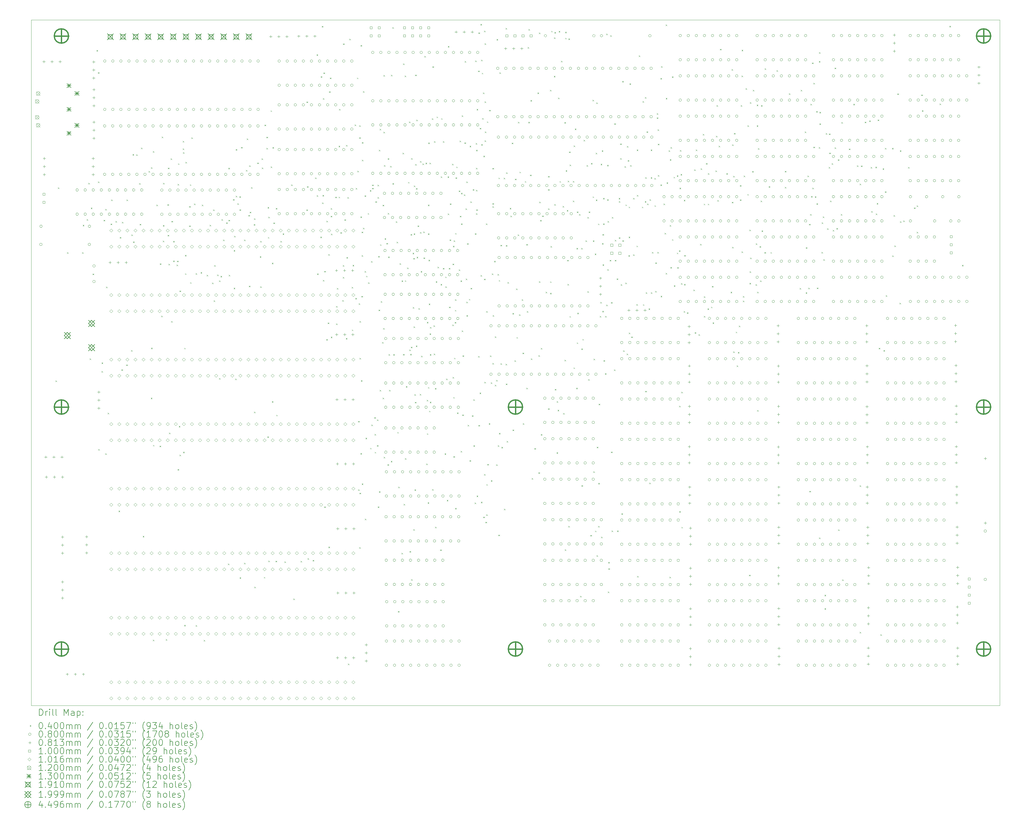
<source format=gbr>
%TF.GenerationSoftware,KiCad,Pcbnew,7.0.11*%
%TF.CreationDate,2024-05-25T01:19:42+03:00*%
%TF.ProjectId,Mad5160,4d616435-3136-4302-9e6b-696361645f70,rev?*%
%TF.SameCoordinates,Original*%
%TF.FileFunction,Drillmap*%
%TF.FilePolarity,Positive*%
%FSLAX45Y45*%
G04 Gerber Fmt 4.5, Leading zero omitted, Abs format (unit mm)*
G04 Created by KiCad (PCBNEW 7.0.11) date 2024-05-25 01:19:42*
%MOMM*%
%LPD*%
G01*
G04 APERTURE LIST*
%ADD10C,0.050000*%
%ADD11C,0.200000*%
%ADD12C,0.100000*%
%ADD13C,0.101600*%
%ADD14C,0.120000*%
%ADD15C,0.130000*%
%ADD16C,0.191000*%
%ADD17C,0.199898*%
%ADD18C,0.449580*%
G04 APERTURE END LIST*
D10*
X8326120Y-2827020D02*
X38806120Y-2827020D01*
X38806120Y-24417020D01*
X8326120Y-24417020D01*
X8326120Y-2827020D01*
D11*
D12*
X9089110Y-14184100D02*
X9129110Y-14224100D01*
X9129110Y-14184100D02*
X9089110Y-14224100D01*
X9169480Y-8101230D02*
X9209480Y-8141230D01*
X9209480Y-8101230D02*
X9169480Y-8141230D01*
X9454200Y-10145080D02*
X9494200Y-10185080D01*
X9494200Y-10145080D02*
X9454200Y-10185080D01*
X9929180Y-10145080D02*
X9969180Y-10185080D01*
X9969180Y-10145080D02*
X9929180Y-10185080D01*
X9951580Y-9279960D02*
X9991580Y-9319960D01*
X9991580Y-9279960D02*
X9951580Y-9319960D01*
X10073960Y-9103720D02*
X10113960Y-9143720D01*
X10113960Y-9103720D02*
X10073960Y-9143720D01*
X10123070Y-7957470D02*
X10163070Y-7997470D01*
X10163070Y-7957470D02*
X10123070Y-7997470D01*
X10164960Y-13489190D02*
X10204960Y-13529190D01*
X10204960Y-13489190D02*
X10164960Y-13529190D01*
X10203920Y-8740210D02*
X10243920Y-8780210D01*
X10243920Y-8740210D02*
X10203920Y-8780210D01*
X10259380Y-10818180D02*
X10299380Y-10858180D01*
X10299380Y-10818180D02*
X10259380Y-10858180D01*
X10382460Y-3779220D02*
X10422460Y-3819220D01*
X10422460Y-3779220D02*
X10382460Y-3819220D01*
X10427900Y-4477140D02*
X10467900Y-4517140D01*
X10467900Y-4477140D02*
X10427900Y-4517140D01*
X10427900Y-7920450D02*
X10467900Y-7960450D01*
X10467900Y-7920450D02*
X10427900Y-7960450D01*
X10437180Y-16345220D02*
X10477180Y-16385220D01*
X10477180Y-16345220D02*
X10437180Y-16385220D01*
X10541110Y-13885060D02*
X10581110Y-13925060D01*
X10581110Y-13885060D02*
X10541110Y-13925060D01*
X10544010Y-13614710D02*
X10584010Y-13654710D01*
X10584010Y-13614710D02*
X10544010Y-13654710D01*
X10605930Y-9123990D02*
X10645930Y-9163990D01*
X10645930Y-9123990D02*
X10605930Y-9163990D01*
X10657230Y-8779080D02*
X10697230Y-8819080D01*
X10697230Y-8779080D02*
X10657230Y-8819080D01*
X10658040Y-16477300D02*
X10698040Y-16517300D01*
X10698040Y-16477300D02*
X10658040Y-16517300D01*
X10682050Y-11229860D02*
X10722050Y-11269860D01*
X10722050Y-11229860D02*
X10682050Y-11269860D01*
X10732140Y-15198930D02*
X10772140Y-15238930D01*
X10772140Y-15198930D02*
X10732140Y-15238930D01*
X10825910Y-9243320D02*
X10865910Y-9283320D01*
X10865910Y-9243320D02*
X10825910Y-9283320D01*
X10845830Y-8484740D02*
X10885830Y-8524740D01*
X10885830Y-8484740D02*
X10845830Y-8524740D01*
X10982180Y-9162950D02*
X11022180Y-9202950D01*
X11022180Y-9162950D02*
X10982180Y-9202950D01*
X11077260Y-18280220D02*
X11117260Y-18320220D01*
X11117260Y-18280220D02*
X11077260Y-18320220D01*
X11117973Y-9667487D02*
X11157973Y-9707487D01*
X11157973Y-9667487D02*
X11117973Y-9707487D01*
X11165737Y-13831066D02*
X11205737Y-13871066D01*
X11205737Y-13831066D02*
X11165737Y-13871066D01*
X11183940Y-9187500D02*
X11223940Y-9227500D01*
X11223940Y-9187500D02*
X11183940Y-9227500D01*
X11320000Y-13680000D02*
X11360000Y-13720000D01*
X11360000Y-13680000D02*
X11320000Y-13720000D01*
X11324140Y-8484860D02*
X11364140Y-8524860D01*
X11364140Y-8484860D02*
X11324140Y-8524860D01*
X11470900Y-13228800D02*
X11510900Y-13268800D01*
X11510900Y-13228800D02*
X11470900Y-13268800D01*
X11481990Y-9584200D02*
X11521990Y-9624200D01*
X11521990Y-9584200D02*
X11481990Y-9624200D01*
X11518160Y-7052590D02*
X11558160Y-7092590D01*
X11558160Y-7052590D02*
X11518160Y-7092590D01*
X11534460Y-9808810D02*
X11574460Y-9848810D01*
X11574460Y-9808810D02*
X11534460Y-9848810D01*
X11633610Y-7059990D02*
X11673610Y-7099990D01*
X11673610Y-7059990D02*
X11633610Y-7099990D01*
X11723460Y-7967860D02*
X11763460Y-8007860D01*
X11763460Y-7967860D02*
X11723460Y-8007860D01*
X11739110Y-9252270D02*
X11779110Y-9292270D01*
X11779110Y-9252270D02*
X11739110Y-9292270D01*
X11780840Y-6852940D02*
X11820840Y-6892940D01*
X11820840Y-6852940D02*
X11780840Y-6892940D01*
X11839260Y-19078260D02*
X11879260Y-19118260D01*
X11879260Y-19078260D02*
X11839260Y-19118260D01*
X12019970Y-7588360D02*
X12059970Y-7628360D01*
X12059970Y-7588360D02*
X12019970Y-7628360D01*
X12093260Y-14726640D02*
X12133260Y-14766640D01*
X12133260Y-14726640D02*
X12093260Y-14766640D01*
X12094900Y-7468820D02*
X12134900Y-7508820D01*
X12134900Y-7468820D02*
X12094900Y-7508820D01*
X12101630Y-13148150D02*
X12141630Y-13188150D01*
X12141630Y-13148150D02*
X12101630Y-13188150D01*
X12158220Y-6959360D02*
X12198220Y-6999360D01*
X12198220Y-6959360D02*
X12158220Y-6999360D01*
X12159480Y-22347490D02*
X12199480Y-22387490D01*
X12199480Y-22347490D02*
X12159480Y-22387490D01*
X12159530Y-16210310D02*
X12199530Y-16250310D01*
X12199530Y-16210310D02*
X12159530Y-16250310D01*
X12268080Y-8643120D02*
X12308080Y-8683120D01*
X12308080Y-8643120D02*
X12268080Y-8683120D01*
X12366210Y-16235880D02*
X12406210Y-16275880D01*
X12406210Y-16235880D02*
X12366210Y-16275880D01*
X12375200Y-10495600D02*
X12415200Y-10535600D01*
X12415200Y-10495600D02*
X12375200Y-10535600D01*
X12418730Y-12141420D02*
X12458730Y-12181420D01*
X12458730Y-12141420D02*
X12418730Y-12181420D01*
X12434350Y-6506710D02*
X12474350Y-6546710D01*
X12474350Y-6506710D02*
X12434350Y-6546710D01*
X12471720Y-9779320D02*
X12511720Y-9819320D01*
X12511720Y-9779320D02*
X12471720Y-9819320D01*
X12474260Y-9291340D02*
X12514260Y-9331340D01*
X12514260Y-9291340D02*
X12474260Y-9331340D01*
X12480820Y-7958440D02*
X12520820Y-7998440D01*
X12520820Y-7958440D02*
X12480820Y-7998440D01*
X12563130Y-22331070D02*
X12603130Y-22371070D01*
X12603130Y-22331070D02*
X12563130Y-22371070D01*
X12612390Y-8633820D02*
X12652390Y-8673820D01*
X12652390Y-8633820D02*
X12612390Y-8673820D01*
X12619505Y-9598515D02*
X12659505Y-9638515D01*
X12659505Y-9598515D02*
X12619505Y-9638515D01*
X12632520Y-7482190D02*
X12672520Y-7522190D01*
X12672520Y-7482190D02*
X12632520Y-7522190D01*
X12646980Y-10508300D02*
X12686980Y-10548300D01*
X12686980Y-10508300D02*
X12646980Y-10548300D01*
X12667300Y-15827060D02*
X12707300Y-15867060D01*
X12707300Y-15827060D02*
X12667300Y-15867060D01*
X12716150Y-7187410D02*
X12756150Y-7227410D01*
X12756150Y-7187410D02*
X12716150Y-7227410D01*
X12730800Y-12309160D02*
X12770800Y-12349160D01*
X12770800Y-12309160D02*
X12730800Y-12349160D01*
X12742570Y-9158180D02*
X12782570Y-9198180D01*
X12782570Y-9158180D02*
X12742570Y-9198180D01*
X12795900Y-9790170D02*
X12835900Y-9830170D01*
X12835900Y-9790170D02*
X12795900Y-9830170D01*
X12796710Y-10406310D02*
X12836710Y-10446310D01*
X12836710Y-10406310D02*
X12796710Y-10446310D01*
X12898440Y-10531160D02*
X12938440Y-10571160D01*
X12938440Y-10531160D02*
X12898440Y-10571160D01*
X12920010Y-10411780D02*
X12960010Y-10451780D01*
X12960010Y-10411780D02*
X12920010Y-10451780D01*
X12934000Y-16972600D02*
X12974000Y-17012600D01*
X12974000Y-16972600D02*
X12934000Y-17012600D01*
X12935150Y-7995600D02*
X12975150Y-8035600D01*
X12975150Y-7995600D02*
X12935150Y-8035600D01*
X12947560Y-7345850D02*
X12987560Y-7385850D01*
X12987560Y-7345850D02*
X12947560Y-7385850D01*
X12973460Y-15615890D02*
X13013460Y-15655890D01*
X13013460Y-15615890D02*
X12973460Y-15655890D01*
X12992510Y-11351310D02*
X13032510Y-11391310D01*
X13032510Y-11351310D02*
X12992510Y-11391310D01*
X12996198Y-16518610D02*
X13036198Y-16558610D01*
X13036198Y-16518610D02*
X12996198Y-16558610D01*
X13097280Y-6638230D02*
X13137280Y-6678230D01*
X13137280Y-6638230D02*
X13097280Y-6678230D01*
X13097280Y-6877010D02*
X13137280Y-6917010D01*
X13137280Y-6877010D02*
X13097280Y-6917010D01*
X13104180Y-6995010D02*
X13144180Y-7035010D01*
X13144180Y-6995010D02*
X13104180Y-7035010D01*
X13109260Y-16426610D02*
X13149260Y-16466610D01*
X13149260Y-16426610D02*
X13109260Y-16466610D01*
X13142220Y-21880610D02*
X13182220Y-21920610D01*
X13182220Y-21880610D02*
X13142220Y-21920610D01*
X13142280Y-13154980D02*
X13182280Y-13194980D01*
X13182280Y-13154980D02*
X13142280Y-13194980D01*
X13167330Y-10228900D02*
X13207330Y-10268900D01*
X13207330Y-10228900D02*
X13167330Y-10268900D01*
X13167330Y-10809460D02*
X13207330Y-10849460D01*
X13207330Y-10809460D02*
X13167330Y-10849460D01*
X13182130Y-7300710D02*
X13222130Y-7340710D01*
X13222130Y-7300710D02*
X13182130Y-7340710D01*
X13296880Y-8693540D02*
X13336880Y-8733540D01*
X13336880Y-8693540D02*
X13296880Y-8733540D01*
X13296880Y-9301370D02*
X13336880Y-9341370D01*
X13336880Y-9301370D02*
X13296880Y-9341370D01*
X13320420Y-8006000D02*
X13360420Y-8046000D01*
X13360420Y-8006000D02*
X13320420Y-8046000D01*
X13329350Y-11087620D02*
X13369350Y-11127620D01*
X13369350Y-11087620D02*
X13329350Y-11127620D01*
X13367620Y-6529540D02*
X13407620Y-6569540D01*
X13407620Y-6529540D02*
X13367620Y-6569540D01*
X13452930Y-8614640D02*
X13492930Y-8654640D01*
X13492930Y-8614640D02*
X13452930Y-8654640D01*
X13500920Y-21889380D02*
X13540920Y-21929380D01*
X13540920Y-21889380D02*
X13500920Y-21929380D01*
X13504130Y-10805410D02*
X13544130Y-10845410D01*
X13544130Y-10805410D02*
X13504130Y-10845410D01*
X13659820Y-10768710D02*
X13699820Y-10808710D01*
X13699820Y-10768710D02*
X13659820Y-10808710D01*
X13696020Y-8644080D02*
X13736020Y-8684080D01*
X13736020Y-8644080D02*
X13696020Y-8684080D01*
X13757710Y-22353660D02*
X13797710Y-22393660D01*
X13797710Y-22353660D02*
X13757710Y-22393660D01*
X13847400Y-10853020D02*
X13887400Y-10893020D01*
X13887400Y-10853020D02*
X13847400Y-10893020D01*
X13942380Y-9278580D02*
X13982380Y-9318580D01*
X13982380Y-9278580D02*
X13942380Y-9318580D01*
X14017170Y-11099980D02*
X14057170Y-11139980D01*
X14057170Y-11099980D02*
X14017170Y-11139980D01*
X14055700Y-8797630D02*
X14095700Y-8837630D01*
X14095700Y-8797630D02*
X14055700Y-8837630D01*
X14068040Y-11662160D02*
X14108040Y-11702160D01*
X14108040Y-11662160D02*
X14068040Y-11702160D01*
X14086910Y-10548310D02*
X14126910Y-10588310D01*
X14126910Y-10548310D02*
X14086910Y-10588310D01*
X14180630Y-10844890D02*
X14220630Y-10884890D01*
X14220630Y-10844890D02*
X14180630Y-10884890D01*
X14238430Y-14104830D02*
X14278430Y-14144830D01*
X14278430Y-14104830D02*
X14238430Y-14144830D01*
X14240700Y-11035040D02*
X14280700Y-11075040D01*
X14280700Y-11035040D02*
X14240700Y-11075040D01*
X14286840Y-10888450D02*
X14326840Y-10928450D01*
X14326840Y-10888450D02*
X14286840Y-10928450D01*
X14313140Y-9101650D02*
X14353140Y-9141650D01*
X14353140Y-9101650D02*
X14313140Y-9141650D01*
X14365740Y-9744370D02*
X14405740Y-9784370D01*
X14405740Y-9744370D02*
X14365740Y-9784370D01*
X14462675Y-9207415D02*
X14502675Y-9247415D01*
X14502675Y-9207415D02*
X14462675Y-9247415D01*
X14518130Y-19949170D02*
X14558130Y-19989170D01*
X14558130Y-19949170D02*
X14518130Y-19989170D01*
X14532370Y-7488780D02*
X14572370Y-7528780D01*
X14572370Y-7488780D02*
X14532370Y-7528780D01*
X14536740Y-9124000D02*
X14576740Y-9164000D01*
X14576740Y-9124000D02*
X14536740Y-9164000D01*
X14544020Y-10859010D02*
X14584020Y-10899010D01*
X14584020Y-10859010D02*
X14544020Y-10899010D01*
X14680280Y-8471810D02*
X14720280Y-8511810D01*
X14720280Y-8471810D02*
X14680280Y-8511810D01*
X14700910Y-10074740D02*
X14740910Y-10114740D01*
X14740910Y-10074740D02*
X14700910Y-10114740D01*
X14700910Y-11265320D02*
X14740910Y-11305320D01*
X14740910Y-11265320D02*
X14700910Y-11305320D01*
X14715420Y-9629820D02*
X14755420Y-9669820D01*
X14755420Y-9629820D02*
X14715420Y-9669820D01*
X14746670Y-14126470D02*
X14786670Y-14166470D01*
X14786670Y-14126470D02*
X14746670Y-14166470D01*
X14764740Y-6898100D02*
X14804740Y-6938100D01*
X14804740Y-6898100D02*
X14764740Y-6938100D01*
X14767180Y-8365480D02*
X14807180Y-8405480D01*
X14807180Y-8365480D02*
X14767180Y-8405480D01*
X14817250Y-8604840D02*
X14857250Y-8644840D01*
X14857250Y-8604840D02*
X14817250Y-8644840D01*
X14878760Y-8383710D02*
X14918760Y-8423710D01*
X14918760Y-8383710D02*
X14878760Y-8423710D01*
X14880190Y-8795220D02*
X14920190Y-8835220D01*
X14920190Y-8795220D02*
X14880190Y-8835220D01*
X14887260Y-20380200D02*
X14927260Y-20420200D01*
X14927260Y-20380200D02*
X14887260Y-20420200D01*
X14935600Y-6829650D02*
X14975600Y-6869650D01*
X14975600Y-6829650D02*
X14935600Y-6869650D01*
X15024220Y-9744050D02*
X15064220Y-9784050D01*
X15064220Y-9744050D02*
X15024220Y-9784050D01*
X15026130Y-19922170D02*
X15066130Y-19962170D01*
X15066130Y-19922170D02*
X15026130Y-19962170D01*
X15084360Y-7555930D02*
X15124360Y-7595930D01*
X15124360Y-7555930D02*
X15084360Y-7595930D01*
X15109840Y-6560900D02*
X15149840Y-6600900D01*
X15149840Y-6560900D02*
X15109840Y-6600900D01*
X15161080Y-8973060D02*
X15201080Y-9013060D01*
X15201080Y-8973060D02*
X15161080Y-9013060D01*
X15179480Y-11199090D02*
X15219480Y-11239090D01*
X15219480Y-11199090D02*
X15179480Y-11239090D01*
X15189600Y-7408080D02*
X15229600Y-7448080D01*
X15229600Y-7408080D02*
X15189600Y-7448080D01*
X15201480Y-8870770D02*
X15241480Y-8910770D01*
X15241480Y-8870770D02*
X15201480Y-8910770D01*
X15244990Y-8096500D02*
X15284990Y-8136500D01*
X15284990Y-8096500D02*
X15244990Y-8136500D01*
X15332250Y-9260020D02*
X15372250Y-9300020D01*
X15372250Y-9260020D02*
X15332250Y-9300020D01*
X15339030Y-15166610D02*
X15379030Y-15206610D01*
X15379030Y-15166610D02*
X15339030Y-15206610D01*
X15340820Y-9078940D02*
X15380820Y-9118940D01*
X15380820Y-9078940D02*
X15340820Y-9118940D01*
X15348110Y-20674350D02*
X15388110Y-20714350D01*
X15388110Y-20674350D02*
X15348110Y-20714350D01*
X15441220Y-7320670D02*
X15481220Y-7360670D01*
X15481220Y-7320670D02*
X15441220Y-7360670D01*
X15522140Y-10272760D02*
X15562140Y-10312760D01*
X15562140Y-10272760D02*
X15522140Y-10312760D01*
X15532920Y-11218060D02*
X15572920Y-11258060D01*
X15572920Y-11218060D02*
X15532920Y-11258060D01*
X15536570Y-9788290D02*
X15576570Y-9828290D01*
X15576570Y-9788290D02*
X15536570Y-9828290D01*
X15577500Y-7187420D02*
X15617500Y-7227420D01*
X15617500Y-7187420D02*
X15577500Y-7227420D01*
X15582710Y-7477330D02*
X15622710Y-7517330D01*
X15622710Y-7477330D02*
X15582710Y-7517330D01*
X15649260Y-20367500D02*
X15689260Y-20407500D01*
X15689260Y-20367500D02*
X15649260Y-20407500D01*
X15670040Y-6127600D02*
X15710040Y-6167600D01*
X15710040Y-6127600D02*
X15670040Y-6167600D01*
X15730010Y-6509040D02*
X15770010Y-6549040D01*
X15770010Y-6509040D02*
X15730010Y-6549040D01*
X15730010Y-6862740D02*
X15770010Y-6902740D01*
X15770010Y-6862740D02*
X15730010Y-6902740D01*
X15758160Y-15942490D02*
X15798160Y-15982490D01*
X15798160Y-15942490D02*
X15758160Y-15982490D01*
X15768400Y-8719610D02*
X15808400Y-8759610D01*
X15808400Y-8719610D02*
X15768400Y-8759610D01*
X15776110Y-9666640D02*
X15816110Y-9706640D01*
X15816110Y-9666640D02*
X15776110Y-9706640D01*
X15788950Y-9024880D02*
X15828950Y-9064880D01*
X15828950Y-9024880D02*
X15788950Y-9064880D01*
X15790570Y-19853750D02*
X15830570Y-19893750D01*
X15830570Y-19853750D02*
X15790570Y-19893750D01*
X15861520Y-5677820D02*
X15901520Y-5717820D01*
X15901520Y-5677820D02*
X15861520Y-5717820D01*
X15862710Y-7442890D02*
X15902710Y-7482890D01*
X15902710Y-7442890D02*
X15862710Y-7482890D01*
X15903260Y-10475100D02*
X15943260Y-10515100D01*
X15943260Y-10475100D02*
X15903260Y-10515100D01*
X15903260Y-14834900D02*
X15943260Y-14874900D01*
X15943260Y-14834900D02*
X15903260Y-14874900D01*
X15920540Y-6834050D02*
X15960540Y-6874050D01*
X15960540Y-6834050D02*
X15920540Y-6874050D01*
X15950720Y-9209290D02*
X15990720Y-9249290D01*
X15990720Y-9209290D02*
X15950720Y-9249290D01*
X16020270Y-19859520D02*
X16060270Y-19899520D01*
X16060270Y-19859520D02*
X16020270Y-19899520D01*
X16024000Y-8752760D02*
X16064000Y-8792760D01*
X16064000Y-8752760D02*
X16024000Y-8792760D01*
X16038240Y-15261780D02*
X16078240Y-15301780D01*
X16078240Y-15261780D02*
X16038240Y-15301780D01*
X16168230Y-9790500D02*
X16208230Y-9830500D01*
X16208230Y-9790500D02*
X16168230Y-9830500D01*
X16240900Y-9555030D02*
X16280900Y-9595030D01*
X16280900Y-9555030D02*
X16240900Y-9595030D01*
X16296130Y-19880850D02*
X16336130Y-19920850D01*
X16336130Y-19880850D02*
X16296130Y-19920850D01*
X16505990Y-8012460D02*
X16545990Y-8052460D01*
X16545990Y-8012460D02*
X16505990Y-8052460D01*
X16577280Y-21050670D02*
X16617280Y-21090670D01*
X16617280Y-21050670D02*
X16577280Y-21090670D01*
X16806570Y-19865440D02*
X16846570Y-19905440D01*
X16846570Y-19865440D02*
X16806570Y-19905440D01*
X16986230Y-8799570D02*
X17026230Y-8839570D01*
X17026230Y-8799570D02*
X16986230Y-8839570D01*
X16990720Y-5399240D02*
X17030720Y-5439240D01*
X17030720Y-5399240D02*
X16990720Y-5439240D01*
X17010480Y-8065510D02*
X17050480Y-8105510D01*
X17050480Y-8065510D02*
X17010480Y-8105510D01*
X17025870Y-19782700D02*
X17065870Y-19822700D01*
X17065870Y-19782700D02*
X17025870Y-19822700D01*
X17185680Y-19835980D02*
X17225680Y-19875980D01*
X17225680Y-19835980D02*
X17185680Y-19875980D01*
X17262840Y-7791110D02*
X17302840Y-7831110D01*
X17302840Y-7791110D02*
X17262840Y-7831110D01*
X17308490Y-3910330D02*
X17348490Y-3950330D01*
X17348490Y-3910330D02*
X17308490Y-3950330D01*
X17312970Y-8350260D02*
X17352970Y-8390260D01*
X17352970Y-8350260D02*
X17312970Y-8390260D01*
X17325480Y-10811090D02*
X17365480Y-10851090D01*
X17365480Y-10811090D02*
X17325480Y-10851090D01*
X17427260Y-9653930D02*
X17467260Y-9693930D01*
X17467260Y-9653930D02*
X17427260Y-9693930D01*
X17439180Y-4602590D02*
X17479180Y-4642590D01*
X17479180Y-4602590D02*
X17439180Y-4642590D01*
X17472980Y-3020380D02*
X17512980Y-3060380D01*
X17512980Y-3020380D02*
X17472980Y-3060380D01*
X17481950Y-8578630D02*
X17521950Y-8618630D01*
X17521950Y-8578630D02*
X17481950Y-8618630D01*
X17494830Y-8338500D02*
X17534830Y-8378500D01*
X17534830Y-8338500D02*
X17494830Y-8378500D01*
X17506400Y-11017000D02*
X17546400Y-11057000D01*
X17546400Y-11017000D02*
X17506400Y-11057000D01*
X17508540Y-5294170D02*
X17548540Y-5334170D01*
X17548540Y-5294170D02*
X17508540Y-5334170D01*
X17522380Y-4484400D02*
X17562380Y-4524400D01*
X17562380Y-4484400D02*
X17522380Y-4524400D01*
X17550290Y-18150920D02*
X17590290Y-18190920D01*
X17590290Y-18150920D02*
X17550290Y-18190920D01*
X17551190Y-10732300D02*
X17591190Y-10772300D01*
X17591190Y-10732300D02*
X17551190Y-10772300D01*
X17612650Y-12876500D02*
X17652650Y-12916500D01*
X17652650Y-12876500D02*
X17612650Y-12916500D01*
X17614490Y-9155880D02*
X17654490Y-9195880D01*
X17654490Y-9155880D02*
X17614490Y-9195880D01*
X17659290Y-12359300D02*
X17699290Y-12399300D01*
X17699290Y-12359300D02*
X17659290Y-12399300D01*
X17675240Y-10203880D02*
X17715240Y-10243880D01*
X17715240Y-10203880D02*
X17675240Y-10243880D01*
X17681260Y-19418680D02*
X17721260Y-19458680D01*
X17721260Y-19418680D02*
X17681260Y-19458680D01*
X17703290Y-5078230D02*
X17743290Y-5118230D01*
X17743290Y-5078230D02*
X17703290Y-5118230D01*
X17728970Y-4644890D02*
X17768970Y-4684890D01*
X17768970Y-4644890D02*
X17728970Y-4684890D01*
X17754130Y-8756120D02*
X17794130Y-8796120D01*
X17794130Y-8756120D02*
X17754130Y-8796120D01*
X17754130Y-8998080D02*
X17794130Y-9038080D01*
X17794130Y-8998080D02*
X17754130Y-9038080D01*
X17757840Y-12803010D02*
X17797840Y-12843010D01*
X17797840Y-12803010D02*
X17757840Y-12843010D01*
X17762240Y-9558710D02*
X17802240Y-9598710D01*
X17802240Y-9558710D02*
X17762240Y-9598710D01*
X17899470Y-8396130D02*
X17939470Y-8436130D01*
X17939470Y-8396130D02*
X17899470Y-8436130D01*
X17922180Y-11835680D02*
X17962180Y-11875680D01*
X17962180Y-11835680D02*
X17922180Y-11875680D01*
X17922660Y-12387440D02*
X17962660Y-12427440D01*
X17962660Y-12387440D02*
X17922660Y-12427440D01*
X17946100Y-11271120D02*
X17986100Y-11311120D01*
X17986100Y-11271120D02*
X17946100Y-11311120D01*
X18002230Y-8396130D02*
X18042230Y-8436130D01*
X18042230Y-8396130D02*
X18002230Y-8436130D01*
X18003600Y-6794530D02*
X18043600Y-6834530D01*
X18043600Y-6794530D02*
X18003600Y-6834530D01*
X18016540Y-5630720D02*
X18056540Y-5670720D01*
X18056540Y-5630720D02*
X18016540Y-5670720D01*
X18060070Y-9514710D02*
X18100070Y-9554710D01*
X18100070Y-9514710D02*
X18060070Y-9554710D01*
X18119000Y-11649480D02*
X18159000Y-11689480D01*
X18159000Y-11649480D02*
X18119000Y-11689480D01*
X18131100Y-10553650D02*
X18171100Y-10593650D01*
X18171100Y-10553650D02*
X18131100Y-10593650D01*
X18131100Y-10926400D02*
X18171100Y-10966400D01*
X18171100Y-10926400D02*
X18131100Y-10966400D01*
X18143540Y-3570180D02*
X18183540Y-3610180D01*
X18183540Y-3570180D02*
X18143540Y-3610180D01*
X18184720Y-9108600D02*
X18224720Y-9148600D01*
X18224720Y-9108600D02*
X18184720Y-9148600D01*
X18231600Y-12844660D02*
X18271600Y-12884660D01*
X18271600Y-12844660D02*
X18231600Y-12884660D01*
X18234160Y-6764320D02*
X18274160Y-6804320D01*
X18274160Y-6764320D02*
X18234160Y-6804320D01*
X18247760Y-10300130D02*
X18287760Y-10340130D01*
X18287760Y-10300130D02*
X18247760Y-10340130D01*
X18280380Y-8409140D02*
X18320380Y-8449140D01*
X18320380Y-8409140D02*
X18280380Y-8449140D01*
X18293800Y-23097430D02*
X18333800Y-23137430D01*
X18333800Y-23097430D02*
X18293800Y-23137430D01*
X18338900Y-3421980D02*
X18378900Y-3461980D01*
X18378900Y-3421980D02*
X18338900Y-3461980D01*
X18416200Y-11237020D02*
X18456200Y-11277020D01*
X18456200Y-11237020D02*
X18416200Y-11277020D01*
X18416820Y-12579390D02*
X18456820Y-12619390D01*
X18456820Y-12579390D02*
X18416820Y-12619390D01*
X18442930Y-10540320D02*
X18482930Y-10580320D01*
X18482930Y-10540320D02*
X18442930Y-10580320D01*
X18506380Y-6120560D02*
X18546380Y-6160560D01*
X18546380Y-6120560D02*
X18506380Y-6160560D01*
X18526500Y-11584230D02*
X18566500Y-11624230D01*
X18566500Y-11584230D02*
X18526500Y-11624230D01*
X18539660Y-8124220D02*
X18579660Y-8164220D01*
X18579660Y-8124220D02*
X18539660Y-8164220D01*
X18578150Y-4644890D02*
X18618150Y-4684890D01*
X18618150Y-4644890D02*
X18578150Y-4684890D01*
X18592420Y-7580100D02*
X18632420Y-7620100D01*
X18632420Y-7580100D02*
X18592420Y-7620100D01*
X18613630Y-15457830D02*
X18653630Y-15497830D01*
X18653630Y-15457830D02*
X18613630Y-15497830D01*
X18613630Y-17610980D02*
X18653630Y-17650980D01*
X18653630Y-17610980D02*
X18613630Y-17650980D01*
X18632200Y-11752150D02*
X18672200Y-11792150D01*
X18672200Y-11752150D02*
X18632200Y-11792150D01*
X18649210Y-19433400D02*
X18689210Y-19473400D01*
X18689210Y-19433400D02*
X18649210Y-19473400D01*
X18651770Y-6151040D02*
X18691770Y-6191040D01*
X18691770Y-6151040D02*
X18651770Y-6191040D01*
X18651770Y-6525740D02*
X18691770Y-6565740D01*
X18691770Y-6525740D02*
X18651770Y-6565740D01*
X18656590Y-17717420D02*
X18696590Y-17757420D01*
X18696590Y-17717420D02*
X18656590Y-17757420D01*
X18659360Y-12309550D02*
X18699360Y-12349550D01*
X18699360Y-12309550D02*
X18659360Y-12349550D01*
X18659360Y-13471540D02*
X18699360Y-13511540D01*
X18699360Y-13471540D02*
X18659360Y-13511540D01*
X18688880Y-9019960D02*
X18728880Y-9059960D01*
X18728880Y-9019960D02*
X18688880Y-9059960D01*
X18689530Y-16472000D02*
X18729530Y-16512000D01*
X18729530Y-16472000D02*
X18689530Y-16512000D01*
X18691060Y-3621680D02*
X18731060Y-3661680D01*
X18731060Y-3621680D02*
X18691060Y-3661680D01*
X18704550Y-14172720D02*
X18744550Y-14212720D01*
X18744550Y-14172720D02*
X18704550Y-14212720D01*
X18717080Y-11519730D02*
X18757080Y-11559730D01*
X18757080Y-11519730D02*
X18717080Y-11559730D01*
X18726200Y-9497450D02*
X18766200Y-9537450D01*
X18766200Y-9497450D02*
X18726200Y-9537450D01*
X18726350Y-10240060D02*
X18766350Y-10280060D01*
X18766350Y-10240060D02*
X18726350Y-10280060D01*
X18730780Y-17426390D02*
X18770780Y-17466390D01*
X18770780Y-17426390D02*
X18730780Y-17466390D01*
X18734850Y-6677890D02*
X18774850Y-6717890D01*
X18774850Y-6677890D02*
X18734850Y-6717890D01*
X18734850Y-7230000D02*
X18774850Y-7270000D01*
X18774850Y-7230000D02*
X18734850Y-7270000D01*
X18767050Y-5071460D02*
X18807050Y-5111460D01*
X18807050Y-5071460D02*
X18767050Y-5111460D01*
X18771390Y-9376210D02*
X18811390Y-9416210D01*
X18811390Y-9376210D02*
X18771390Y-9416210D01*
X18821740Y-10740460D02*
X18861740Y-10780460D01*
X18861740Y-10740460D02*
X18821740Y-10780460D01*
X18822350Y-8353600D02*
X18862350Y-8393600D01*
X18862350Y-8353600D02*
X18822350Y-8393600D01*
X18826400Y-18537850D02*
X18866400Y-18577850D01*
X18866400Y-18537850D02*
X18826400Y-18577850D01*
X18849290Y-15987190D02*
X18889290Y-16027190D01*
X18889290Y-15987190D02*
X18849290Y-16027190D01*
X18866680Y-10886100D02*
X18906680Y-10926100D01*
X18906680Y-10886100D02*
X18866680Y-10926100D01*
X18915930Y-8913580D02*
X18955930Y-8953580D01*
X18955930Y-8913580D02*
X18915930Y-8953580D01*
X18931090Y-11091230D02*
X18971090Y-11131230D01*
X18971090Y-11091230D02*
X18931090Y-11131230D01*
X18985680Y-8189970D02*
X19025680Y-8229970D01*
X19025680Y-8189970D02*
X18985680Y-8229970D01*
X18992760Y-16304990D02*
X19032760Y-16344990D01*
X19032760Y-16304990D02*
X18992760Y-16344990D01*
X19019840Y-10421990D02*
X19059840Y-10461990D01*
X19059840Y-10421990D02*
X19019840Y-10461990D01*
X19031510Y-15572100D02*
X19071510Y-15612100D01*
X19071510Y-15572100D02*
X19031510Y-15612100D01*
X19054270Y-8116840D02*
X19094270Y-8156840D01*
X19094270Y-8116840D02*
X19054270Y-8156840D01*
X19056530Y-8016300D02*
X19096530Y-8056300D01*
X19096530Y-8016300D02*
X19056530Y-8056300D01*
X19122400Y-15338870D02*
X19162400Y-15378870D01*
X19162400Y-15338870D02*
X19122400Y-15378870D01*
X19132470Y-15869160D02*
X19172470Y-15909160D01*
X19172470Y-15869160D02*
X19132470Y-15909160D01*
X19137970Y-16431980D02*
X19177970Y-16471980D01*
X19177970Y-16431980D02*
X19137970Y-16471980D01*
X19155490Y-8541140D02*
X19195490Y-8581140D01*
X19195490Y-8541140D02*
X19155490Y-8581140D01*
X19207880Y-15412350D02*
X19247880Y-15452350D01*
X19247880Y-15412350D02*
X19207880Y-15452350D01*
X19209560Y-16220690D02*
X19249560Y-16260690D01*
X19249560Y-16220690D02*
X19209560Y-16260690D01*
X19227460Y-8407490D02*
X19267460Y-8447490D01*
X19267460Y-8407490D02*
X19227460Y-8447490D01*
X19228300Y-8021340D02*
X19268300Y-8061340D01*
X19268300Y-8021340D02*
X19228300Y-8061340D01*
X19232410Y-18149440D02*
X19272410Y-18189440D01*
X19272410Y-18149440D02*
X19232410Y-18189440D01*
X19246910Y-10260600D02*
X19286910Y-10300600D01*
X19286910Y-10260600D02*
X19246910Y-10300600D01*
X19257110Y-11951620D02*
X19297110Y-11991620D01*
X19297110Y-11951620D02*
X19257110Y-11991620D01*
X19271430Y-6919050D02*
X19311430Y-6959050D01*
X19311430Y-6919050D02*
X19271430Y-6959050D01*
X19272200Y-17670560D02*
X19312200Y-17710560D01*
X19312200Y-17670560D02*
X19272200Y-17710560D01*
X19290880Y-14480170D02*
X19330880Y-14520170D01*
X19330880Y-14480170D02*
X19290880Y-14520170D01*
X19295090Y-6256300D02*
X19335090Y-6296300D01*
X19335090Y-6256300D02*
X19295090Y-6296300D01*
X19307140Y-9895360D02*
X19347140Y-9935360D01*
X19347140Y-9895360D02*
X19307140Y-9935360D01*
X19326880Y-11685020D02*
X19366880Y-11725020D01*
X19366880Y-11685020D02*
X19326880Y-11725020D01*
X19370770Y-12969880D02*
X19410770Y-13009880D01*
X19410770Y-12969880D02*
X19370770Y-13009880D01*
X19383890Y-14726190D02*
X19423890Y-14766190D01*
X19423890Y-14726190D02*
X19383890Y-14766190D01*
X19384530Y-8651210D02*
X19424530Y-8691210D01*
X19424530Y-8651210D02*
X19384530Y-8691210D01*
X19404130Y-12532960D02*
X19444130Y-12572960D01*
X19444130Y-12532960D02*
X19404130Y-12572960D01*
X19411750Y-4565040D02*
X19451750Y-4605040D01*
X19451750Y-4565040D02*
X19411750Y-4605040D01*
X19412510Y-6349260D02*
X19452510Y-6389260D01*
X19452510Y-6349260D02*
X19412510Y-6389260D01*
X19420790Y-16589060D02*
X19460790Y-16629060D01*
X19460790Y-16589060D02*
X19420790Y-16629060D01*
X19426930Y-7401610D02*
X19466930Y-7441610D01*
X19466930Y-7401610D02*
X19426930Y-7441610D01*
X19450960Y-9707410D02*
X19490960Y-9747410D01*
X19490960Y-9707410D02*
X19450960Y-9747410D01*
X19506120Y-9852950D02*
X19546120Y-9892950D01*
X19546120Y-9852950D02*
X19506120Y-9892950D01*
X19539740Y-16821490D02*
X19579740Y-16861490D01*
X19579740Y-16821490D02*
X19539740Y-16861490D01*
X19547400Y-7185720D02*
X19587400Y-7225720D01*
X19587400Y-7185720D02*
X19547400Y-7225720D01*
X19550700Y-8909910D02*
X19590700Y-8949910D01*
X19590700Y-8909910D02*
X19550700Y-8949910D01*
X19560130Y-10280570D02*
X19600130Y-10320570D01*
X19600130Y-10280570D02*
X19560130Y-10320570D01*
X19573910Y-13355820D02*
X19613910Y-13395820D01*
X19613910Y-13355820D02*
X19573910Y-13395820D01*
X19589960Y-14476960D02*
X19629960Y-14516960D01*
X19629960Y-14476960D02*
X19589960Y-14516960D01*
X19624260Y-7426210D02*
X19664260Y-7466210D01*
X19664260Y-7426210D02*
X19624260Y-7466210D01*
X19645210Y-16715860D02*
X19685210Y-16755860D01*
X19685210Y-16715860D02*
X19645210Y-16755860D01*
X19652300Y-4559620D02*
X19692300Y-4599620D01*
X19692300Y-4559620D02*
X19652300Y-4599620D01*
X19692940Y-3061020D02*
X19732940Y-3101020D01*
X19732940Y-3061020D02*
X19692940Y-3101020D01*
X19696950Y-7970990D02*
X19736950Y-8010990D01*
X19736950Y-7970990D02*
X19696950Y-8010990D01*
X19721830Y-13351000D02*
X19761830Y-13391000D01*
X19761830Y-13351000D02*
X19721830Y-13391000D01*
X19804670Y-9172570D02*
X19844670Y-9212570D01*
X19844670Y-9172570D02*
X19804670Y-9212570D01*
X19829510Y-9815180D02*
X19869510Y-9855180D01*
X19869510Y-9815180D02*
X19829510Y-9855180D01*
X19849050Y-15805050D02*
X19889050Y-15845050D01*
X19889050Y-15805050D02*
X19849050Y-15845050D01*
X19868740Y-21442970D02*
X19908740Y-21482970D01*
X19908740Y-21442970D02*
X19868740Y-21482970D01*
X19879610Y-17524870D02*
X19919610Y-17564870D01*
X19919610Y-17524870D02*
X19879610Y-17564870D01*
X19919670Y-10489140D02*
X19959670Y-10529140D01*
X19959670Y-10489140D02*
X19919670Y-10529140D01*
X19982500Y-19608280D02*
X20022500Y-19648280D01*
X20022500Y-19608280D02*
X19982500Y-19648280D01*
X19983100Y-11034750D02*
X20023100Y-11074750D01*
X20023100Y-11034750D02*
X19983100Y-11074750D01*
X20013890Y-7009430D02*
X20053890Y-7049430D01*
X20053890Y-7009430D02*
X20013890Y-7049430D01*
X20031320Y-13349290D02*
X20071320Y-13389290D01*
X20071320Y-13349290D02*
X20031320Y-13389290D01*
X20031800Y-4198340D02*
X20071800Y-4238340D01*
X20071800Y-4198340D02*
X20031800Y-4238340D01*
X20049420Y-18068450D02*
X20089420Y-18108450D01*
X20089420Y-18068450D02*
X20049420Y-18108450D01*
X20084100Y-4585020D02*
X20124100Y-4625020D01*
X20124100Y-4585020D02*
X20084100Y-4625020D01*
X20085700Y-11030340D02*
X20125700Y-11070340D01*
X20125700Y-11030340D02*
X20085700Y-11070340D01*
X20090460Y-16630880D02*
X20130460Y-16670880D01*
X20130460Y-16630880D02*
X20090460Y-16670880D01*
X20118150Y-14363900D02*
X20158150Y-14403900D01*
X20158150Y-14363900D02*
X20118150Y-14403900D01*
X20158390Y-10629620D02*
X20198390Y-10669620D01*
X20198390Y-10629620D02*
X20158390Y-10669620D01*
X20186720Y-7931630D02*
X20226720Y-7971630D01*
X20226720Y-7931630D02*
X20186720Y-7971630D01*
X20213710Y-6028840D02*
X20253710Y-6068840D01*
X20253710Y-6028840D02*
X20213710Y-6068840D01*
X20224830Y-13209220D02*
X20264830Y-13249220D01*
X20264830Y-13209220D02*
X20224830Y-13249220D01*
X20236500Y-19554580D02*
X20276500Y-19594580D01*
X20276500Y-19554580D02*
X20236500Y-19594580D01*
X20255940Y-13343160D02*
X20295940Y-13383160D01*
X20295940Y-13343160D02*
X20255940Y-13383160D01*
X20265130Y-9573800D02*
X20305130Y-9613800D01*
X20305130Y-9573800D02*
X20265130Y-9613800D01*
X20277970Y-13120650D02*
X20317970Y-13160650D01*
X20317970Y-13120650D02*
X20277970Y-13160650D01*
X20283540Y-20437210D02*
X20323540Y-20477210D01*
X20323540Y-20437210D02*
X20283540Y-20477210D01*
X20285140Y-7181100D02*
X20325140Y-7221100D01*
X20325140Y-7181100D02*
X20285140Y-7221100D01*
X20330480Y-10164690D02*
X20370480Y-10204690D01*
X20370480Y-10164690D02*
X20330480Y-10204690D01*
X20335560Y-11874790D02*
X20375560Y-11914790D01*
X20375560Y-11874790D02*
X20335560Y-11914790D01*
X20349200Y-18864000D02*
X20389200Y-18904000D01*
X20389200Y-18864000D02*
X20349200Y-18904000D01*
X20352950Y-10326300D02*
X20392950Y-10366300D01*
X20392950Y-10326300D02*
X20352950Y-10366300D01*
X20359190Y-12480000D02*
X20399190Y-12520000D01*
X20399190Y-12480000D02*
X20359190Y-12520000D01*
X20365330Y-9549720D02*
X20405330Y-9589720D01*
X20405330Y-9549720D02*
X20365330Y-9589720D01*
X20366470Y-8044110D02*
X20406470Y-8084110D01*
X20406470Y-8044110D02*
X20366470Y-8084110D01*
X20383530Y-14612800D02*
X20423530Y-14652800D01*
X20423530Y-14612800D02*
X20383530Y-14652800D01*
X20389470Y-17614340D02*
X20429470Y-17654340D01*
X20429470Y-17614340D02*
X20389470Y-17654340D01*
X20405320Y-14855510D02*
X20445320Y-14895510D01*
X20445320Y-14855510D02*
X20405320Y-14895510D01*
X20409590Y-7365780D02*
X20449590Y-7405780D01*
X20449590Y-7365780D02*
X20409590Y-7405780D01*
X20414300Y-4552000D02*
X20454300Y-4592000D01*
X20454300Y-4552000D02*
X20414300Y-4592000D01*
X20431490Y-13083010D02*
X20471490Y-13123010D01*
X20471490Y-13083010D02*
X20431490Y-13123010D01*
X20439700Y-8125340D02*
X20479700Y-8165340D01*
X20479700Y-8125340D02*
X20439700Y-8165340D01*
X20442820Y-5969240D02*
X20482820Y-6009240D01*
X20482820Y-5969240D02*
X20442820Y-6009240D01*
X20457480Y-10290780D02*
X20497480Y-10330780D01*
X20497480Y-10290780D02*
X20457480Y-10330780D01*
X20488490Y-9303370D02*
X20528490Y-9343370D01*
X20528490Y-9303370D02*
X20488490Y-9343370D01*
X20514530Y-11905640D02*
X20554530Y-11945640D01*
X20554530Y-11905640D02*
X20514530Y-11945640D01*
X20553470Y-14606310D02*
X20593470Y-14646310D01*
X20593470Y-14606310D02*
X20553470Y-14646310D01*
X20565580Y-7272500D02*
X20605580Y-7312500D01*
X20605580Y-7272500D02*
X20565580Y-7312500D01*
X20566630Y-9508340D02*
X20606630Y-9548340D01*
X20606630Y-9508340D02*
X20566630Y-9548340D01*
X20584850Y-10736760D02*
X20624850Y-10776760D01*
X20624850Y-10736760D02*
X20584850Y-10776760D01*
X20600370Y-13405380D02*
X20640370Y-13445380D01*
X20640370Y-13405380D02*
X20600370Y-13445380D01*
X20638270Y-7353610D02*
X20678270Y-7393610D01*
X20678270Y-7353610D02*
X20638270Y-7393610D01*
X20666830Y-9494710D02*
X20706830Y-9534710D01*
X20706830Y-9494710D02*
X20666830Y-9534710D01*
X20672880Y-10309060D02*
X20712880Y-10349060D01*
X20712880Y-10309060D02*
X20672880Y-10349060D01*
X20696240Y-3965260D02*
X20736240Y-4005260D01*
X20736240Y-3965260D02*
X20696240Y-4005260D01*
X20738470Y-7326490D02*
X20778470Y-7366490D01*
X20778470Y-7326490D02*
X20738470Y-7366490D01*
X20757200Y-16797850D02*
X20797200Y-16837850D01*
X20797200Y-16797850D02*
X20757200Y-16837850D01*
X20777720Y-14791830D02*
X20817720Y-14831830D01*
X20817720Y-14791830D02*
X20777720Y-14831830D01*
X20779800Y-15845940D02*
X20819800Y-15885940D01*
X20819800Y-15845940D02*
X20779800Y-15885940D01*
X20780000Y-12340003D02*
X20820000Y-12380003D01*
X20820000Y-12340003D02*
X20780000Y-12380003D01*
X20805530Y-18017790D02*
X20845530Y-18057790D01*
X20845530Y-18017790D02*
X20805530Y-18057790D01*
X20813150Y-8643230D02*
X20853150Y-8683230D01*
X20853150Y-8643230D02*
X20813150Y-8683230D01*
X20813150Y-9549720D02*
X20853150Y-9589720D01*
X20853150Y-9549720D02*
X20813150Y-9589720D01*
X20814260Y-14391290D02*
X20854260Y-14431290D01*
X20854260Y-14391290D02*
X20814260Y-14431290D01*
X20821810Y-6693100D02*
X20861810Y-6733100D01*
X20861810Y-6693100D02*
X20821810Y-6733100D01*
X20831440Y-10378810D02*
X20871440Y-10418810D01*
X20871440Y-10378810D02*
X20831440Y-10418810D01*
X20840000Y-11760000D02*
X20880000Y-11800000D01*
X20880000Y-11760000D02*
X20840000Y-11800000D01*
X20847590Y-15134990D02*
X20887590Y-15174990D01*
X20887590Y-15134990D02*
X20847590Y-15174990D01*
X20860910Y-7326490D02*
X20900910Y-7366490D01*
X20900910Y-7326490D02*
X20860910Y-7366490D01*
X20863694Y-12698879D02*
X20903694Y-12738879D01*
X20903694Y-12698879D02*
X20863694Y-12738879D01*
X20873010Y-13352920D02*
X20913010Y-13392920D01*
X20913010Y-13352920D02*
X20873010Y-13392920D01*
X20873010Y-14853690D02*
X20913010Y-14893690D01*
X20913010Y-14853690D02*
X20873010Y-14893690D01*
X20879418Y-12498879D02*
X20919418Y-12538879D01*
X20919418Y-12498879D02*
X20879418Y-12538879D01*
X20934950Y-5925940D02*
X20974950Y-5965940D01*
X20974950Y-5925940D02*
X20934950Y-5965940D01*
X20942850Y-17604450D02*
X20982850Y-17644450D01*
X20982850Y-17604450D02*
X20942850Y-17644450D01*
X20954010Y-4289940D02*
X20994010Y-4329940D01*
X20994010Y-4289940D02*
X20954010Y-4329940D01*
X20988340Y-12448020D02*
X21028340Y-12488020D01*
X21028340Y-12448020D02*
X20988340Y-12488020D01*
X20996080Y-13333820D02*
X21036080Y-13373820D01*
X21036080Y-13333820D02*
X20996080Y-13373820D01*
X21007040Y-6648650D02*
X21047040Y-6688650D01*
X21047040Y-6648650D02*
X21007040Y-6688650D01*
X21033390Y-14419340D02*
X21073390Y-14459340D01*
X21073390Y-14419340D02*
X21033390Y-14459340D01*
X21039280Y-18788640D02*
X21079280Y-18828640D01*
X21079280Y-18788640D02*
X21039280Y-18828640D01*
X21060002Y-11060000D02*
X21100002Y-11100000D01*
X21100002Y-11060000D02*
X21060002Y-11100000D01*
X21083620Y-5872530D02*
X21123620Y-5912530D01*
X21123620Y-5872530D02*
X21083620Y-5912530D01*
X21111550Y-10601550D02*
X21151550Y-10641550D01*
X21151550Y-10601550D02*
X21111550Y-10641550D01*
X21197500Y-19504000D02*
X21237500Y-19544000D01*
X21237500Y-19504000D02*
X21197500Y-19544000D01*
X21212660Y-11142500D02*
X21252660Y-11182500D01*
X21252660Y-11142500D02*
X21212660Y-11182500D01*
X21213680Y-7756790D02*
X21253680Y-7796790D01*
X21253680Y-7756790D02*
X21213680Y-7796790D01*
X21229010Y-5923450D02*
X21269010Y-5963450D01*
X21269010Y-5923450D02*
X21229010Y-5963450D01*
X21284780Y-10639090D02*
X21324780Y-10679090D01*
X21324780Y-10639090D02*
X21284780Y-10679090D01*
X21284840Y-6648650D02*
X21324840Y-6688650D01*
X21324840Y-6648650D02*
X21284840Y-6688650D01*
X21338090Y-16480310D02*
X21378090Y-16520310D01*
X21378090Y-16480310D02*
X21338090Y-16520310D01*
X21354510Y-10910190D02*
X21394510Y-10950190D01*
X21394510Y-10910190D02*
X21354510Y-10950190D01*
X21360002Y-11220000D02*
X21400002Y-11260000D01*
X21400002Y-11220000D02*
X21360002Y-11260000D01*
X21383450Y-14124940D02*
X21423450Y-14164940D01*
X21423450Y-14124940D02*
X21383450Y-14164940D01*
X21406510Y-17942270D02*
X21446510Y-17982270D01*
X21446510Y-17942270D02*
X21406510Y-17982270D01*
X21431780Y-7760110D02*
X21471780Y-7800110D01*
X21471780Y-7760110D02*
X21431780Y-7800110D01*
X21437500Y-8924500D02*
X21477500Y-8964500D01*
X21477500Y-8924500D02*
X21437500Y-8964500D01*
X21440460Y-3649170D02*
X21480460Y-3689170D01*
X21480460Y-3649170D02*
X21440460Y-3689170D01*
X21472660Y-10639090D02*
X21512660Y-10679090D01*
X21512660Y-10639090D02*
X21472660Y-10679090D01*
X21480000Y-11860001D02*
X21520000Y-11900001D01*
X21520000Y-11860001D02*
X21480000Y-11900001D01*
X21492940Y-9741490D02*
X21532940Y-9781490D01*
X21532940Y-9741490D02*
X21492940Y-9781490D01*
X21501500Y-8607240D02*
X21541500Y-8647240D01*
X21541500Y-8607240D02*
X21501500Y-8647240D01*
X21570060Y-7357340D02*
X21610060Y-7397340D01*
X21610060Y-7357340D02*
X21570060Y-7397340D01*
X21578480Y-12419670D02*
X21618480Y-12459670D01*
X21618480Y-12419670D02*
X21578480Y-12459670D01*
X21589530Y-14071430D02*
X21629530Y-14111430D01*
X21629530Y-14071430D02*
X21589530Y-14111430D01*
X21590760Y-10505100D02*
X21630760Y-10545100D01*
X21630760Y-10505100D02*
X21590760Y-10545100D01*
X21599999Y-9940000D02*
X21639999Y-9980000D01*
X21639999Y-9940000D02*
X21599999Y-9980000D01*
X21609450Y-14703660D02*
X21649450Y-14743660D01*
X21649450Y-14703660D02*
X21609450Y-14743660D01*
X21611810Y-16566000D02*
X21651810Y-16606000D01*
X21651810Y-16566000D02*
X21611810Y-16606000D01*
X21620760Y-9769300D02*
X21660760Y-9809300D01*
X21660760Y-9769300D02*
X21620760Y-9809300D01*
X21634230Y-13466830D02*
X21674230Y-13506830D01*
X21674230Y-13466830D02*
X21634230Y-13506830D01*
X21658060Y-12340780D02*
X21698060Y-12380780D01*
X21698060Y-12340780D02*
X21658060Y-12380780D01*
X21660000Y-11960000D02*
X21700000Y-12000000D01*
X21700000Y-11960000D02*
X21660000Y-12000000D01*
X21664659Y-11628928D02*
X21704659Y-11668928D01*
X21704659Y-11628928D02*
X21664659Y-11668928D01*
X21669520Y-9539900D02*
X21709520Y-9579900D01*
X21709520Y-9539900D02*
X21669520Y-9579900D01*
X21669540Y-18198380D02*
X21709540Y-18238380D01*
X21709540Y-18198380D02*
X21669540Y-18238380D01*
X21681870Y-7785690D02*
X21721870Y-7825690D01*
X21721870Y-7785690D02*
X21681870Y-7825690D01*
X21702420Y-7447720D02*
X21742420Y-7487720D01*
X21742420Y-7447720D02*
X21702420Y-7487720D01*
X21727870Y-15191260D02*
X21767870Y-15231260D01*
X21767870Y-15191260D02*
X21727870Y-15231260D01*
X21783810Y-10684050D02*
X21823810Y-10724050D01*
X21823810Y-10684050D02*
X21783810Y-10724050D01*
X21785300Y-8202490D02*
X21825300Y-8242490D01*
X21825300Y-8202490D02*
X21785300Y-8242490D01*
X21810500Y-6631900D02*
X21850500Y-6671900D01*
X21850500Y-6631900D02*
X21810500Y-6671900D01*
X21817500Y-8996674D02*
X21857500Y-9036674D01*
X21857500Y-8996674D02*
X21817500Y-9036674D01*
X21837580Y-11032540D02*
X21877580Y-11072540D01*
X21877580Y-11032540D02*
X21837580Y-11072540D01*
X21840130Y-16402350D02*
X21880130Y-16442350D01*
X21880130Y-16402350D02*
X21840130Y-16442350D01*
X21855460Y-8274040D02*
X21895460Y-8314040D01*
X21895460Y-8274040D02*
X21855460Y-8314040D01*
X21856090Y-9241370D02*
X21896090Y-9281370D01*
X21896090Y-9241370D02*
X21856090Y-9281370D01*
X21873510Y-12609290D02*
X21913510Y-12649290D01*
X21913510Y-12609290D02*
X21873510Y-12649290D01*
X21878080Y-5837060D02*
X21918080Y-5877060D01*
X21918080Y-5837060D02*
X21878080Y-5877060D01*
X21892490Y-15253750D02*
X21932490Y-15293750D01*
X21932490Y-15253750D02*
X21892490Y-15293750D01*
X21901230Y-13391020D02*
X21941230Y-13431020D01*
X21941230Y-13391020D02*
X21901230Y-13431020D01*
X21945420Y-8325780D02*
X21985420Y-8365780D01*
X21985420Y-8325780D02*
X21945420Y-8365780D01*
X21963480Y-6685030D02*
X22003480Y-6725030D01*
X22003480Y-6685030D02*
X21963480Y-6725030D01*
X21969200Y-4123620D02*
X22009200Y-4163620D01*
X22009200Y-4123620D02*
X21969200Y-4163620D01*
X21997020Y-8765570D02*
X22037020Y-8805570D01*
X22037020Y-8765570D02*
X21997020Y-8805570D01*
X22000660Y-10972960D02*
X22040660Y-11012960D01*
X22040660Y-10972960D02*
X22000660Y-11012960D01*
X22017500Y-11700920D02*
X22057500Y-11740920D01*
X22057500Y-11700920D02*
X22017500Y-11740920D01*
X22019920Y-7915220D02*
X22059920Y-7955220D01*
X22059920Y-7915220D02*
X22019920Y-7955220D01*
X22024300Y-12127770D02*
X22064300Y-12167770D01*
X22064300Y-12127770D02*
X22024300Y-12167770D01*
X22048110Y-9860850D02*
X22088110Y-9900850D01*
X22088110Y-9860850D02*
X22048110Y-9900850D01*
X22061560Y-15578130D02*
X22101560Y-15618130D01*
X22101560Y-15578130D02*
X22061560Y-15618130D01*
X22101460Y-11613250D02*
X22141460Y-11653250D01*
X22141460Y-11613250D02*
X22101460Y-11653250D01*
X22119710Y-16692780D02*
X22159710Y-16732780D01*
X22159710Y-16692780D02*
X22119710Y-16732780D01*
X22125060Y-6792700D02*
X22165060Y-6832700D01*
X22165060Y-6792700D02*
X22125060Y-6832700D01*
X22149560Y-8543180D02*
X22189560Y-8583180D01*
X22189560Y-8543180D02*
X22149560Y-8583180D01*
X22158530Y-11267430D02*
X22198530Y-11307430D01*
X22198530Y-11267430D02*
X22158530Y-11307430D01*
X22195010Y-15280810D02*
X22235010Y-15320810D01*
X22235010Y-15280810D02*
X22195010Y-15320810D01*
X22224110Y-8159890D02*
X22264110Y-8199890D01*
X22264110Y-8159890D02*
X22224110Y-8199890D01*
X22240460Y-14776170D02*
X22280460Y-14816170D01*
X22280460Y-14776170D02*
X22240460Y-14816170D01*
X22244860Y-16221590D02*
X22284860Y-16261590D01*
X22284860Y-16221590D02*
X22244860Y-16261590D01*
X22285340Y-18026430D02*
X22325340Y-18066430D01*
X22325340Y-18026430D02*
X22285340Y-18066430D01*
X22288610Y-9546790D02*
X22328610Y-9586790D01*
X22328610Y-9546790D02*
X22288610Y-9586790D01*
X22300830Y-4109380D02*
X22340830Y-4149380D01*
X22340830Y-4109380D02*
X22300830Y-4149380D01*
X22315610Y-6709820D02*
X22355610Y-6749820D01*
X22355610Y-6709820D02*
X22315610Y-6749820D01*
X22323430Y-8917560D02*
X22363430Y-8957560D01*
X22363430Y-8917560D02*
X22323430Y-8957560D01*
X22324090Y-7487420D02*
X22364090Y-7527420D01*
X22364090Y-7487420D02*
X22324090Y-7527420D01*
X22324310Y-8182420D02*
X22364310Y-8222420D01*
X22364310Y-8182420D02*
X22324310Y-8222420D01*
X22330120Y-6916350D02*
X22370120Y-6956350D01*
X22370120Y-6916350D02*
X22330120Y-6956350D01*
X22332230Y-8794470D02*
X22372230Y-8834470D01*
X22372230Y-8794470D02*
X22332230Y-8834470D01*
X22346720Y-5634650D02*
X22386720Y-5674650D01*
X22386720Y-5634650D02*
X22346720Y-5674650D01*
X22346820Y-17808760D02*
X22386820Y-17848760D01*
X22386820Y-17808760D02*
X22346820Y-17848760D01*
X22390030Y-4425220D02*
X22430030Y-4465220D01*
X22430030Y-4425220D02*
X22390030Y-4465220D01*
X22392470Y-13415390D02*
X22432470Y-13455390D01*
X22432470Y-13415390D02*
X22392470Y-13455390D01*
X22400180Y-15584460D02*
X22440180Y-15624460D01*
X22440180Y-15584460D02*
X22400180Y-15624460D01*
X22400580Y-3223580D02*
X22440580Y-3263580D01*
X22440580Y-3223580D02*
X22400580Y-3263580D01*
X22439560Y-14566060D02*
X22479560Y-14606060D01*
X22479560Y-14566060D02*
X22439560Y-14606060D01*
X22443890Y-6228460D02*
X22483890Y-6268460D01*
X22483890Y-6228460D02*
X22443890Y-6268460D01*
X22464080Y-2956220D02*
X22504080Y-2996220D01*
X22504080Y-2956220D02*
X22464080Y-2996220D01*
X22468120Y-10861840D02*
X22508120Y-10901840D01*
X22508120Y-10861840D02*
X22468120Y-10901840D01*
X22482590Y-18002130D02*
X22522590Y-18042130D01*
X22522590Y-18002130D02*
X22482590Y-18042130D01*
X22487740Y-4083370D02*
X22527740Y-4123370D01*
X22527740Y-4083370D02*
X22487740Y-4123370D01*
X22490210Y-6738910D02*
X22530210Y-6778910D01*
X22530210Y-6738910D02*
X22490210Y-6778910D01*
X22506720Y-4494360D02*
X22546720Y-4534360D01*
X22546720Y-4494360D02*
X22506720Y-4534360D01*
X22516960Y-5919270D02*
X22556960Y-5959270D01*
X22556960Y-5919270D02*
X22516960Y-5959270D01*
X22541980Y-5118460D02*
X22581980Y-5158460D01*
X22581980Y-5118460D02*
X22541980Y-5158460D01*
X22555550Y-18470820D02*
X22595550Y-18510820D01*
X22595550Y-18470820D02*
X22555550Y-18510820D01*
X22557530Y-7105330D02*
X22597530Y-7145330D01*
X22597530Y-7105330D02*
X22557530Y-7145330D01*
X22575960Y-10977790D02*
X22615960Y-11017790D01*
X22615960Y-10977790D02*
X22575960Y-11017790D01*
X22578150Y-17130650D02*
X22618150Y-17170650D01*
X22618150Y-17130650D02*
X22578150Y-17170650D01*
X22578380Y-3165160D02*
X22618380Y-3205160D01*
X22618380Y-3165160D02*
X22578380Y-3205160D01*
X22586020Y-14223740D02*
X22626020Y-14263740D01*
X22626020Y-14223740D02*
X22586020Y-14263740D01*
X22593700Y-5392800D02*
X22633700Y-5432800D01*
X22633700Y-5392800D02*
X22593700Y-5432800D01*
X22594500Y-6619550D02*
X22634500Y-6659550D01*
X22634500Y-6619550D02*
X22594500Y-6659550D01*
X22597490Y-3565910D02*
X22637490Y-3605910D01*
X22637490Y-3565910D02*
X22597490Y-3605910D01*
X22606170Y-6342410D02*
X22646170Y-6382410D01*
X22646170Y-6342410D02*
X22606170Y-6382410D01*
X22620300Y-18632360D02*
X22660300Y-18672360D01*
X22660300Y-18632360D02*
X22620300Y-18672360D01*
X22636180Y-9241370D02*
X22676180Y-9281370D01*
X22676180Y-9241370D02*
X22636180Y-9281370D01*
X22645870Y-18397080D02*
X22685870Y-18437080D01*
X22685870Y-18397080D02*
X22645870Y-18437080D01*
X22648660Y-11998530D02*
X22688660Y-12038530D01*
X22688660Y-11998530D02*
X22648660Y-12038530D01*
X22650840Y-17447770D02*
X22690840Y-17487770D01*
X22690840Y-17447770D02*
X22650840Y-17487770D01*
X22668760Y-6024770D02*
X22708760Y-6064770D01*
X22708760Y-6024770D02*
X22668760Y-6064770D01*
X22682070Y-16811880D02*
X22722070Y-16851880D01*
X22722070Y-16811880D02*
X22682070Y-16851880D01*
X22726330Y-15530300D02*
X22766330Y-15570300D01*
X22766330Y-15530300D02*
X22726330Y-15570300D01*
X22737080Y-5661780D02*
X22777080Y-5701780D01*
X22777080Y-5661780D02*
X22737080Y-5701780D01*
X22763810Y-13398190D02*
X22803810Y-13438190D01*
X22803810Y-13398190D02*
X22763810Y-13438190D01*
X22788780Y-14243920D02*
X22828780Y-14283920D01*
X22828780Y-14243920D02*
X22788780Y-14283920D01*
X22794570Y-17321760D02*
X22834570Y-17361760D01*
X22834570Y-17321760D02*
X22794570Y-17361760D01*
X22823280Y-10812690D02*
X22863280Y-10852690D01*
X22863280Y-10812690D02*
X22823280Y-10852690D01*
X22839250Y-8699820D02*
X22879250Y-8739820D01*
X22879250Y-8699820D02*
X22839250Y-8739820D01*
X22842170Y-13635680D02*
X22882170Y-13675680D01*
X22882170Y-13635680D02*
X22842170Y-13675680D01*
X22843600Y-7489550D02*
X22883600Y-7529550D01*
X22883600Y-7489550D02*
X22843600Y-7529550D01*
X22843600Y-8599630D02*
X22883600Y-8639630D01*
X22883600Y-8599630D02*
X22843600Y-8639630D01*
X22851770Y-12128820D02*
X22891770Y-12168820D01*
X22891770Y-12128820D02*
X22851770Y-12168820D01*
X22895490Y-10416520D02*
X22935490Y-10456520D01*
X22935490Y-10416520D02*
X22895490Y-10456520D01*
X22916180Y-12796530D02*
X22956180Y-12836530D01*
X22956180Y-12796530D02*
X22916180Y-12836530D01*
X22917650Y-14320670D02*
X22957650Y-14360670D01*
X22957650Y-14320670D02*
X22917650Y-14360670D01*
X22959480Y-14169250D02*
X22999480Y-14209250D01*
X22999480Y-14169250D02*
X22959480Y-14209250D01*
X22959650Y-16822940D02*
X22999650Y-16862940D01*
X22999650Y-16822940D02*
X22959650Y-16862940D01*
X22972110Y-3428660D02*
X23012110Y-3468660D01*
X23012110Y-3428660D02*
X22972110Y-3468660D01*
X23002180Y-10828390D02*
X23042180Y-10868390D01*
X23042180Y-10828390D02*
X23002180Y-10868390D01*
X23012620Y-16221590D02*
X23052620Y-16261590D01*
X23052620Y-16221590D02*
X23012620Y-16261590D01*
X23029650Y-19039790D02*
X23069650Y-19079790D01*
X23069650Y-19039790D02*
X23029650Y-19079790D01*
X23031140Y-7795100D02*
X23071140Y-7835100D01*
X23071140Y-7795100D02*
X23031140Y-7835100D01*
X23039590Y-11020240D02*
X23079590Y-11060240D01*
X23079590Y-11020240D02*
X23039590Y-11060240D01*
X23048020Y-15831860D02*
X23088020Y-15871860D01*
X23088020Y-15831860D02*
X23048020Y-15871860D01*
X23059290Y-4482780D02*
X23099290Y-4522780D01*
X23099290Y-4482780D02*
X23059290Y-4522780D01*
X23093130Y-9912310D02*
X23133130Y-9952310D01*
X23133130Y-9912310D02*
X23093130Y-9952310D01*
X23096020Y-13644470D02*
X23136020Y-13684470D01*
X23136020Y-13644470D02*
X23096020Y-13684470D01*
X23124500Y-16272010D02*
X23164500Y-16312010D01*
X23164500Y-16272010D02*
X23124500Y-16312010D01*
X23199460Y-7796670D02*
X23239460Y-7836670D01*
X23239460Y-7796670D02*
X23199460Y-7836670D01*
X23207870Y-18220490D02*
X23247870Y-18260490D01*
X23247870Y-18220490D02*
X23207870Y-18260490D01*
X23256470Y-13660150D02*
X23296470Y-13700150D01*
X23296470Y-13660150D02*
X23256470Y-13700150D01*
X23259100Y-3085260D02*
X23299100Y-3125260D01*
X23299100Y-3085260D02*
X23259100Y-3125260D01*
X23266800Y-9920910D02*
X23306800Y-9960910D01*
X23306800Y-9920910D02*
X23266800Y-9960910D01*
X23267200Y-14279630D02*
X23307200Y-14319630D01*
X23307200Y-14279630D02*
X23267200Y-14319630D01*
X23276180Y-7632760D02*
X23316180Y-7672760D01*
X23316180Y-7632760D02*
X23276180Y-7672760D01*
X23288310Y-16086020D02*
X23328310Y-16126020D01*
X23328310Y-16086020D02*
X23288310Y-16126020D01*
X23316010Y-11082320D02*
X23356010Y-11122320D01*
X23356010Y-11082320D02*
X23316010Y-11122320D01*
X23386380Y-8749550D02*
X23426380Y-8789550D01*
X23426380Y-8749550D02*
X23386380Y-8789550D01*
X23406930Y-8995550D02*
X23446930Y-9035550D01*
X23446930Y-8995550D02*
X23406930Y-9035550D01*
X23449150Y-6694990D02*
X23489150Y-6734990D01*
X23489150Y-6694990D02*
X23449150Y-6734990D01*
X23471630Y-12060370D02*
X23511630Y-12100370D01*
X23511630Y-12060370D02*
X23471630Y-12100370D01*
X23478520Y-15727750D02*
X23518520Y-15767750D01*
X23518520Y-15727750D02*
X23478520Y-15767750D01*
X23536840Y-13547480D02*
X23576840Y-13587480D01*
X23576840Y-13547480D02*
X23536840Y-13587480D01*
X23549490Y-7828770D02*
X23589490Y-7868770D01*
X23589490Y-7828770D02*
X23549490Y-7868770D01*
X23585600Y-11288920D02*
X23625600Y-11328920D01*
X23625600Y-11288920D02*
X23585600Y-11328920D01*
X23599350Y-12816150D02*
X23639350Y-12856150D01*
X23639350Y-12816150D02*
X23599350Y-12856150D01*
X23638890Y-9585090D02*
X23678890Y-9625090D01*
X23678890Y-9585090D02*
X23638890Y-9625090D01*
X23645180Y-6037610D02*
X23685180Y-6077610D01*
X23685180Y-6037610D02*
X23645180Y-6077610D01*
X23677710Y-12102940D02*
X23717710Y-12142940D01*
X23717710Y-12102940D02*
X23677710Y-12142940D01*
X23691210Y-7609250D02*
X23731210Y-7649250D01*
X23731210Y-7609250D02*
X23691210Y-7649250D01*
X23763480Y-11626280D02*
X23803480Y-11666280D01*
X23803480Y-11626280D02*
X23763480Y-11666280D01*
X23792500Y-13307810D02*
X23832500Y-13347810D01*
X23832500Y-13307810D02*
X23792500Y-13347810D01*
X23798760Y-15532380D02*
X23838760Y-15572380D01*
X23838760Y-15532380D02*
X23798760Y-15572380D01*
X23861380Y-7905400D02*
X23901380Y-7945400D01*
X23901380Y-7905400D02*
X23861380Y-7945400D01*
X23908560Y-9887550D02*
X23948560Y-9927550D01*
X23948560Y-9887550D02*
X23908560Y-9927550D01*
X23908780Y-14409620D02*
X23948780Y-14449620D01*
X23948780Y-14409620D02*
X23908780Y-14449620D01*
X23927300Y-11997520D02*
X23967300Y-12037520D01*
X23967300Y-11997520D02*
X23927300Y-12037520D01*
X23949810Y-3682620D02*
X23989810Y-3722620D01*
X23989810Y-3682620D02*
X23949810Y-3722620D01*
X23970560Y-6040550D02*
X24010560Y-6080550D01*
X24010560Y-6040550D02*
X23970560Y-6080550D01*
X23972840Y-3119440D02*
X24012840Y-3159440D01*
X24012840Y-3119440D02*
X23972840Y-3159440D01*
X24026180Y-7701340D02*
X24066180Y-7741340D01*
X24066180Y-7701340D02*
X24026180Y-7741340D01*
X24040510Y-5354830D02*
X24080510Y-5394830D01*
X24080510Y-5354830D02*
X24040510Y-5394830D01*
X24054710Y-13488090D02*
X24094710Y-13528090D01*
X24094710Y-13488090D02*
X24054710Y-13528090D01*
X24075660Y-17254500D02*
X24115660Y-17294500D01*
X24115660Y-17254500D02*
X24075660Y-17294500D01*
X24159140Y-16313060D02*
X24199140Y-16353060D01*
X24199140Y-16313060D02*
X24159140Y-16353060D01*
X24259860Y-5117650D02*
X24299860Y-5157650D01*
X24299860Y-5117650D02*
X24259860Y-5157650D01*
X24290330Y-13387340D02*
X24330330Y-13427340D01*
X24330330Y-13387340D02*
X24290330Y-13427340D01*
X24290900Y-17074420D02*
X24330900Y-17114420D01*
X24330900Y-17074420D02*
X24290900Y-17114420D01*
X24303040Y-11060030D02*
X24343040Y-11100030D01*
X24343040Y-11060030D02*
X24303040Y-11100030D01*
X24306710Y-3229790D02*
X24346710Y-3269790D01*
X24346710Y-3229790D02*
X24306710Y-3269790D01*
X24313780Y-8554430D02*
X24353780Y-8594430D01*
X24353780Y-8554430D02*
X24313780Y-8594430D01*
X24344550Y-9130760D02*
X24384550Y-9170760D01*
X24384550Y-9130760D02*
X24344550Y-9170760D01*
X24363020Y-13159760D02*
X24403020Y-13199760D01*
X24403020Y-13159760D02*
X24363020Y-13199760D01*
X24366240Y-15871490D02*
X24406240Y-15911490D01*
X24406240Y-15871490D02*
X24366240Y-15911490D01*
X24409550Y-8990150D02*
X24449550Y-9030150D01*
X24449550Y-8990150D02*
X24409550Y-9030150D01*
X24517940Y-11391900D02*
X24557940Y-11431900D01*
X24557940Y-11391900D02*
X24517940Y-11431900D01*
X24593170Y-15060400D02*
X24633170Y-15100400D01*
X24633170Y-15060400D02*
X24593170Y-15100400D01*
X24594930Y-8159750D02*
X24634930Y-8199750D01*
X24634930Y-8159750D02*
X24594930Y-8199750D01*
X24594930Y-8764320D02*
X24634930Y-8804320D01*
X24634930Y-8764320D02*
X24594930Y-8804320D01*
X24596510Y-7744820D02*
X24636510Y-7784820D01*
X24636510Y-7744820D02*
X24596510Y-7784820D01*
X24654340Y-5031060D02*
X24694340Y-5071060D01*
X24694340Y-5031060D02*
X24654340Y-5071060D01*
X24656710Y-11064390D02*
X24696710Y-11104390D01*
X24696710Y-11064390D02*
X24656710Y-11104390D01*
X24656710Y-11420460D02*
X24696710Y-11460460D01*
X24696710Y-11420460D02*
X24656710Y-11460460D01*
X24669730Y-9950460D02*
X24709730Y-9990460D01*
X24709730Y-9950460D02*
X24669730Y-9990460D01*
X24691040Y-3173170D02*
X24731040Y-3213170D01*
X24731040Y-3173170D02*
X24691040Y-3213170D01*
X24776990Y-4588110D02*
X24816990Y-4628110D01*
X24816990Y-4588110D02*
X24776990Y-4628110D01*
X24781070Y-3382820D02*
X24821070Y-3422820D01*
X24821070Y-3382820D02*
X24781070Y-3422820D01*
X24788180Y-8627130D02*
X24828180Y-8667130D01*
X24828180Y-8627130D02*
X24788180Y-8667130D01*
X24792500Y-3211960D02*
X24832500Y-3251960D01*
X24832500Y-3211960D02*
X24792500Y-3251960D01*
X24808500Y-14450320D02*
X24848500Y-14490320D01*
X24848500Y-14450320D02*
X24808500Y-14490320D01*
X24860760Y-16442750D02*
X24900760Y-16482750D01*
X24900760Y-16442750D02*
X24860760Y-16482750D01*
X24865490Y-14837650D02*
X24905490Y-14877650D01*
X24905490Y-14837650D02*
X24865490Y-14877650D01*
X24895420Y-15107910D02*
X24935420Y-15147910D01*
X24935420Y-15107910D02*
X24895420Y-15147910D01*
X24909170Y-5277950D02*
X24949170Y-5317950D01*
X24949170Y-5277950D02*
X24909170Y-5317950D01*
X24929350Y-3177900D02*
X24969350Y-3217900D01*
X24969350Y-3177900D02*
X24929350Y-3217900D01*
X24954730Y-7905400D02*
X24994730Y-7945400D01*
X24994730Y-7905400D02*
X24954730Y-7945400D01*
X25003040Y-4119540D02*
X25043040Y-4159540D01*
X25043040Y-4119540D02*
X25003040Y-4159540D01*
X25049800Y-8687930D02*
X25089800Y-8727930D01*
X25089800Y-8687930D02*
X25049800Y-8727930D01*
X25071090Y-15209340D02*
X25111090Y-15249340D01*
X25111090Y-15209340D02*
X25071090Y-15249340D01*
X25107290Y-6046570D02*
X25147290Y-6086570D01*
X25147290Y-6046570D02*
X25107290Y-6086570D01*
X25110670Y-13530840D02*
X25150670Y-13570840D01*
X25150670Y-13530840D02*
X25110670Y-13570840D01*
X25119490Y-19500170D02*
X25159490Y-19540170D01*
X25159490Y-19500170D02*
X25119490Y-19540170D01*
X25130800Y-3202820D02*
X25170800Y-3242820D01*
X25170800Y-3202820D02*
X25130800Y-3242820D01*
X25130800Y-3393400D02*
X25170800Y-3433400D01*
X25170800Y-3393400D02*
X25130800Y-3433400D01*
X25147680Y-7564060D02*
X25187680Y-7604060D01*
X25187680Y-7564060D02*
X25147680Y-7604060D01*
X25182910Y-8814410D02*
X25222910Y-8854410D01*
X25222910Y-8814410D02*
X25182910Y-8854410D01*
X25192040Y-10386690D02*
X25232040Y-10426690D01*
X25232040Y-10386690D02*
X25192040Y-10426690D01*
X25201450Y-11146850D02*
X25241450Y-11186850D01*
X25241450Y-11146850D02*
X25201450Y-11186850D01*
X25209740Y-7890210D02*
X25249740Y-7930210D01*
X25249740Y-7890210D02*
X25209740Y-7930210D01*
X25227240Y-18764950D02*
X25267240Y-18804950D01*
X25267240Y-18764950D02*
X25227240Y-18804950D01*
X25232670Y-3413380D02*
X25272670Y-3453380D01*
X25272670Y-3413380D02*
X25232670Y-3453380D01*
X25252080Y-6974280D02*
X25292080Y-7014280D01*
X25292080Y-6974280D02*
X25252080Y-7014280D01*
X25267280Y-12155640D02*
X25307280Y-12195640D01*
X25307280Y-12155640D02*
X25267280Y-12195640D01*
X25269100Y-7383160D02*
X25309100Y-7423160D01*
X25309100Y-7383160D02*
X25269100Y-7423160D01*
X25370520Y-8518080D02*
X25410520Y-8558080D01*
X25410520Y-8518080D02*
X25370520Y-8558080D01*
X25373640Y-7899140D02*
X25413640Y-7939140D01*
X25413640Y-7899140D02*
X25373640Y-7939140D01*
X25394110Y-13772610D02*
X25434110Y-13812610D01*
X25434110Y-13772610D02*
X25394110Y-13812610D01*
X25396965Y-6784280D02*
X25436965Y-6824280D01*
X25436965Y-6784280D02*
X25396965Y-6824280D01*
X25435880Y-6248720D02*
X25475880Y-6288720D01*
X25475880Y-6248720D02*
X25435880Y-6288720D01*
X25477700Y-14410600D02*
X25517700Y-14450600D01*
X25517700Y-14410600D02*
X25477700Y-14450600D01*
X25488120Y-10006500D02*
X25528120Y-10046500D01*
X25528120Y-10006500D02*
X25488120Y-10046500D01*
X25494830Y-12985440D02*
X25534830Y-13025440D01*
X25534830Y-12985440D02*
X25494830Y-13025440D01*
X25497380Y-8863140D02*
X25537380Y-8903140D01*
X25537380Y-8863140D02*
X25497380Y-8903140D01*
X25512430Y-12047230D02*
X25552430Y-12087230D01*
X25552430Y-12047230D02*
X25512430Y-12087230D01*
X25565070Y-8943550D02*
X25605070Y-8983550D01*
X25605070Y-8943550D02*
X25565070Y-8983550D01*
X25604340Y-20963950D02*
X25644340Y-21003950D01*
X25644340Y-20963950D02*
X25604340Y-21003950D01*
X25636460Y-10008090D02*
X25676460Y-10048090D01*
X25676460Y-10008090D02*
X25636460Y-10048090D01*
X25639860Y-13173840D02*
X25679860Y-13213840D01*
X25679860Y-13173840D02*
X25639860Y-13213840D01*
X25645380Y-17482200D02*
X25685380Y-17522200D01*
X25685380Y-17482200D02*
X25645380Y-17522200D01*
X25672390Y-12874960D02*
X25712390Y-12914960D01*
X25712390Y-12874960D02*
X25672390Y-12914960D01*
X25710320Y-6605900D02*
X25750320Y-6645900D01*
X25750320Y-6605900D02*
X25710320Y-6645900D01*
X25767900Y-9774050D02*
X25807900Y-9814050D01*
X25807900Y-9774050D02*
X25767900Y-9814050D01*
X25804180Y-7400960D02*
X25844180Y-7440960D01*
X25844180Y-7400960D02*
X25804180Y-7440960D01*
X25829690Y-9036570D02*
X25869690Y-9076570D01*
X25869690Y-9036570D02*
X25829690Y-9076570D01*
X25831020Y-11370140D02*
X25871020Y-11410140D01*
X25871020Y-11370140D02*
X25831020Y-11410140D01*
X25853670Y-14138200D02*
X25893670Y-14178200D01*
X25893670Y-14138200D02*
X25853670Y-14178200D01*
X25871860Y-8861190D02*
X25911860Y-8901190D01*
X25911860Y-8861190D02*
X25871860Y-8901190D01*
X25925600Y-19047830D02*
X25965600Y-19087830D01*
X25965600Y-19047830D02*
X25925600Y-19087830D01*
X25945490Y-7333090D02*
X25985490Y-7373090D01*
X25985490Y-7333090D02*
X25945490Y-7373090D01*
X25988920Y-5341920D02*
X26028920Y-5381920D01*
X26028920Y-5341920D02*
X25988920Y-5381920D01*
X25995820Y-8387800D02*
X26035820Y-8427800D01*
X26035820Y-8387800D02*
X25995820Y-8427800D01*
X26003670Y-9774050D02*
X26043670Y-9814050D01*
X26043670Y-9774050D02*
X26003670Y-9814050D01*
X26016150Y-17046630D02*
X26056150Y-17086630D01*
X26056150Y-17046630D02*
X26016150Y-17086630D01*
X26027750Y-13500420D02*
X26067750Y-13540420D01*
X26067750Y-13500420D02*
X26027750Y-13540420D01*
X26061940Y-10189840D02*
X26101940Y-10229840D01*
X26101940Y-10189840D02*
X26061940Y-10229840D01*
X26071830Y-18912500D02*
X26111830Y-18952500D01*
X26111830Y-18912500D02*
X26071830Y-18952500D01*
X26092740Y-7011950D02*
X26132740Y-7051950D01*
X26132740Y-7011950D02*
X26092740Y-7051950D01*
X26096950Y-8486430D02*
X26136950Y-8526430D01*
X26136950Y-8486430D02*
X26096950Y-8526430D01*
X26108640Y-5431290D02*
X26148640Y-5471290D01*
X26148640Y-5431290D02*
X26108640Y-5471290D01*
X26118910Y-19684480D02*
X26158910Y-19724480D01*
X26158910Y-19684480D02*
X26118910Y-19724480D01*
X26124540Y-16271460D02*
X26164540Y-16311460D01*
X26164540Y-16271460D02*
X26124540Y-16311460D01*
X26164260Y-9243760D02*
X26204260Y-9283760D01*
X26204260Y-9243760D02*
X26164260Y-9283760D01*
X26170330Y-18764230D02*
X26210330Y-18804230D01*
X26210330Y-18764230D02*
X26170330Y-18804230D01*
X26174010Y-17411740D02*
X26214010Y-17451740D01*
X26214010Y-17411740D02*
X26174010Y-17451740D01*
X26184150Y-14916290D02*
X26224150Y-14956290D01*
X26224150Y-14916290D02*
X26184150Y-14956290D01*
X26220320Y-12149140D02*
X26260320Y-12189140D01*
X26260320Y-12149140D02*
X26220320Y-12189140D01*
X26239270Y-11714130D02*
X26279270Y-11754130D01*
X26279270Y-11714130D02*
X26239270Y-11754130D01*
X26248840Y-7357300D02*
X26288840Y-7397300D01*
X26288840Y-7357300D02*
X26248840Y-7397300D01*
X26264450Y-19099580D02*
X26304450Y-19139580D01*
X26304450Y-19099580D02*
X26264450Y-19139580D01*
X26283730Y-6938400D02*
X26323730Y-6978400D01*
X26323730Y-6938400D02*
X26283730Y-6978400D01*
X26291070Y-9855740D02*
X26331070Y-9895740D01*
X26331070Y-9855740D02*
X26291070Y-9895740D01*
X26299050Y-11993510D02*
X26339050Y-12033510D01*
X26339050Y-11993510D02*
X26299050Y-12033510D01*
X26303870Y-9573450D02*
X26343870Y-9613450D01*
X26343870Y-9573450D02*
X26303870Y-9613450D01*
X26308900Y-10524890D02*
X26348900Y-10564890D01*
X26348900Y-10524890D02*
X26308900Y-10564890D01*
X26325020Y-8432990D02*
X26365020Y-8472990D01*
X26365020Y-8432990D02*
X26325020Y-8472990D01*
X26325500Y-9237800D02*
X26365500Y-9277800D01*
X26365500Y-9237800D02*
X26325500Y-9277800D01*
X26340230Y-13544510D02*
X26380230Y-13584510D01*
X26380230Y-13544510D02*
X26340230Y-13584510D01*
X26385540Y-13952000D02*
X26425540Y-13992000D01*
X26425540Y-13952000D02*
X26385540Y-13992000D01*
X26389430Y-12151020D02*
X26429430Y-12191020D01*
X26429430Y-12151020D02*
X26389430Y-12191020D01*
X26424270Y-11798660D02*
X26464270Y-11838660D01*
X26464270Y-11798660D02*
X26424270Y-11838660D01*
X26425330Y-3263320D02*
X26465330Y-3303320D01*
X26465330Y-3263320D02*
X26425330Y-3303320D01*
X26452250Y-7390930D02*
X26492250Y-7430930D01*
X26492250Y-7390930D02*
X26452250Y-7430930D01*
X26452250Y-8479600D02*
X26492250Y-8519600D01*
X26492250Y-8479600D02*
X26452250Y-8519600D01*
X26458760Y-10677340D02*
X26498760Y-10717340D01*
X26498760Y-10677340D02*
X26458760Y-10717340D01*
X26463020Y-9163910D02*
X26503020Y-9203910D01*
X26503020Y-9163910D02*
X26463020Y-9203910D01*
X26475700Y-20829330D02*
X26515700Y-20869330D01*
X26515700Y-20829330D02*
X26475700Y-20869330D01*
X26485890Y-19897970D02*
X26525890Y-19937970D01*
X26525890Y-19897970D02*
X26485890Y-19937970D01*
X26492850Y-20097930D02*
X26532850Y-20137930D01*
X26532850Y-20097930D02*
X26492850Y-20137930D01*
X26531450Y-10386300D02*
X26571450Y-10426300D01*
X26571450Y-10386300D02*
X26531450Y-10426300D01*
X26547670Y-3312730D02*
X26587670Y-3352730D01*
X26587670Y-3312730D02*
X26547670Y-3352730D01*
X26572500Y-16423920D02*
X26612500Y-16463920D01*
X26612500Y-16423920D02*
X26572500Y-16463920D01*
X26576890Y-11715740D02*
X26616890Y-11755740D01*
X26616890Y-11715740D02*
X26576890Y-11755740D01*
X26591570Y-18907810D02*
X26631570Y-18947810D01*
X26631570Y-18907810D02*
X26591570Y-18947810D01*
X26597510Y-9035780D02*
X26637510Y-9075780D01*
X26637510Y-9035780D02*
X26597510Y-9075780D01*
X26666500Y-13833230D02*
X26706500Y-13873230D01*
X26706500Y-13833230D02*
X26666500Y-13873230D01*
X26679340Y-6085890D02*
X26719340Y-6125890D01*
X26719340Y-6085890D02*
X26679340Y-6125890D01*
X26694030Y-9752300D02*
X26734030Y-9792300D01*
X26734030Y-9752300D02*
X26694030Y-9792300D01*
X26694030Y-10387090D02*
X26734030Y-10427090D01*
X26734030Y-10387090D02*
X26694030Y-10427090D01*
X26750560Y-10971170D02*
X26790560Y-11011170D01*
X26790560Y-10971170D02*
X26750560Y-11011170D01*
X26766180Y-18910700D02*
X26806180Y-18950700D01*
X26806180Y-18910700D02*
X26766180Y-18950700D01*
X26815300Y-8432990D02*
X26855300Y-8472990D01*
X26855300Y-8432990D02*
X26815300Y-8472990D01*
X26817980Y-8533190D02*
X26857980Y-8573190D01*
X26857980Y-8533190D02*
X26817980Y-8573190D01*
X26818060Y-9673760D02*
X26858060Y-9713760D01*
X26858060Y-9673760D02*
X26818060Y-9713760D01*
X26863050Y-6719850D02*
X26903050Y-6759850D01*
X26903050Y-6719850D02*
X26863050Y-6759850D01*
X26863050Y-7183980D02*
X26903050Y-7223980D01*
X26903050Y-7183980D02*
X26863050Y-7223980D01*
X26877440Y-11153980D02*
X26917440Y-11193980D01*
X26917440Y-11153980D02*
X26877440Y-11193980D01*
X26901290Y-18364910D02*
X26941290Y-18404910D01*
X26941290Y-18364910D02*
X26901290Y-18404910D01*
X26926860Y-4751730D02*
X26966860Y-4791730D01*
X26966860Y-4751730D02*
X26926860Y-4791730D01*
X26929190Y-9768250D02*
X26969190Y-9808250D01*
X26969190Y-9768250D02*
X26929190Y-9808250D01*
X26958830Y-13232280D02*
X26998830Y-13272280D01*
X26998830Y-13232280D02*
X26958830Y-13272280D01*
X26997260Y-7436250D02*
X27037260Y-7476250D01*
X27037260Y-7436250D02*
X26997260Y-7476250D01*
X27024420Y-11099560D02*
X27064420Y-11139560D01*
X27064420Y-11099560D02*
X27024420Y-11139560D01*
X27027340Y-8641880D02*
X27067340Y-8681880D01*
X27067340Y-8641880D02*
X27027340Y-8681880D01*
X27068940Y-13335540D02*
X27108940Y-13375540D01*
X27108940Y-13335540D02*
X27068940Y-13375540D01*
X27074180Y-6802440D02*
X27114180Y-6842440D01*
X27114180Y-6802440D02*
X27074180Y-6842440D01*
X27101460Y-7243890D02*
X27141460Y-7283890D01*
X27141460Y-7243890D02*
X27101460Y-7283890D01*
X27121130Y-10237780D02*
X27161130Y-10277780D01*
X27161130Y-10237780D02*
X27121130Y-10277780D01*
X27129850Y-8709270D02*
X27169850Y-8749270D01*
X27169850Y-8709270D02*
X27129850Y-8749270D01*
X27129850Y-9656180D02*
X27169850Y-9696180D01*
X27169850Y-9656180D02*
X27129850Y-9696180D01*
X27133650Y-12673390D02*
X27173650Y-12713390D01*
X27173650Y-12673390D02*
X27133650Y-12713390D01*
X27155980Y-4827000D02*
X27195980Y-4867000D01*
X27195980Y-4827000D02*
X27155980Y-4867000D01*
X27174150Y-7401300D02*
X27214150Y-7441300D01*
X27214150Y-7401300D02*
X27174150Y-7441300D01*
X27212610Y-12800040D02*
X27252610Y-12840040D01*
X27252610Y-12800040D02*
X27212610Y-12840040D01*
X27267380Y-10211140D02*
X27307380Y-10251140D01*
X27307380Y-10211140D02*
X27267380Y-10251140D01*
X27271590Y-8434400D02*
X27311590Y-8474400D01*
X27311590Y-8434400D02*
X27271590Y-8474400D01*
X27373490Y-11776110D02*
X27413490Y-11816110D01*
X27413490Y-11776110D02*
X27373490Y-11816110D01*
X27376130Y-9937010D02*
X27416130Y-9977010D01*
X27416130Y-9937010D02*
X27376130Y-9977010D01*
X27383350Y-6910430D02*
X27423350Y-6950430D01*
X27423350Y-6910430D02*
X27383350Y-6950430D01*
X27385410Y-8342610D02*
X27425410Y-8382610D01*
X27425410Y-8342610D02*
X27385410Y-8382610D01*
X27399300Y-20335560D02*
X27439300Y-20375560D01*
X27439300Y-20335560D02*
X27399300Y-20375560D01*
X27448770Y-3948450D02*
X27488770Y-3988450D01*
X27488770Y-3948450D02*
X27448770Y-3988450D01*
X27545730Y-8709770D02*
X27585730Y-8749770D01*
X27585730Y-8709770D02*
X27545730Y-8749770D01*
X27562830Y-5383690D02*
X27602830Y-5423690D01*
X27602830Y-5383690D02*
X27562830Y-5423690D01*
X27577790Y-11782200D02*
X27617790Y-11822200D01*
X27617790Y-11782200D02*
X27577790Y-11822200D01*
X27638730Y-8538200D02*
X27678730Y-8578200D01*
X27678730Y-8538200D02*
X27638730Y-8578200D01*
X27642200Y-5257450D02*
X27682200Y-5297450D01*
X27682200Y-5257450D02*
X27642200Y-5297450D01*
X27651830Y-7779960D02*
X27691830Y-7819960D01*
X27691830Y-7779960D02*
X27651830Y-7819960D01*
X27653300Y-14508470D02*
X27693300Y-14548470D01*
X27693300Y-14508470D02*
X27653300Y-14548470D01*
X27664530Y-11403950D02*
X27704530Y-11443950D01*
X27704530Y-11403950D02*
X27664530Y-11443950D01*
X27694870Y-6339490D02*
X27734870Y-6379490D01*
X27734870Y-6339490D02*
X27694870Y-6379490D01*
X27710500Y-8615020D02*
X27750500Y-8655020D01*
X27750500Y-8615020D02*
X27710500Y-8655020D01*
X27755280Y-11914160D02*
X27795280Y-11954160D01*
X27795280Y-11914160D02*
X27755280Y-11954160D01*
X27780300Y-17399980D02*
X27820300Y-17439980D01*
X27820300Y-17399980D02*
X27780300Y-17439980D01*
X27787660Y-8479670D02*
X27827660Y-8519670D01*
X27827660Y-8479670D02*
X27787660Y-8519670D01*
X27823300Y-6910430D02*
X27863300Y-6950430D01*
X27863300Y-6910430D02*
X27823300Y-6950430D01*
X27823300Y-7779960D02*
X27863300Y-7819960D01*
X27863300Y-7779960D02*
X27823300Y-7819960D01*
X27829110Y-11403950D02*
X27869110Y-11443950D01*
X27869110Y-11403950D02*
X27829110Y-11443950D01*
X27860570Y-10135080D02*
X27900570Y-10175080D01*
X27900570Y-10135080D02*
X27860570Y-10175080D01*
X27936680Y-7805760D02*
X27976680Y-7845760D01*
X27976680Y-7805760D02*
X27936680Y-7845760D01*
X27941800Y-8666670D02*
X27981800Y-8706670D01*
X27981800Y-8666670D02*
X27941800Y-8706670D01*
X27961440Y-11363240D02*
X28001440Y-11403240D01*
X28001440Y-11363240D02*
X27961440Y-11403240D01*
X27967390Y-10468920D02*
X28007390Y-10508920D01*
X28007390Y-10468920D02*
X27967390Y-10508920D01*
X28015980Y-5768960D02*
X28055980Y-5808960D01*
X28055980Y-5768960D02*
X28015980Y-5808960D01*
X28015980Y-5899330D02*
X28055980Y-5939330D01*
X28055980Y-5899330D02*
X28015980Y-5939330D01*
X28031610Y-10139280D02*
X28071610Y-10179280D01*
X28071610Y-10139280D02*
X28031610Y-10179280D01*
X28039580Y-6275520D02*
X28079580Y-6315520D01*
X28079580Y-6275520D02*
X28039580Y-6315520D01*
X28049140Y-7712600D02*
X28089140Y-7752600D01*
X28089140Y-7712600D02*
X28049140Y-7752600D01*
X28050210Y-6728950D02*
X28090210Y-6768950D01*
X28090210Y-6728950D02*
X28050210Y-6768950D01*
X28128970Y-4658650D02*
X28168970Y-4698650D01*
X28168970Y-4658650D02*
X28128970Y-4698650D01*
X28129740Y-8011000D02*
X28169740Y-8051000D01*
X28169740Y-8011000D02*
X28129740Y-8051000D01*
X28137340Y-11513530D02*
X28177340Y-11553530D01*
X28177340Y-11513530D02*
X28137340Y-11553530D01*
X28151000Y-4287180D02*
X28191000Y-4327180D01*
X28191000Y-4287180D02*
X28151000Y-4327180D01*
X28227170Y-8612830D02*
X28267170Y-8652830D01*
X28267170Y-8612830D02*
X28227170Y-8652830D01*
X28262510Y-9535870D02*
X28302510Y-9575870D01*
X28302510Y-9535870D02*
X28262510Y-9575870D01*
X28292530Y-10794060D02*
X28332530Y-10834060D01*
X28332530Y-10794060D02*
X28292530Y-10834060D01*
X28295920Y-2971460D02*
X28335920Y-3011460D01*
X28335920Y-2971460D02*
X28295920Y-3011460D01*
X28296950Y-5284200D02*
X28336950Y-5324200D01*
X28336950Y-5284200D02*
X28296950Y-5324200D01*
X28324130Y-7942330D02*
X28364130Y-7982330D01*
X28364130Y-7942330D02*
X28324130Y-7982330D01*
X28386290Y-6934080D02*
X28426290Y-6974080D01*
X28426290Y-6934080D02*
X28386290Y-6974080D01*
X28415300Y-20361770D02*
X28455300Y-20401770D01*
X28455300Y-20361770D02*
X28415300Y-20401770D01*
X28420140Y-9292010D02*
X28460140Y-9332010D01*
X28460140Y-9292010D02*
X28420140Y-9332010D01*
X28426230Y-7217530D02*
X28466230Y-7257530D01*
X28466230Y-7217530D02*
X28426230Y-7257530D01*
X28442680Y-10610580D02*
X28482680Y-10650580D01*
X28482680Y-10610580D02*
X28442680Y-10650580D01*
X28443310Y-6832580D02*
X28483310Y-6872580D01*
X28483310Y-6832580D02*
X28443310Y-6872580D01*
X28492640Y-9734470D02*
X28532640Y-9774470D01*
X28532640Y-9734470D02*
X28492640Y-9774470D01*
X28492880Y-4609920D02*
X28532880Y-4649920D01*
X28532880Y-4609920D02*
X28492880Y-4649920D01*
X28544110Y-7770440D02*
X28584110Y-7810440D01*
X28584110Y-7770440D02*
X28544110Y-7810440D01*
X28552460Y-11183940D02*
X28592460Y-11223940D01*
X28592460Y-11183940D02*
X28552460Y-11223940D01*
X28644310Y-7725260D02*
X28684310Y-7765260D01*
X28684310Y-7725260D02*
X28644310Y-7765260D01*
X28644480Y-10157590D02*
X28684480Y-10197590D01*
X28684480Y-10157590D02*
X28644480Y-10197590D01*
X28659785Y-10614335D02*
X28699785Y-10654335D01*
X28699785Y-10614335D02*
X28659785Y-10654335D01*
X28712990Y-10082520D02*
X28752990Y-10122520D01*
X28752990Y-10082520D02*
X28712990Y-10122520D01*
X28718010Y-14979810D02*
X28758010Y-15019810D01*
X28758010Y-14979810D02*
X28718010Y-15019810D01*
X28721350Y-18295110D02*
X28761350Y-18335110D01*
X28761350Y-18295110D02*
X28721350Y-18335110D01*
X28730260Y-8115490D02*
X28770260Y-8155490D01*
X28770260Y-8115490D02*
X28730260Y-8155490D01*
X28743560Y-6926260D02*
X28783560Y-6966260D01*
X28783560Y-6926260D02*
X28743560Y-6966260D01*
X28763480Y-7680070D02*
X28803480Y-7720070D01*
X28803480Y-7680070D02*
X28763480Y-7720070D01*
X28777814Y-11118081D02*
X28817814Y-11158081D01*
X28817814Y-11118081D02*
X28777814Y-11158081D01*
X28787820Y-14539320D02*
X28827820Y-14579320D01*
X28827820Y-14539320D02*
X28787820Y-14579320D01*
X28789050Y-18794520D02*
X28829050Y-18834520D01*
X28829050Y-18794520D02*
X28789050Y-18834520D01*
X28861130Y-11996570D02*
X28901130Y-12036570D01*
X28901130Y-11996570D02*
X28861130Y-12036570D01*
X28865060Y-8494940D02*
X28905060Y-8534940D01*
X28905060Y-8494940D02*
X28865060Y-8534940D01*
X28874400Y-11143990D02*
X28914400Y-11183990D01*
X28914400Y-11143990D02*
X28874400Y-11183990D01*
X28877020Y-10232950D02*
X28917020Y-10272950D01*
X28917020Y-10232950D02*
X28877020Y-10272950D01*
X28962090Y-12038080D02*
X29002090Y-12078080D01*
X29002090Y-12038080D02*
X28962090Y-12078080D01*
X29168760Y-11319890D02*
X29208760Y-11359890D01*
X29208760Y-11319890D02*
X29168760Y-11359890D01*
X29188570Y-7539030D02*
X29228570Y-7579030D01*
X29228570Y-7539030D02*
X29188570Y-7579030D01*
X29209520Y-12662930D02*
X29249520Y-12702930D01*
X29249520Y-12662930D02*
X29209520Y-12702930D01*
X29240260Y-6912890D02*
X29280260Y-6952890D01*
X29280260Y-6912890D02*
X29240260Y-6952890D01*
X29324890Y-12727430D02*
X29364890Y-12767430D01*
X29364890Y-12727430D02*
X29324890Y-12767430D01*
X29378920Y-9882110D02*
X29418920Y-9922110D01*
X29418920Y-9882110D02*
X29378920Y-9922110D01*
X29397470Y-7504230D02*
X29437470Y-7544230D01*
X29437470Y-7504230D02*
X29397470Y-7544230D01*
X29464850Y-6422450D02*
X29504850Y-6462450D01*
X29504850Y-6422450D02*
X29464850Y-6462450D01*
X29492260Y-8615510D02*
X29532260Y-8655510D01*
X29532260Y-8615510D02*
X29492260Y-8655510D01*
X29494260Y-11532850D02*
X29534260Y-11572850D01*
X29534260Y-11532850D02*
X29494260Y-11572850D01*
X29498680Y-12152770D02*
X29538680Y-12192770D01*
X29538680Y-12152770D02*
X29498680Y-12192770D01*
X29565080Y-7338540D02*
X29605080Y-7378540D01*
X29605080Y-7338540D02*
X29565080Y-7378540D01*
X29609390Y-11912060D02*
X29649390Y-11952060D01*
X29649390Y-11912060D02*
X29609390Y-11952060D01*
X29619260Y-8617360D02*
X29659260Y-8657360D01*
X29659260Y-8617360D02*
X29619260Y-8657360D01*
X29623760Y-7652670D02*
X29663760Y-7692670D01*
X29663760Y-7652670D02*
X29623760Y-7692670D01*
X29721240Y-11858510D02*
X29761240Y-11898510D01*
X29761240Y-11858510D02*
X29721240Y-11898510D01*
X29752130Y-11206300D02*
X29792130Y-11246300D01*
X29792130Y-11206300D02*
X29752130Y-11246300D01*
X29771700Y-12356930D02*
X29811700Y-12396930D01*
X29811700Y-12356930D02*
X29771700Y-12396930D01*
X29861050Y-7569820D02*
X29901050Y-7609820D01*
X29901050Y-7569820D02*
X29861050Y-7609820D01*
X29875260Y-6479110D02*
X29915260Y-6519110D01*
X29915260Y-6479110D02*
X29875260Y-6519110D01*
X29893980Y-5515780D02*
X29933980Y-5555780D01*
X29933980Y-5515780D02*
X29893980Y-5555780D01*
X29919730Y-8502470D02*
X29959730Y-8542470D01*
X29959730Y-8502470D02*
X29919730Y-8542470D01*
X29963430Y-6794510D02*
X30003430Y-6834510D01*
X30003430Y-6794510D02*
X29963430Y-6834510D01*
X30002260Y-3738590D02*
X30042260Y-3778590D01*
X30042260Y-3738590D02*
X30002260Y-3778590D01*
X30202460Y-7654390D02*
X30242460Y-7694390D01*
X30242460Y-7654390D02*
X30202460Y-7694390D01*
X30339160Y-11391290D02*
X30379160Y-11431290D01*
X30379160Y-11391290D02*
X30339160Y-11431290D01*
X30369650Y-4378880D02*
X30409650Y-4418880D01*
X30409650Y-4378880D02*
X30369650Y-4418880D01*
X30376610Y-8556340D02*
X30416610Y-8596340D01*
X30416610Y-8556340D02*
X30376610Y-8596340D01*
X30383260Y-6751360D02*
X30423260Y-6791360D01*
X30423260Y-6751360D02*
X30383260Y-6791360D01*
X30383290Y-9972790D02*
X30423290Y-10012790D01*
X30423290Y-9972790D02*
X30383290Y-10012790D01*
X30416600Y-7737160D02*
X30456600Y-7777160D01*
X30456600Y-7737160D02*
X30416600Y-7777160D01*
X30421340Y-13271580D02*
X30461340Y-13311580D01*
X30461340Y-13271580D02*
X30421340Y-13311580D01*
X30445540Y-6388730D02*
X30485540Y-6428730D01*
X30485540Y-6388730D02*
X30445540Y-6428730D01*
X30499710Y-12645550D02*
X30539710Y-12685550D01*
X30539710Y-12645550D02*
X30499710Y-12685550D01*
X30526900Y-13706520D02*
X30566900Y-13746520D01*
X30566900Y-13706520D02*
X30526900Y-13746520D01*
X30566730Y-13288870D02*
X30606730Y-13328870D01*
X30606730Y-13288870D02*
X30566730Y-13328870D01*
X30598620Y-12453630D02*
X30638620Y-12493630D01*
X30638620Y-12453630D02*
X30598620Y-12493630D01*
X30628280Y-8032840D02*
X30668280Y-8072840D01*
X30668280Y-8032840D02*
X30628280Y-8072840D01*
X30631720Y-8481960D02*
X30671720Y-8521960D01*
X30671720Y-8481960D02*
X30631720Y-8521960D01*
X30656840Y-5515810D02*
X30696840Y-5555810D01*
X30696840Y-5515810D02*
X30656840Y-5555810D01*
X30681000Y-10119460D02*
X30721000Y-10159460D01*
X30721000Y-10119460D02*
X30681000Y-10159460D01*
X30683830Y-4579170D02*
X30723830Y-4619170D01*
X30723830Y-4579170D02*
X30683830Y-4619170D01*
X30686220Y-3766280D02*
X30726220Y-3806280D01*
X30726220Y-3766280D02*
X30686220Y-3806280D01*
X30724530Y-11522410D02*
X30764530Y-11562410D01*
X30764530Y-11522410D02*
X30724530Y-11562410D01*
X30724530Y-11667800D02*
X30764530Y-11707800D01*
X30764530Y-11667800D02*
X30724530Y-11707800D01*
X30746170Y-7734750D02*
X30786170Y-7774750D01*
X30786170Y-7734750D02*
X30746170Y-7774750D01*
X30810120Y-4980250D02*
X30850120Y-5020250D01*
X30850120Y-4980250D02*
X30810120Y-5020250D01*
X30862600Y-8310550D02*
X30902600Y-8350550D01*
X30902600Y-8310550D02*
X30862600Y-8350550D01*
X30865100Y-6149010D02*
X30905100Y-6189010D01*
X30905100Y-6149010D02*
X30865100Y-6189010D01*
X30919740Y-20300000D02*
X30959740Y-20340000D01*
X30959740Y-20300000D02*
X30919740Y-20340000D01*
X30924250Y-9433990D02*
X30964250Y-9473990D01*
X30964250Y-9433990D02*
X30924250Y-9473990D01*
X30930170Y-11110320D02*
X30970170Y-11150320D01*
X30970170Y-11110320D02*
X30930170Y-11150320D01*
X30938540Y-10743950D02*
X30978540Y-10783950D01*
X30978540Y-10743950D02*
X30938540Y-10783950D01*
X30941930Y-5419400D02*
X30981930Y-5459400D01*
X30981930Y-5419400D02*
X30941930Y-5459400D01*
X30954310Y-10311200D02*
X30994310Y-10351200D01*
X30994310Y-10311200D02*
X30954310Y-10351200D01*
X31015320Y-7588910D02*
X31055320Y-7628910D01*
X31055320Y-7588910D02*
X31015320Y-7628910D01*
X31040040Y-5030280D02*
X31080040Y-5070280D01*
X31080040Y-5030280D02*
X31040040Y-5070280D01*
X31120750Y-11150800D02*
X31160750Y-11190800D01*
X31160750Y-11150800D02*
X31120750Y-11190800D01*
X31128930Y-9865080D02*
X31168930Y-9905080D01*
X31168930Y-9865080D02*
X31128930Y-9905080D01*
X31159550Y-5494070D02*
X31199550Y-5534070D01*
X31199550Y-5494070D02*
X31159550Y-5534070D01*
X31160900Y-6150660D02*
X31200900Y-6190660D01*
X31200900Y-6150660D02*
X31160900Y-6190660D01*
X31171690Y-11386570D02*
X31211690Y-11426570D01*
X31211690Y-11386570D02*
X31171690Y-11426570D01*
X31173740Y-15112050D02*
X31213740Y-15152050D01*
X31213740Y-15112050D02*
X31173740Y-15152050D01*
X31197230Y-6869780D02*
X31237230Y-6909780D01*
X31237230Y-6869780D02*
X31197230Y-6909780D01*
X31247160Y-9955280D02*
X31287160Y-9995280D01*
X31287160Y-9955280D02*
X31247160Y-9995280D01*
X31267420Y-11031620D02*
X31307420Y-11071620D01*
X31307420Y-11031620D02*
X31267420Y-11071620D01*
X31280420Y-8516770D02*
X31320420Y-8556770D01*
X31320420Y-8516770D02*
X31280420Y-8556770D01*
X31294730Y-5513200D02*
X31334730Y-5553200D01*
X31334730Y-5513200D02*
X31294730Y-5553200D01*
X31312330Y-9461450D02*
X31352330Y-9501450D01*
X31352330Y-9461450D02*
X31312330Y-9501450D01*
X31403840Y-10140840D02*
X31443840Y-10180840D01*
X31443840Y-10140840D02*
X31403840Y-10180840D01*
X31407420Y-4350540D02*
X31447420Y-4390540D01*
X31447420Y-4350540D02*
X31407420Y-4390540D01*
X31537040Y-8067050D02*
X31577040Y-8107050D01*
X31577040Y-8067050D02*
X31537040Y-8107050D01*
X31590790Y-10140840D02*
X31630790Y-10180840D01*
X31630790Y-10140840D02*
X31590790Y-10180840D01*
X31781030Y-4415290D02*
X31821030Y-4455290D01*
X31821030Y-4415290D02*
X31781030Y-4455290D01*
X32041920Y-7583660D02*
X32081920Y-7623660D01*
X32081920Y-7583660D02*
X32041920Y-7623660D01*
X32042600Y-8086510D02*
X32082600Y-8126510D01*
X32082600Y-8086510D02*
X32042600Y-8126510D01*
X32169420Y-5142850D02*
X32209420Y-5182850D01*
X32209420Y-5142850D02*
X32169420Y-5182850D01*
X32513200Y-11268280D02*
X32553200Y-11308280D01*
X32553200Y-11268280D02*
X32513200Y-11308280D01*
X32545710Y-5030280D02*
X32585710Y-5070280D01*
X32585710Y-5030280D02*
X32545710Y-5070280D01*
X32670420Y-6344970D02*
X32710420Y-6384970D01*
X32710420Y-6344970D02*
X32670420Y-6384970D01*
X32700210Y-11406650D02*
X32740210Y-11446650D01*
X32740210Y-11406650D02*
X32700210Y-11446650D01*
X32704270Y-9988120D02*
X32744270Y-10028120D01*
X32744270Y-9988120D02*
X32704270Y-10028120D01*
X32755037Y-7733831D02*
X32795037Y-7773831D01*
X32795037Y-7733831D02*
X32755037Y-7773831D01*
X32780750Y-11264250D02*
X32820750Y-11304250D01*
X32820750Y-11264250D02*
X32780750Y-11304250D01*
X32804100Y-9251000D02*
X32844100Y-9291000D01*
X32844100Y-9251000D02*
X32804100Y-9291000D01*
X32816190Y-17659640D02*
X32856190Y-17699640D01*
X32856190Y-17659640D02*
X32816190Y-17699640D01*
X32840710Y-8944460D02*
X32880710Y-8984460D01*
X32880710Y-8944460D02*
X32840710Y-8984460D01*
X32848020Y-5471180D02*
X32888020Y-5511180D01*
X32888020Y-5471180D02*
X32848020Y-5511180D01*
X32869550Y-8376000D02*
X32909550Y-8416000D01*
X32909550Y-8376000D02*
X32869550Y-8416000D01*
X32900980Y-4170420D02*
X32940980Y-4210420D01*
X32940980Y-4170420D02*
X32900980Y-4210420D01*
X32911100Y-8114800D02*
X32951100Y-8154800D01*
X32951100Y-8114800D02*
X32911100Y-8154800D01*
X32939870Y-4813400D02*
X32979870Y-4853400D01*
X32979870Y-4813400D02*
X32939870Y-4853400D01*
X32942570Y-6822210D02*
X32982570Y-6862210D01*
X32982570Y-6822210D02*
X32942570Y-6862210D01*
X32987630Y-8383640D02*
X33027630Y-8423640D01*
X33027630Y-8383640D02*
X32987630Y-8423640D01*
X33031260Y-5699620D02*
X33071260Y-5739620D01*
X33071260Y-5699620D02*
X33031260Y-5739620D01*
X33038910Y-8604930D02*
X33078910Y-8644930D01*
X33078910Y-8604930D02*
X33038910Y-8644930D01*
X33049760Y-11258210D02*
X33089760Y-11298210D01*
X33089760Y-11258210D02*
X33049760Y-11298210D01*
X33112820Y-6836560D02*
X33152820Y-6876560D01*
X33152820Y-6836560D02*
X33112820Y-6876560D01*
X33115430Y-4124770D02*
X33155430Y-4164770D01*
X33155430Y-4124770D02*
X33115430Y-4164770D01*
X33117500Y-19126270D02*
X33157500Y-19166270D01*
X33157500Y-19126270D02*
X33117500Y-19166270D01*
X33121790Y-3845570D02*
X33161790Y-3885570D01*
X33161790Y-3845570D02*
X33121790Y-3885570D01*
X33131770Y-5724630D02*
X33171770Y-5764630D01*
X33171770Y-5724630D02*
X33131770Y-5764630D01*
X33132140Y-6091790D02*
X33172140Y-6131790D01*
X33172140Y-6091790D02*
X33132140Y-6131790D01*
X33195730Y-10138820D02*
X33235730Y-10178820D01*
X33235730Y-10138820D02*
X33195730Y-10178820D01*
X33201980Y-9207160D02*
X33241980Y-9247160D01*
X33241980Y-9207160D02*
X33201980Y-9247160D01*
X33240590Y-9019660D02*
X33280590Y-9059660D01*
X33280590Y-9019660D02*
X33240590Y-9059660D01*
X33254840Y-10365180D02*
X33294840Y-10405180D01*
X33294840Y-10365180D02*
X33254840Y-10405180D01*
X33294570Y-20933360D02*
X33334570Y-20973360D01*
X33334570Y-20933360D02*
X33294570Y-20973360D01*
X33294610Y-21356000D02*
X33334610Y-21396000D01*
X33334610Y-21356000D02*
X33294610Y-21396000D01*
X33329470Y-6391650D02*
X33369470Y-6431650D01*
X33369470Y-6391650D02*
X33329470Y-6431650D01*
X33376170Y-9390690D02*
X33416170Y-9430690D01*
X33416170Y-9390690D02*
X33376170Y-9430690D01*
X33427128Y-7457960D02*
X33467128Y-7497960D01*
X33467128Y-7457960D02*
X33427128Y-7497960D01*
X33435990Y-6405890D02*
X33475990Y-6445890D01*
X33475990Y-6405890D02*
X33435990Y-6445890D01*
X33441190Y-7007090D02*
X33481190Y-7047090D01*
X33481190Y-7007090D02*
X33441190Y-7047090D01*
X33465460Y-8517650D02*
X33505460Y-8557650D01*
X33505460Y-8517650D02*
X33465460Y-8557650D01*
X33518160Y-7340490D02*
X33558160Y-7380490D01*
X33558160Y-7340490D02*
X33518160Y-7380490D01*
X33553720Y-9441810D02*
X33593720Y-9481810D01*
X33593720Y-9441810D02*
X33553720Y-9481810D01*
X33608790Y-4332570D02*
X33648790Y-4372570D01*
X33648790Y-4332570D02*
X33608790Y-4372570D01*
X33612900Y-6845640D02*
X33652900Y-6885640D01*
X33652900Y-6845640D02*
X33612900Y-6885640D01*
X33666410Y-9381690D02*
X33706410Y-9421690D01*
X33706410Y-9381690D02*
X33666410Y-9421690D01*
X33711840Y-7220350D02*
X33751840Y-7260350D01*
X33751840Y-7220350D02*
X33711840Y-7260350D01*
X33718820Y-18875490D02*
X33758820Y-18915490D01*
X33758820Y-18875490D02*
X33718820Y-18915490D01*
X33807720Y-8940710D02*
X33847720Y-8980710D01*
X33847720Y-8940710D02*
X33807720Y-8980710D01*
X33820010Y-6049840D02*
X33860010Y-6089840D01*
X33860010Y-6049840D02*
X33820010Y-6089840D01*
X33845820Y-20450010D02*
X33885820Y-20490010D01*
X33885820Y-20450010D02*
X33845820Y-20490010D01*
X34061720Y-6881990D02*
X34101720Y-6921990D01*
X34101720Y-6881990D02*
X34061720Y-6921990D01*
X34199570Y-5470980D02*
X34239570Y-5510980D01*
X34239570Y-5470980D02*
X34199570Y-5510980D01*
X34315720Y-7412990D02*
X34355720Y-7452990D01*
X34355720Y-7412990D02*
X34315720Y-7452990D01*
X34396620Y-22100290D02*
X34436620Y-22140290D01*
X34436620Y-22100290D02*
X34396620Y-22140290D01*
X34396840Y-7987000D02*
X34436840Y-8027000D01*
X34436840Y-7987000D02*
X34396840Y-8027000D01*
X34400210Y-17483740D02*
X34440210Y-17523740D01*
X34440210Y-17483740D02*
X34400210Y-17523740D01*
X34442720Y-7413140D02*
X34482720Y-7453140D01*
X34482720Y-7413140D02*
X34442720Y-7453140D01*
X34556960Y-6033430D02*
X34596960Y-6073430D01*
X34596960Y-6033430D02*
X34556960Y-6073430D01*
X34698110Y-5995680D02*
X34738110Y-6035680D01*
X34738110Y-5995680D02*
X34698110Y-6035680D01*
X34747330Y-7458180D02*
X34787330Y-7498180D01*
X34787330Y-7458180D02*
X34747330Y-7498180D01*
X34760570Y-8848170D02*
X34800570Y-8888170D01*
X34800570Y-8848170D02*
X34760570Y-8888170D01*
X34894580Y-7454280D02*
X34934580Y-7494280D01*
X34934580Y-7454280D02*
X34894580Y-7494280D01*
X34904240Y-8925000D02*
X34944240Y-8965000D01*
X34944240Y-8925000D02*
X34904240Y-8965000D01*
X34936600Y-8596960D02*
X34976600Y-8636960D01*
X34976600Y-8596960D02*
X34936600Y-8636960D01*
X34964230Y-5966860D02*
X35004230Y-6006860D01*
X35004230Y-5966860D02*
X34964230Y-6006860D01*
X35000360Y-13154100D02*
X35040360Y-13194100D01*
X35040360Y-13154100D02*
X35000360Y-13194100D01*
X35050000Y-22172910D02*
X35090000Y-22212910D01*
X35090000Y-22172910D02*
X35050000Y-22212910D01*
X35121560Y-7500560D02*
X35161560Y-7540560D01*
X35161560Y-7500560D02*
X35121560Y-7540560D01*
X35147050Y-13224060D02*
X35187050Y-13264060D01*
X35187050Y-13224060D02*
X35147050Y-13264060D01*
X35192310Y-6858620D02*
X35232310Y-6898620D01*
X35232310Y-6858620D02*
X35192310Y-6898620D01*
X35193250Y-8228210D02*
X35233250Y-8268210D01*
X35233250Y-8228210D02*
X35193250Y-8268210D01*
X35221520Y-11501480D02*
X35261520Y-11541480D01*
X35261520Y-11501480D02*
X35221520Y-11541480D01*
X35419270Y-6859950D02*
X35459270Y-6899950D01*
X35459270Y-6859950D02*
X35419270Y-6899950D01*
X35424020Y-10244830D02*
X35464020Y-10284830D01*
X35464020Y-10244830D02*
X35424020Y-10284830D01*
X35466330Y-8975920D02*
X35506330Y-9015920D01*
X35506330Y-8975920D02*
X35466330Y-9015920D01*
X35488410Y-9930310D02*
X35528410Y-9970310D01*
X35528410Y-9930310D02*
X35488410Y-9970310D01*
X35583820Y-5144530D02*
X35623820Y-5184530D01*
X35623820Y-5144530D02*
X35583820Y-5184530D01*
X35650830Y-11735260D02*
X35690830Y-11775260D01*
X35690830Y-11735260D02*
X35650830Y-11775260D01*
X35665100Y-6933430D02*
X35705100Y-6973430D01*
X35705100Y-6933430D02*
X35665100Y-6973430D01*
X35667550Y-9172050D02*
X35707550Y-9212050D01*
X35707550Y-9172050D02*
X35667550Y-9212050D01*
X35767760Y-9147140D02*
X35807760Y-9187140D01*
X35807760Y-9147140D02*
X35767760Y-9187140D01*
X35921270Y-7459670D02*
X35961270Y-7499670D01*
X35961270Y-7459670D02*
X35921270Y-7499670D01*
X36108010Y-8734580D02*
X36148010Y-8774580D01*
X36148010Y-8734580D02*
X36108010Y-8774580D01*
X36191720Y-8670570D02*
X36231720Y-8710570D01*
X36231720Y-8670570D02*
X36191720Y-8710570D01*
X36191720Y-9500120D02*
X36231720Y-9540120D01*
X36231720Y-9500120D02*
X36191720Y-9540120D01*
X36335460Y-5179860D02*
X36375460Y-5219860D01*
X36375460Y-5179860D02*
X36335460Y-5219860D01*
X36359270Y-5676680D02*
X36399270Y-5716680D01*
X36399270Y-5676680D02*
X36359270Y-5716680D01*
X36915610Y-5463980D02*
X36955610Y-5503980D01*
X36955610Y-5463980D02*
X36915610Y-5503980D01*
X37221515Y-3017805D02*
X37261515Y-3057805D01*
X37261515Y-3017805D02*
X37221515Y-3057805D01*
X37620260Y-10544940D02*
X37660260Y-10584940D01*
X37660260Y-10544940D02*
X37620260Y-10584940D01*
X8673460Y-9898380D02*
G75*
G03*
X8593460Y-9898380I-40000J0D01*
G01*
X8593460Y-9898380D02*
G75*
G03*
X8673460Y-9898380I40000J0D01*
G01*
X8676000Y-9326880D02*
G75*
G03*
X8596000Y-9326880I-40000J0D01*
G01*
X8596000Y-9326880D02*
G75*
G03*
X8676000Y-9326880I40000J0D01*
G01*
X9813920Y-8183880D02*
G75*
G03*
X9733920Y-8183880I-40000J0D01*
G01*
X9733920Y-8183880D02*
G75*
G03*
X9813920Y-8183880I40000J0D01*
G01*
X9813920Y-8945880D02*
G75*
G03*
X9733920Y-8945880I-40000J0D01*
G01*
X9733920Y-8945880D02*
G75*
G03*
X9813920Y-8945880I40000J0D01*
G01*
X10067920Y-8183880D02*
G75*
G03*
X9987920Y-8183880I-40000J0D01*
G01*
X9987920Y-8183880D02*
G75*
G03*
X10067920Y-8183880I40000J0D01*
G01*
X10067920Y-8945880D02*
G75*
G03*
X9987920Y-8945880I-40000J0D01*
G01*
X9987920Y-8945880D02*
G75*
G03*
X10067920Y-8945880I40000J0D01*
G01*
X10197460Y-9898380D02*
G75*
G03*
X10117460Y-9898380I-40000J0D01*
G01*
X10117460Y-9898380D02*
G75*
G03*
X10197460Y-9898380I40000J0D01*
G01*
X10200000Y-9326880D02*
G75*
G03*
X10120000Y-9326880I-40000J0D01*
G01*
X10120000Y-9326880D02*
G75*
G03*
X10200000Y-9326880I40000J0D01*
G01*
X10321920Y-8183880D02*
G75*
G03*
X10241920Y-8183880I-40000J0D01*
G01*
X10241920Y-8183880D02*
G75*
G03*
X10321920Y-8183880I40000J0D01*
G01*
X10321920Y-8945880D02*
G75*
G03*
X10241920Y-8945880I-40000J0D01*
G01*
X10241920Y-8945880D02*
G75*
G03*
X10321920Y-8945880I40000J0D01*
G01*
X10344780Y-10576560D02*
G75*
G03*
X10264780Y-10576560I-40000J0D01*
G01*
X10264780Y-10576560D02*
G75*
G03*
X10344780Y-10576560I40000J0D01*
G01*
X10344780Y-11066560D02*
G75*
G03*
X10264780Y-11066560I-40000J0D01*
G01*
X10264780Y-11066560D02*
G75*
G03*
X10344780Y-11066560I40000J0D01*
G01*
X10575920Y-8183880D02*
G75*
G03*
X10495920Y-8183880I-40000J0D01*
G01*
X10495920Y-8183880D02*
G75*
G03*
X10575920Y-8183880I40000J0D01*
G01*
X10575920Y-8945880D02*
G75*
G03*
X10495920Y-8945880I-40000J0D01*
G01*
X10495920Y-8945880D02*
G75*
G03*
X10575920Y-8945880I40000J0D01*
G01*
X10677600Y-6167620D02*
G75*
G03*
X10597600Y-6167620I-40000J0D01*
G01*
X10597600Y-6167620D02*
G75*
G03*
X10677600Y-6167620I40000J0D01*
G01*
X10677600Y-7691620D02*
G75*
G03*
X10597600Y-7691620I-40000J0D01*
G01*
X10597600Y-7691620D02*
G75*
G03*
X10677600Y-7691620I40000J0D01*
G01*
X10682600Y-4122420D02*
G75*
G03*
X10602600Y-4122420I-40000J0D01*
G01*
X10602600Y-4122420D02*
G75*
G03*
X10682600Y-4122420I40000J0D01*
G01*
X10682600Y-5646420D02*
G75*
G03*
X10602600Y-5646420I-40000J0D01*
G01*
X10602600Y-5646420D02*
G75*
G03*
X10682600Y-5646420I40000J0D01*
G01*
X10829920Y-8183880D02*
G75*
G03*
X10749920Y-8183880I-40000J0D01*
G01*
X10749920Y-8183880D02*
G75*
G03*
X10829920Y-8183880I40000J0D01*
G01*
X10829920Y-8945880D02*
G75*
G03*
X10749920Y-8945880I-40000J0D01*
G01*
X10749920Y-8945880D02*
G75*
G03*
X10829920Y-8945880I40000J0D01*
G01*
X10931600Y-6167620D02*
G75*
G03*
X10851600Y-6167620I-40000J0D01*
G01*
X10851600Y-6167620D02*
G75*
G03*
X10931600Y-6167620I40000J0D01*
G01*
X10931600Y-7691620D02*
G75*
G03*
X10851600Y-7691620I-40000J0D01*
G01*
X10851600Y-7691620D02*
G75*
G03*
X10931600Y-7691620I40000J0D01*
G01*
X10936600Y-4122420D02*
G75*
G03*
X10856600Y-4122420I-40000J0D01*
G01*
X10856600Y-4122420D02*
G75*
G03*
X10936600Y-4122420I40000J0D01*
G01*
X10936600Y-5646420D02*
G75*
G03*
X10856600Y-5646420I-40000J0D01*
G01*
X10856600Y-5646420D02*
G75*
G03*
X10936600Y-5646420I40000J0D01*
G01*
X11083920Y-8183880D02*
G75*
G03*
X11003920Y-8183880I-40000J0D01*
G01*
X11003920Y-8183880D02*
G75*
G03*
X11083920Y-8183880I40000J0D01*
G01*
X11083920Y-8945880D02*
G75*
G03*
X11003920Y-8945880I-40000J0D01*
G01*
X11003920Y-8945880D02*
G75*
G03*
X11083920Y-8945880I40000J0D01*
G01*
X11185600Y-6167620D02*
G75*
G03*
X11105600Y-6167620I-40000J0D01*
G01*
X11105600Y-6167620D02*
G75*
G03*
X11185600Y-6167620I40000J0D01*
G01*
X11185600Y-7691620D02*
G75*
G03*
X11105600Y-7691620I-40000J0D01*
G01*
X11105600Y-7691620D02*
G75*
G03*
X11185600Y-7691620I40000J0D01*
G01*
X11190600Y-4122420D02*
G75*
G03*
X11110600Y-4122420I-40000J0D01*
G01*
X11110600Y-4122420D02*
G75*
G03*
X11190600Y-4122420I40000J0D01*
G01*
X11190600Y-5646420D02*
G75*
G03*
X11110600Y-5646420I-40000J0D01*
G01*
X11110600Y-5646420D02*
G75*
G03*
X11190600Y-5646420I40000J0D01*
G01*
X11337920Y-8183880D02*
G75*
G03*
X11257920Y-8183880I-40000J0D01*
G01*
X11257920Y-8183880D02*
G75*
G03*
X11337920Y-8183880I40000J0D01*
G01*
X11337920Y-8945880D02*
G75*
G03*
X11257920Y-8945880I-40000J0D01*
G01*
X11257920Y-8945880D02*
G75*
G03*
X11337920Y-8945880I40000J0D01*
G01*
X11439600Y-6167620D02*
G75*
G03*
X11359600Y-6167620I-40000J0D01*
G01*
X11359600Y-6167620D02*
G75*
G03*
X11439600Y-6167620I40000J0D01*
G01*
X11439600Y-7691620D02*
G75*
G03*
X11359600Y-7691620I-40000J0D01*
G01*
X11359600Y-7691620D02*
G75*
G03*
X11439600Y-7691620I40000J0D01*
G01*
X11444600Y-4122420D02*
G75*
G03*
X11364600Y-4122420I-40000J0D01*
G01*
X11364600Y-4122420D02*
G75*
G03*
X11444600Y-4122420I40000J0D01*
G01*
X11444600Y-5646420D02*
G75*
G03*
X11364600Y-5646420I-40000J0D01*
G01*
X11364600Y-5646420D02*
G75*
G03*
X11444600Y-5646420I40000J0D01*
G01*
X11591920Y-8183880D02*
G75*
G03*
X11511920Y-8183880I-40000J0D01*
G01*
X11511920Y-8183880D02*
G75*
G03*
X11591920Y-8183880I40000J0D01*
G01*
X11591920Y-8945880D02*
G75*
G03*
X11511920Y-8945880I-40000J0D01*
G01*
X11511920Y-8945880D02*
G75*
G03*
X11591920Y-8945880I40000J0D01*
G01*
X11693600Y-6167620D02*
G75*
G03*
X11613600Y-6167620I-40000J0D01*
G01*
X11613600Y-6167620D02*
G75*
G03*
X11693600Y-6167620I40000J0D01*
G01*
X11693600Y-7691620D02*
G75*
G03*
X11613600Y-7691620I-40000J0D01*
G01*
X11613600Y-7691620D02*
G75*
G03*
X11693600Y-7691620I40000J0D01*
G01*
X11698600Y-4122420D02*
G75*
G03*
X11618600Y-4122420I-40000J0D01*
G01*
X11618600Y-4122420D02*
G75*
G03*
X11698600Y-4122420I40000J0D01*
G01*
X11698600Y-5646420D02*
G75*
G03*
X11618600Y-5646420I-40000J0D01*
G01*
X11618600Y-5646420D02*
G75*
G03*
X11698600Y-5646420I40000J0D01*
G01*
X11845920Y-8183880D02*
G75*
G03*
X11765920Y-8183880I-40000J0D01*
G01*
X11765920Y-8183880D02*
G75*
G03*
X11845920Y-8183880I40000J0D01*
G01*
X11845920Y-8945880D02*
G75*
G03*
X11765920Y-8945880I-40000J0D01*
G01*
X11765920Y-8945880D02*
G75*
G03*
X11845920Y-8945880I40000J0D01*
G01*
X11947600Y-6167620D02*
G75*
G03*
X11867600Y-6167620I-40000J0D01*
G01*
X11867600Y-6167620D02*
G75*
G03*
X11947600Y-6167620I40000J0D01*
G01*
X11947600Y-7691620D02*
G75*
G03*
X11867600Y-7691620I-40000J0D01*
G01*
X11867600Y-7691620D02*
G75*
G03*
X11947600Y-7691620I40000J0D01*
G01*
X11952600Y-4122420D02*
G75*
G03*
X11872600Y-4122420I-40000J0D01*
G01*
X11872600Y-4122420D02*
G75*
G03*
X11952600Y-4122420I40000J0D01*
G01*
X11952600Y-5646420D02*
G75*
G03*
X11872600Y-5646420I-40000J0D01*
G01*
X11872600Y-5646420D02*
G75*
G03*
X11952600Y-5646420I40000J0D01*
G01*
X12201600Y-6167620D02*
G75*
G03*
X12121600Y-6167620I-40000J0D01*
G01*
X12121600Y-6167620D02*
G75*
G03*
X12201600Y-6167620I40000J0D01*
G01*
X12201600Y-7691620D02*
G75*
G03*
X12121600Y-7691620I-40000J0D01*
G01*
X12121600Y-7691620D02*
G75*
G03*
X12201600Y-7691620I40000J0D01*
G01*
X12206600Y-4122420D02*
G75*
G03*
X12126600Y-4122420I-40000J0D01*
G01*
X12126600Y-4122420D02*
G75*
G03*
X12206600Y-4122420I40000J0D01*
G01*
X12206600Y-5646420D02*
G75*
G03*
X12126600Y-5646420I-40000J0D01*
G01*
X12126600Y-5646420D02*
G75*
G03*
X12206600Y-5646420I40000J0D01*
G01*
X12455600Y-6167620D02*
G75*
G03*
X12375600Y-6167620I-40000J0D01*
G01*
X12375600Y-6167620D02*
G75*
G03*
X12455600Y-6167620I40000J0D01*
G01*
X12455600Y-7691620D02*
G75*
G03*
X12375600Y-7691620I-40000J0D01*
G01*
X12375600Y-7691620D02*
G75*
G03*
X12455600Y-7691620I40000J0D01*
G01*
X12460600Y-4122420D02*
G75*
G03*
X12380600Y-4122420I-40000J0D01*
G01*
X12380600Y-4122420D02*
G75*
G03*
X12460600Y-4122420I40000J0D01*
G01*
X12460600Y-5646420D02*
G75*
G03*
X12380600Y-5646420I-40000J0D01*
G01*
X12380600Y-5646420D02*
G75*
G03*
X12460600Y-5646420I40000J0D01*
G01*
X12478380Y-8186420D02*
G75*
G03*
X12398380Y-8186420I-40000J0D01*
G01*
X12398380Y-8186420D02*
G75*
G03*
X12478380Y-8186420I40000J0D01*
G01*
X12478380Y-8948420D02*
G75*
G03*
X12398380Y-8948420I-40000J0D01*
G01*
X12398380Y-8948420D02*
G75*
G03*
X12478380Y-8948420I40000J0D01*
G01*
X12709600Y-6167620D02*
G75*
G03*
X12629600Y-6167620I-40000J0D01*
G01*
X12629600Y-6167620D02*
G75*
G03*
X12709600Y-6167620I40000J0D01*
G01*
X12709600Y-7691620D02*
G75*
G03*
X12629600Y-7691620I-40000J0D01*
G01*
X12629600Y-7691620D02*
G75*
G03*
X12709600Y-7691620I40000J0D01*
G01*
X12714600Y-4122420D02*
G75*
G03*
X12634600Y-4122420I-40000J0D01*
G01*
X12634600Y-4122420D02*
G75*
G03*
X12714600Y-4122420I40000J0D01*
G01*
X12714600Y-5646420D02*
G75*
G03*
X12634600Y-5646420I-40000J0D01*
G01*
X12634600Y-5646420D02*
G75*
G03*
X12714600Y-5646420I40000J0D01*
G01*
X12732380Y-8186420D02*
G75*
G03*
X12652380Y-8186420I-40000J0D01*
G01*
X12652380Y-8186420D02*
G75*
G03*
X12732380Y-8186420I40000J0D01*
G01*
X12732380Y-8948420D02*
G75*
G03*
X12652380Y-8948420I-40000J0D01*
G01*
X12652380Y-8948420D02*
G75*
G03*
X12732380Y-8948420I40000J0D01*
G01*
X12963600Y-6167620D02*
G75*
G03*
X12883600Y-6167620I-40000J0D01*
G01*
X12883600Y-6167620D02*
G75*
G03*
X12963600Y-6167620I40000J0D01*
G01*
X12963600Y-7691620D02*
G75*
G03*
X12883600Y-7691620I-40000J0D01*
G01*
X12883600Y-7691620D02*
G75*
G03*
X12963600Y-7691620I40000J0D01*
G01*
X12968600Y-4122420D02*
G75*
G03*
X12888600Y-4122420I-40000J0D01*
G01*
X12888600Y-4122420D02*
G75*
G03*
X12968600Y-4122420I40000J0D01*
G01*
X12968600Y-5646420D02*
G75*
G03*
X12888600Y-5646420I-40000J0D01*
G01*
X12888600Y-5646420D02*
G75*
G03*
X12968600Y-5646420I40000J0D01*
G01*
X12986380Y-8186420D02*
G75*
G03*
X12906380Y-8186420I-40000J0D01*
G01*
X12906380Y-8186420D02*
G75*
G03*
X12986380Y-8186420I40000J0D01*
G01*
X12986380Y-8948420D02*
G75*
G03*
X12906380Y-8948420I-40000J0D01*
G01*
X12906380Y-8948420D02*
G75*
G03*
X12986380Y-8948420I40000J0D01*
G01*
X13217600Y-6167620D02*
G75*
G03*
X13137600Y-6167620I-40000J0D01*
G01*
X13137600Y-6167620D02*
G75*
G03*
X13217600Y-6167620I40000J0D01*
G01*
X13217600Y-7691620D02*
G75*
G03*
X13137600Y-7691620I-40000J0D01*
G01*
X13137600Y-7691620D02*
G75*
G03*
X13217600Y-7691620I40000J0D01*
G01*
X13222600Y-4122420D02*
G75*
G03*
X13142600Y-4122420I-40000J0D01*
G01*
X13142600Y-4122420D02*
G75*
G03*
X13222600Y-4122420I40000J0D01*
G01*
X13222600Y-5646420D02*
G75*
G03*
X13142600Y-5646420I-40000J0D01*
G01*
X13142600Y-5646420D02*
G75*
G03*
X13222600Y-5646420I40000J0D01*
G01*
X13240380Y-8186420D02*
G75*
G03*
X13160380Y-8186420I-40000J0D01*
G01*
X13160380Y-8186420D02*
G75*
G03*
X13240380Y-8186420I40000J0D01*
G01*
X13240380Y-8948420D02*
G75*
G03*
X13160380Y-8948420I-40000J0D01*
G01*
X13160380Y-8948420D02*
G75*
G03*
X13240380Y-8948420I40000J0D01*
G01*
X13471600Y-6167620D02*
G75*
G03*
X13391600Y-6167620I-40000J0D01*
G01*
X13391600Y-6167620D02*
G75*
G03*
X13471600Y-6167620I40000J0D01*
G01*
X13471600Y-7691620D02*
G75*
G03*
X13391600Y-7691620I-40000J0D01*
G01*
X13391600Y-7691620D02*
G75*
G03*
X13471600Y-7691620I40000J0D01*
G01*
X13476600Y-4122420D02*
G75*
G03*
X13396600Y-4122420I-40000J0D01*
G01*
X13396600Y-4122420D02*
G75*
G03*
X13476600Y-4122420I40000J0D01*
G01*
X13476600Y-5646420D02*
G75*
G03*
X13396600Y-5646420I-40000J0D01*
G01*
X13396600Y-5646420D02*
G75*
G03*
X13476600Y-5646420I40000J0D01*
G01*
X13494380Y-8186420D02*
G75*
G03*
X13414380Y-8186420I-40000J0D01*
G01*
X13414380Y-8186420D02*
G75*
G03*
X13494380Y-8186420I40000J0D01*
G01*
X13494380Y-8948420D02*
G75*
G03*
X13414380Y-8948420I-40000J0D01*
G01*
X13414380Y-8948420D02*
G75*
G03*
X13494380Y-8948420I40000J0D01*
G01*
X13725600Y-6167620D02*
G75*
G03*
X13645600Y-6167620I-40000J0D01*
G01*
X13645600Y-6167620D02*
G75*
G03*
X13725600Y-6167620I40000J0D01*
G01*
X13725600Y-7691620D02*
G75*
G03*
X13645600Y-7691620I-40000J0D01*
G01*
X13645600Y-7691620D02*
G75*
G03*
X13725600Y-7691620I40000J0D01*
G01*
X13730600Y-4122420D02*
G75*
G03*
X13650600Y-4122420I-40000J0D01*
G01*
X13650600Y-4122420D02*
G75*
G03*
X13730600Y-4122420I40000J0D01*
G01*
X13730600Y-5646420D02*
G75*
G03*
X13650600Y-5646420I-40000J0D01*
G01*
X13650600Y-5646420D02*
G75*
G03*
X13730600Y-5646420I40000J0D01*
G01*
X13748380Y-8186420D02*
G75*
G03*
X13668380Y-8186420I-40000J0D01*
G01*
X13668380Y-8186420D02*
G75*
G03*
X13748380Y-8186420I40000J0D01*
G01*
X13748380Y-8948420D02*
G75*
G03*
X13668380Y-8948420I-40000J0D01*
G01*
X13668380Y-8948420D02*
G75*
G03*
X13748380Y-8948420I40000J0D01*
G01*
X13979600Y-6167620D02*
G75*
G03*
X13899600Y-6167620I-40000J0D01*
G01*
X13899600Y-6167620D02*
G75*
G03*
X13979600Y-6167620I40000J0D01*
G01*
X13979600Y-7691620D02*
G75*
G03*
X13899600Y-7691620I-40000J0D01*
G01*
X13899600Y-7691620D02*
G75*
G03*
X13979600Y-7691620I40000J0D01*
G01*
X13984600Y-4122420D02*
G75*
G03*
X13904600Y-4122420I-40000J0D01*
G01*
X13904600Y-4122420D02*
G75*
G03*
X13984600Y-4122420I40000J0D01*
G01*
X13984600Y-5646420D02*
G75*
G03*
X13904600Y-5646420I-40000J0D01*
G01*
X13904600Y-5646420D02*
G75*
G03*
X13984600Y-5646420I40000J0D01*
G01*
X14002380Y-8186420D02*
G75*
G03*
X13922380Y-8186420I-40000J0D01*
G01*
X13922380Y-8186420D02*
G75*
G03*
X14002380Y-8186420I40000J0D01*
G01*
X14002380Y-8948420D02*
G75*
G03*
X13922380Y-8948420I-40000J0D01*
G01*
X13922380Y-8948420D02*
G75*
G03*
X14002380Y-8948420I40000J0D01*
G01*
X14233600Y-6167620D02*
G75*
G03*
X14153600Y-6167620I-40000J0D01*
G01*
X14153600Y-6167620D02*
G75*
G03*
X14233600Y-6167620I40000J0D01*
G01*
X14233600Y-7691620D02*
G75*
G03*
X14153600Y-7691620I-40000J0D01*
G01*
X14153600Y-7691620D02*
G75*
G03*
X14233600Y-7691620I40000J0D01*
G01*
X14238600Y-4122420D02*
G75*
G03*
X14158600Y-4122420I-40000J0D01*
G01*
X14158600Y-4122420D02*
G75*
G03*
X14238600Y-4122420I40000J0D01*
G01*
X14238600Y-5646420D02*
G75*
G03*
X14158600Y-5646420I-40000J0D01*
G01*
X14158600Y-5646420D02*
G75*
G03*
X14238600Y-5646420I40000J0D01*
G01*
X14256380Y-8186420D02*
G75*
G03*
X14176380Y-8186420I-40000J0D01*
G01*
X14176380Y-8186420D02*
G75*
G03*
X14256380Y-8186420I40000J0D01*
G01*
X14256380Y-8948420D02*
G75*
G03*
X14176380Y-8948420I-40000J0D01*
G01*
X14176380Y-8948420D02*
G75*
G03*
X14256380Y-8948420I40000J0D01*
G01*
X14487600Y-6167620D02*
G75*
G03*
X14407600Y-6167620I-40000J0D01*
G01*
X14407600Y-6167620D02*
G75*
G03*
X14487600Y-6167620I40000J0D01*
G01*
X14487600Y-7691620D02*
G75*
G03*
X14407600Y-7691620I-40000J0D01*
G01*
X14407600Y-7691620D02*
G75*
G03*
X14487600Y-7691620I40000J0D01*
G01*
X14492600Y-4122420D02*
G75*
G03*
X14412600Y-4122420I-40000J0D01*
G01*
X14412600Y-4122420D02*
G75*
G03*
X14492600Y-4122420I40000J0D01*
G01*
X14492600Y-5646420D02*
G75*
G03*
X14412600Y-5646420I-40000J0D01*
G01*
X14412600Y-5646420D02*
G75*
G03*
X14492600Y-5646420I40000J0D01*
G01*
X14510380Y-8186420D02*
G75*
G03*
X14430380Y-8186420I-40000J0D01*
G01*
X14430380Y-8186420D02*
G75*
G03*
X14510380Y-8186420I40000J0D01*
G01*
X14510380Y-8948420D02*
G75*
G03*
X14430380Y-8948420I-40000J0D01*
G01*
X14430380Y-8948420D02*
G75*
G03*
X14510380Y-8948420I40000J0D01*
G01*
X14741600Y-6167620D02*
G75*
G03*
X14661600Y-6167620I-40000J0D01*
G01*
X14661600Y-6167620D02*
G75*
G03*
X14741600Y-6167620I40000J0D01*
G01*
X14741600Y-7691620D02*
G75*
G03*
X14661600Y-7691620I-40000J0D01*
G01*
X14661600Y-7691620D02*
G75*
G03*
X14741600Y-7691620I40000J0D01*
G01*
X14746600Y-4122420D02*
G75*
G03*
X14666600Y-4122420I-40000J0D01*
G01*
X14666600Y-4122420D02*
G75*
G03*
X14746600Y-4122420I40000J0D01*
G01*
X14746600Y-5646420D02*
G75*
G03*
X14666600Y-5646420I-40000J0D01*
G01*
X14666600Y-5646420D02*
G75*
G03*
X14746600Y-5646420I40000J0D01*
G01*
X14764380Y-8186420D02*
G75*
G03*
X14684380Y-8186420I-40000J0D01*
G01*
X14684380Y-8186420D02*
G75*
G03*
X14764380Y-8186420I40000J0D01*
G01*
X14764380Y-8948420D02*
G75*
G03*
X14684380Y-8948420I-40000J0D01*
G01*
X14684380Y-8948420D02*
G75*
G03*
X14764380Y-8948420I40000J0D01*
G01*
X14995600Y-6167620D02*
G75*
G03*
X14915600Y-6167620I-40000J0D01*
G01*
X14915600Y-6167620D02*
G75*
G03*
X14995600Y-6167620I40000J0D01*
G01*
X14995600Y-7691620D02*
G75*
G03*
X14915600Y-7691620I-40000J0D01*
G01*
X14915600Y-7691620D02*
G75*
G03*
X14995600Y-7691620I40000J0D01*
G01*
X15000600Y-4122420D02*
G75*
G03*
X14920600Y-4122420I-40000J0D01*
G01*
X14920600Y-4122420D02*
G75*
G03*
X15000600Y-4122420I40000J0D01*
G01*
X15000600Y-5646420D02*
G75*
G03*
X14920600Y-5646420I-40000J0D01*
G01*
X14920600Y-5646420D02*
G75*
G03*
X15000600Y-5646420I40000J0D01*
G01*
X15249600Y-6167620D02*
G75*
G03*
X15169600Y-6167620I-40000J0D01*
G01*
X15169600Y-6167620D02*
G75*
G03*
X15249600Y-6167620I40000J0D01*
G01*
X15249600Y-7691620D02*
G75*
G03*
X15169600Y-7691620I-40000J0D01*
G01*
X15169600Y-7691620D02*
G75*
G03*
X15249600Y-7691620I40000J0D01*
G01*
X15254600Y-4122420D02*
G75*
G03*
X15174600Y-4122420I-40000J0D01*
G01*
X15174600Y-4122420D02*
G75*
G03*
X15254600Y-4122420I40000J0D01*
G01*
X15254600Y-5646420D02*
G75*
G03*
X15174600Y-5646420I-40000J0D01*
G01*
X15174600Y-5646420D02*
G75*
G03*
X15254600Y-5646420I40000J0D01*
G01*
X15503600Y-6167620D02*
G75*
G03*
X15423600Y-6167620I-40000J0D01*
G01*
X15423600Y-6167620D02*
G75*
G03*
X15503600Y-6167620I40000J0D01*
G01*
X15503600Y-7691620D02*
G75*
G03*
X15423600Y-7691620I-40000J0D01*
G01*
X15423600Y-7691620D02*
G75*
G03*
X15503600Y-7691620I40000J0D01*
G01*
X15508600Y-4122420D02*
G75*
G03*
X15428600Y-4122420I-40000J0D01*
G01*
X15428600Y-4122420D02*
G75*
G03*
X15508600Y-4122420I40000J0D01*
G01*
X15508600Y-5646420D02*
G75*
G03*
X15428600Y-5646420I-40000J0D01*
G01*
X15428600Y-5646420D02*
G75*
G03*
X15508600Y-5646420I40000J0D01*
G01*
X16171540Y-4123960D02*
G75*
G03*
X16091540Y-4123960I-40000J0D01*
G01*
X16091540Y-4123960D02*
G75*
G03*
X16171540Y-4123960I40000J0D01*
G01*
X16171540Y-4885960D02*
G75*
G03*
X16091540Y-4885960I-40000J0D01*
G01*
X16091540Y-4885960D02*
G75*
G03*
X16171540Y-4885960I40000J0D01*
G01*
X16171540Y-5503180D02*
G75*
G03*
X16091540Y-5503180I-40000J0D01*
G01*
X16091540Y-5503180D02*
G75*
G03*
X16171540Y-5503180I40000J0D01*
G01*
X16171540Y-6265180D02*
G75*
G03*
X16091540Y-6265180I-40000J0D01*
G01*
X16091540Y-6265180D02*
G75*
G03*
X16171540Y-6265180I40000J0D01*
G01*
X16171540Y-6911340D02*
G75*
G03*
X16091540Y-6911340I-40000J0D01*
G01*
X16091540Y-6911340D02*
G75*
G03*
X16171540Y-6911340I40000J0D01*
G01*
X16171540Y-7673340D02*
G75*
G03*
X16091540Y-7673340I-40000J0D01*
G01*
X16091540Y-7673340D02*
G75*
G03*
X16171540Y-7673340I40000J0D01*
G01*
X16171540Y-8168640D02*
G75*
G03*
X16091540Y-8168640I-40000J0D01*
G01*
X16091540Y-8168640D02*
G75*
G03*
X16171540Y-8168640I40000J0D01*
G01*
X16171540Y-8930640D02*
G75*
G03*
X16091540Y-8930640I-40000J0D01*
G01*
X16091540Y-8930640D02*
G75*
G03*
X16171540Y-8930640I40000J0D01*
G01*
X16425540Y-4123960D02*
G75*
G03*
X16345540Y-4123960I-40000J0D01*
G01*
X16345540Y-4123960D02*
G75*
G03*
X16425540Y-4123960I40000J0D01*
G01*
X16425540Y-4885960D02*
G75*
G03*
X16345540Y-4885960I-40000J0D01*
G01*
X16345540Y-4885960D02*
G75*
G03*
X16425540Y-4885960I40000J0D01*
G01*
X16425540Y-5503180D02*
G75*
G03*
X16345540Y-5503180I-40000J0D01*
G01*
X16345540Y-5503180D02*
G75*
G03*
X16425540Y-5503180I40000J0D01*
G01*
X16425540Y-6265180D02*
G75*
G03*
X16345540Y-6265180I-40000J0D01*
G01*
X16345540Y-6265180D02*
G75*
G03*
X16425540Y-6265180I40000J0D01*
G01*
X16425540Y-6911340D02*
G75*
G03*
X16345540Y-6911340I-40000J0D01*
G01*
X16345540Y-6911340D02*
G75*
G03*
X16425540Y-6911340I40000J0D01*
G01*
X16425540Y-7673340D02*
G75*
G03*
X16345540Y-7673340I-40000J0D01*
G01*
X16345540Y-7673340D02*
G75*
G03*
X16425540Y-7673340I40000J0D01*
G01*
X16425540Y-8168640D02*
G75*
G03*
X16345540Y-8168640I-40000J0D01*
G01*
X16345540Y-8168640D02*
G75*
G03*
X16425540Y-8168640I40000J0D01*
G01*
X16425540Y-8930640D02*
G75*
G03*
X16345540Y-8930640I-40000J0D01*
G01*
X16345540Y-8930640D02*
G75*
G03*
X16425540Y-8930640I40000J0D01*
G01*
X16679540Y-4123960D02*
G75*
G03*
X16599540Y-4123960I-40000J0D01*
G01*
X16599540Y-4123960D02*
G75*
G03*
X16679540Y-4123960I40000J0D01*
G01*
X16679540Y-4885960D02*
G75*
G03*
X16599540Y-4885960I-40000J0D01*
G01*
X16599540Y-4885960D02*
G75*
G03*
X16679540Y-4885960I40000J0D01*
G01*
X16679540Y-5503180D02*
G75*
G03*
X16599540Y-5503180I-40000J0D01*
G01*
X16599540Y-5503180D02*
G75*
G03*
X16679540Y-5503180I40000J0D01*
G01*
X16679540Y-6265180D02*
G75*
G03*
X16599540Y-6265180I-40000J0D01*
G01*
X16599540Y-6265180D02*
G75*
G03*
X16679540Y-6265180I40000J0D01*
G01*
X16679540Y-6911340D02*
G75*
G03*
X16599540Y-6911340I-40000J0D01*
G01*
X16599540Y-6911340D02*
G75*
G03*
X16679540Y-6911340I40000J0D01*
G01*
X16679540Y-7673340D02*
G75*
G03*
X16599540Y-7673340I-40000J0D01*
G01*
X16599540Y-7673340D02*
G75*
G03*
X16679540Y-7673340I40000J0D01*
G01*
X16679540Y-8168640D02*
G75*
G03*
X16599540Y-8168640I-40000J0D01*
G01*
X16599540Y-8168640D02*
G75*
G03*
X16679540Y-8168640I40000J0D01*
G01*
X16679540Y-8930640D02*
G75*
G03*
X16599540Y-8930640I-40000J0D01*
G01*
X16599540Y-8930640D02*
G75*
G03*
X16679540Y-8930640I40000J0D01*
G01*
X16933540Y-4123960D02*
G75*
G03*
X16853540Y-4123960I-40000J0D01*
G01*
X16853540Y-4123960D02*
G75*
G03*
X16933540Y-4123960I40000J0D01*
G01*
X16933540Y-4885960D02*
G75*
G03*
X16853540Y-4885960I-40000J0D01*
G01*
X16853540Y-4885960D02*
G75*
G03*
X16933540Y-4885960I40000J0D01*
G01*
X16933540Y-5503180D02*
G75*
G03*
X16853540Y-5503180I-40000J0D01*
G01*
X16853540Y-5503180D02*
G75*
G03*
X16933540Y-5503180I40000J0D01*
G01*
X16933540Y-6265180D02*
G75*
G03*
X16853540Y-6265180I-40000J0D01*
G01*
X16853540Y-6265180D02*
G75*
G03*
X16933540Y-6265180I40000J0D01*
G01*
X16933540Y-6911340D02*
G75*
G03*
X16853540Y-6911340I-40000J0D01*
G01*
X16853540Y-6911340D02*
G75*
G03*
X16933540Y-6911340I40000J0D01*
G01*
X16933540Y-7673340D02*
G75*
G03*
X16853540Y-7673340I-40000J0D01*
G01*
X16853540Y-7673340D02*
G75*
G03*
X16933540Y-7673340I40000J0D01*
G01*
X16933540Y-8168640D02*
G75*
G03*
X16853540Y-8168640I-40000J0D01*
G01*
X16853540Y-8168640D02*
G75*
G03*
X16933540Y-8168640I40000J0D01*
G01*
X16933540Y-8930640D02*
G75*
G03*
X16853540Y-8930640I-40000J0D01*
G01*
X16853540Y-8930640D02*
G75*
G03*
X16933540Y-8930640I40000J0D01*
G01*
X17187540Y-4123960D02*
G75*
G03*
X17107540Y-4123960I-40000J0D01*
G01*
X17107540Y-4123960D02*
G75*
G03*
X17187540Y-4123960I40000J0D01*
G01*
X17187540Y-4885960D02*
G75*
G03*
X17107540Y-4885960I-40000J0D01*
G01*
X17107540Y-4885960D02*
G75*
G03*
X17187540Y-4885960I40000J0D01*
G01*
X17187540Y-5503180D02*
G75*
G03*
X17107540Y-5503180I-40000J0D01*
G01*
X17107540Y-5503180D02*
G75*
G03*
X17187540Y-5503180I40000J0D01*
G01*
X17187540Y-6265180D02*
G75*
G03*
X17107540Y-6265180I-40000J0D01*
G01*
X17107540Y-6265180D02*
G75*
G03*
X17187540Y-6265180I40000J0D01*
G01*
X17187540Y-6911340D02*
G75*
G03*
X17107540Y-6911340I-40000J0D01*
G01*
X17107540Y-6911340D02*
G75*
G03*
X17187540Y-6911340I40000J0D01*
G01*
X17187540Y-7673340D02*
G75*
G03*
X17107540Y-7673340I-40000J0D01*
G01*
X17107540Y-7673340D02*
G75*
G03*
X17187540Y-7673340I40000J0D01*
G01*
X17187540Y-8168640D02*
G75*
G03*
X17107540Y-8168640I-40000J0D01*
G01*
X17107540Y-8168640D02*
G75*
G03*
X17187540Y-8168640I40000J0D01*
G01*
X17187540Y-8930640D02*
G75*
G03*
X17107540Y-8930640I-40000J0D01*
G01*
X17107540Y-8930640D02*
G75*
G03*
X17187540Y-8930640I40000J0D01*
G01*
X17441540Y-4123960D02*
G75*
G03*
X17361540Y-4123960I-40000J0D01*
G01*
X17361540Y-4123960D02*
G75*
G03*
X17441540Y-4123960I40000J0D01*
G01*
X17441540Y-4885960D02*
G75*
G03*
X17361540Y-4885960I-40000J0D01*
G01*
X17361540Y-4885960D02*
G75*
G03*
X17441540Y-4885960I40000J0D01*
G01*
X17441540Y-5503180D02*
G75*
G03*
X17361540Y-5503180I-40000J0D01*
G01*
X17361540Y-5503180D02*
G75*
G03*
X17441540Y-5503180I40000J0D01*
G01*
X17441540Y-6265180D02*
G75*
G03*
X17361540Y-6265180I-40000J0D01*
G01*
X17361540Y-6265180D02*
G75*
G03*
X17441540Y-6265180I40000J0D01*
G01*
X17441540Y-6911340D02*
G75*
G03*
X17361540Y-6911340I-40000J0D01*
G01*
X17361540Y-6911340D02*
G75*
G03*
X17441540Y-6911340I40000J0D01*
G01*
X17441540Y-7673340D02*
G75*
G03*
X17361540Y-7673340I-40000J0D01*
G01*
X17361540Y-7673340D02*
G75*
G03*
X17441540Y-7673340I40000J0D01*
G01*
X17441540Y-8168640D02*
G75*
G03*
X17361540Y-8168640I-40000J0D01*
G01*
X17361540Y-8168640D02*
G75*
G03*
X17441540Y-8168640I40000J0D01*
G01*
X17441540Y-8930640D02*
G75*
G03*
X17361540Y-8930640I-40000J0D01*
G01*
X17361540Y-8930640D02*
G75*
G03*
X17441540Y-8930640I40000J0D01*
G01*
X17695540Y-4123960D02*
G75*
G03*
X17615540Y-4123960I-40000J0D01*
G01*
X17615540Y-4123960D02*
G75*
G03*
X17695540Y-4123960I40000J0D01*
G01*
X17695540Y-4885960D02*
G75*
G03*
X17615540Y-4885960I-40000J0D01*
G01*
X17615540Y-4885960D02*
G75*
G03*
X17695540Y-4885960I40000J0D01*
G01*
X17695540Y-5503180D02*
G75*
G03*
X17615540Y-5503180I-40000J0D01*
G01*
X17615540Y-5503180D02*
G75*
G03*
X17695540Y-5503180I40000J0D01*
G01*
X17695540Y-6265180D02*
G75*
G03*
X17615540Y-6265180I-40000J0D01*
G01*
X17615540Y-6265180D02*
G75*
G03*
X17695540Y-6265180I40000J0D01*
G01*
X17695540Y-6911340D02*
G75*
G03*
X17615540Y-6911340I-40000J0D01*
G01*
X17615540Y-6911340D02*
G75*
G03*
X17695540Y-6911340I40000J0D01*
G01*
X17695540Y-7673340D02*
G75*
G03*
X17615540Y-7673340I-40000J0D01*
G01*
X17615540Y-7673340D02*
G75*
G03*
X17695540Y-7673340I40000J0D01*
G01*
X17695540Y-8168640D02*
G75*
G03*
X17615540Y-8168640I-40000J0D01*
G01*
X17615540Y-8168640D02*
G75*
G03*
X17695540Y-8168640I40000J0D01*
G01*
X17695540Y-8930640D02*
G75*
G03*
X17615540Y-8930640I-40000J0D01*
G01*
X17615540Y-8930640D02*
G75*
G03*
X17695540Y-8930640I40000J0D01*
G01*
X17949540Y-4123960D02*
G75*
G03*
X17869540Y-4123960I-40000J0D01*
G01*
X17869540Y-4123960D02*
G75*
G03*
X17949540Y-4123960I40000J0D01*
G01*
X17949540Y-4885960D02*
G75*
G03*
X17869540Y-4885960I-40000J0D01*
G01*
X17869540Y-4885960D02*
G75*
G03*
X17949540Y-4885960I40000J0D01*
G01*
X17949540Y-5503180D02*
G75*
G03*
X17869540Y-5503180I-40000J0D01*
G01*
X17869540Y-5503180D02*
G75*
G03*
X17949540Y-5503180I40000J0D01*
G01*
X17949540Y-6265180D02*
G75*
G03*
X17869540Y-6265180I-40000J0D01*
G01*
X17869540Y-6265180D02*
G75*
G03*
X17949540Y-6265180I40000J0D01*
G01*
X17949540Y-6911340D02*
G75*
G03*
X17869540Y-6911340I-40000J0D01*
G01*
X17869540Y-6911340D02*
G75*
G03*
X17949540Y-6911340I40000J0D01*
G01*
X17949540Y-7673340D02*
G75*
G03*
X17869540Y-7673340I-40000J0D01*
G01*
X17869540Y-7673340D02*
G75*
G03*
X17949540Y-7673340I40000J0D01*
G01*
X17949540Y-8168640D02*
G75*
G03*
X17869540Y-8168640I-40000J0D01*
G01*
X17869540Y-8168640D02*
G75*
G03*
X17949540Y-8168640I40000J0D01*
G01*
X17949540Y-8930640D02*
G75*
G03*
X17869540Y-8930640I-40000J0D01*
G01*
X17869540Y-8930640D02*
G75*
G03*
X17949540Y-8930640I40000J0D01*
G01*
X18203540Y-4123960D02*
G75*
G03*
X18123540Y-4123960I-40000J0D01*
G01*
X18123540Y-4123960D02*
G75*
G03*
X18203540Y-4123960I40000J0D01*
G01*
X18203540Y-4885960D02*
G75*
G03*
X18123540Y-4885960I-40000J0D01*
G01*
X18123540Y-4885960D02*
G75*
G03*
X18203540Y-4885960I40000J0D01*
G01*
X18203540Y-5503180D02*
G75*
G03*
X18123540Y-5503180I-40000J0D01*
G01*
X18123540Y-5503180D02*
G75*
G03*
X18203540Y-5503180I40000J0D01*
G01*
X18203540Y-6265180D02*
G75*
G03*
X18123540Y-6265180I-40000J0D01*
G01*
X18123540Y-6265180D02*
G75*
G03*
X18203540Y-6265180I40000J0D01*
G01*
X18203540Y-6911340D02*
G75*
G03*
X18123540Y-6911340I-40000J0D01*
G01*
X18123540Y-6911340D02*
G75*
G03*
X18203540Y-6911340I40000J0D01*
G01*
X18203540Y-7673340D02*
G75*
G03*
X18123540Y-7673340I-40000J0D01*
G01*
X18123540Y-7673340D02*
G75*
G03*
X18203540Y-7673340I40000J0D01*
G01*
X18203540Y-8168640D02*
G75*
G03*
X18123540Y-8168640I-40000J0D01*
G01*
X18123540Y-8168640D02*
G75*
G03*
X18203540Y-8168640I40000J0D01*
G01*
X18203540Y-8930640D02*
G75*
G03*
X18123540Y-8930640I-40000J0D01*
G01*
X18123540Y-8930640D02*
G75*
G03*
X18203540Y-8930640I40000J0D01*
G01*
X18457540Y-4123960D02*
G75*
G03*
X18377540Y-4123960I-40000J0D01*
G01*
X18377540Y-4123960D02*
G75*
G03*
X18457540Y-4123960I40000J0D01*
G01*
X18457540Y-4885960D02*
G75*
G03*
X18377540Y-4885960I-40000J0D01*
G01*
X18377540Y-4885960D02*
G75*
G03*
X18457540Y-4885960I40000J0D01*
G01*
X18457540Y-5503180D02*
G75*
G03*
X18377540Y-5503180I-40000J0D01*
G01*
X18377540Y-5503180D02*
G75*
G03*
X18457540Y-5503180I40000J0D01*
G01*
X18457540Y-6265180D02*
G75*
G03*
X18377540Y-6265180I-40000J0D01*
G01*
X18377540Y-6265180D02*
G75*
G03*
X18457540Y-6265180I40000J0D01*
G01*
X18457540Y-6911340D02*
G75*
G03*
X18377540Y-6911340I-40000J0D01*
G01*
X18377540Y-6911340D02*
G75*
G03*
X18457540Y-6911340I40000J0D01*
G01*
X18457540Y-7673340D02*
G75*
G03*
X18377540Y-7673340I-40000J0D01*
G01*
X18377540Y-7673340D02*
G75*
G03*
X18457540Y-7673340I40000J0D01*
G01*
X18457540Y-8168640D02*
G75*
G03*
X18377540Y-8168640I-40000J0D01*
G01*
X18377540Y-8168640D02*
G75*
G03*
X18457540Y-8168640I40000J0D01*
G01*
X18457540Y-8930640D02*
G75*
G03*
X18377540Y-8930640I-40000J0D01*
G01*
X18377540Y-8930640D02*
G75*
G03*
X18457540Y-8930640I40000J0D01*
G01*
X19116400Y-3851140D02*
G75*
G03*
X19036400Y-3851140I-40000J0D01*
G01*
X19036400Y-3851140D02*
G75*
G03*
X19116400Y-3851140I40000J0D01*
G01*
X19116400Y-5375140D02*
G75*
G03*
X19036400Y-5375140I-40000J0D01*
G01*
X19036400Y-5375140D02*
G75*
G03*
X19116400Y-5375140I40000J0D01*
G01*
X19116400Y-6134600D02*
G75*
G03*
X19036400Y-6134600I-40000J0D01*
G01*
X19036400Y-6134600D02*
G75*
G03*
X19116400Y-6134600I40000J0D01*
G01*
X19116400Y-7658600D02*
G75*
G03*
X19036400Y-7658600I-40000J0D01*
G01*
X19036400Y-7658600D02*
G75*
G03*
X19116400Y-7658600I40000J0D01*
G01*
X19370400Y-3851140D02*
G75*
G03*
X19290400Y-3851140I-40000J0D01*
G01*
X19290400Y-3851140D02*
G75*
G03*
X19370400Y-3851140I40000J0D01*
G01*
X19370400Y-5375140D02*
G75*
G03*
X19290400Y-5375140I-40000J0D01*
G01*
X19290400Y-5375140D02*
G75*
G03*
X19370400Y-5375140I40000J0D01*
G01*
X19370400Y-6134600D02*
G75*
G03*
X19290400Y-6134600I-40000J0D01*
G01*
X19290400Y-6134600D02*
G75*
G03*
X19370400Y-6134600I40000J0D01*
G01*
X19370400Y-7658600D02*
G75*
G03*
X19290400Y-7658600I-40000J0D01*
G01*
X19290400Y-7658600D02*
G75*
G03*
X19370400Y-7658600I40000J0D01*
G01*
X19483700Y-8288020D02*
G75*
G03*
X19403700Y-8288020I-40000J0D01*
G01*
X19403700Y-8288020D02*
G75*
G03*
X19483700Y-8288020I40000J0D01*
G01*
X19483700Y-9050020D02*
G75*
G03*
X19403700Y-9050020I-40000J0D01*
G01*
X19403700Y-9050020D02*
G75*
G03*
X19483700Y-9050020I40000J0D01*
G01*
X19501480Y-10088880D02*
G75*
G03*
X19421480Y-10088880I-40000J0D01*
G01*
X19421480Y-10088880D02*
G75*
G03*
X19501480Y-10088880I40000J0D01*
G01*
X19501480Y-10850880D02*
G75*
G03*
X19421480Y-10850880I-40000J0D01*
G01*
X19421480Y-10850880D02*
G75*
G03*
X19501480Y-10850880I40000J0D01*
G01*
X19506560Y-11468100D02*
G75*
G03*
X19426560Y-11468100I-40000J0D01*
G01*
X19426560Y-11468100D02*
G75*
G03*
X19506560Y-11468100I40000J0D01*
G01*
X19506560Y-12230100D02*
G75*
G03*
X19426560Y-12230100I-40000J0D01*
G01*
X19426560Y-12230100D02*
G75*
G03*
X19506560Y-12230100I40000J0D01*
G01*
X19524340Y-12860020D02*
G75*
G03*
X19444340Y-12860020I-40000J0D01*
G01*
X19444340Y-12860020D02*
G75*
G03*
X19524340Y-12860020I40000J0D01*
G01*
X19524340Y-13622020D02*
G75*
G03*
X19444340Y-13622020I-40000J0D01*
G01*
X19444340Y-13622020D02*
G75*
G03*
X19524340Y-13622020I40000J0D01*
G01*
X19524340Y-14262100D02*
G75*
G03*
X19444340Y-14262100I-40000J0D01*
G01*
X19444340Y-14262100D02*
G75*
G03*
X19524340Y-14262100I40000J0D01*
G01*
X19524340Y-15024100D02*
G75*
G03*
X19444340Y-15024100I-40000J0D01*
G01*
X19444340Y-15024100D02*
G75*
G03*
X19524340Y-15024100I40000J0D01*
G01*
X19526880Y-15676880D02*
G75*
G03*
X19446880Y-15676880I-40000J0D01*
G01*
X19446880Y-15676880D02*
G75*
G03*
X19526880Y-15676880I40000J0D01*
G01*
X19526880Y-16438880D02*
G75*
G03*
X19446880Y-16438880I-40000J0D01*
G01*
X19446880Y-16438880D02*
G75*
G03*
X19526880Y-16438880I40000J0D01*
G01*
X19534500Y-18473420D02*
G75*
G03*
X19454500Y-18473420I-40000J0D01*
G01*
X19454500Y-18473420D02*
G75*
G03*
X19534500Y-18473420I40000J0D01*
G01*
X19534500Y-19235420D02*
G75*
G03*
X19454500Y-19235420I-40000J0D01*
G01*
X19454500Y-19235420D02*
G75*
G03*
X19534500Y-19235420I40000J0D01*
G01*
X19542120Y-19842480D02*
G75*
G03*
X19462120Y-19842480I-40000J0D01*
G01*
X19462120Y-19842480D02*
G75*
G03*
X19542120Y-19842480I40000J0D01*
G01*
X19542120Y-20604480D02*
G75*
G03*
X19462120Y-20604480I-40000J0D01*
G01*
X19462120Y-20604480D02*
G75*
G03*
X19542120Y-20604480I40000J0D01*
G01*
X19547200Y-17058640D02*
G75*
G03*
X19467200Y-17058640I-40000J0D01*
G01*
X19467200Y-17058640D02*
G75*
G03*
X19547200Y-17058640I40000J0D01*
G01*
X19547200Y-17820640D02*
G75*
G03*
X19467200Y-17820640I-40000J0D01*
G01*
X19467200Y-17820640D02*
G75*
G03*
X19547200Y-17820640I40000J0D01*
G01*
X19547200Y-22387560D02*
G75*
G03*
X19467200Y-22387560I-40000J0D01*
G01*
X19467200Y-22387560D02*
G75*
G03*
X19547200Y-22387560I40000J0D01*
G01*
X19547200Y-23149560D02*
G75*
G03*
X19467200Y-23149560I-40000J0D01*
G01*
X19467200Y-23149560D02*
G75*
G03*
X19547200Y-23149560I40000J0D01*
G01*
X19554820Y-21148040D02*
G75*
G03*
X19474820Y-21148040I-40000J0D01*
G01*
X19474820Y-21148040D02*
G75*
G03*
X19554820Y-21148040I40000J0D01*
G01*
X19554820Y-21910040D02*
G75*
G03*
X19474820Y-21910040I-40000J0D01*
G01*
X19474820Y-21910040D02*
G75*
G03*
X19554820Y-21910040I40000J0D01*
G01*
X19624400Y-3851140D02*
G75*
G03*
X19544400Y-3851140I-40000J0D01*
G01*
X19544400Y-3851140D02*
G75*
G03*
X19624400Y-3851140I40000J0D01*
G01*
X19624400Y-5375140D02*
G75*
G03*
X19544400Y-5375140I-40000J0D01*
G01*
X19544400Y-5375140D02*
G75*
G03*
X19624400Y-5375140I40000J0D01*
G01*
X19624400Y-6134600D02*
G75*
G03*
X19544400Y-6134600I-40000J0D01*
G01*
X19544400Y-6134600D02*
G75*
G03*
X19624400Y-6134600I40000J0D01*
G01*
X19624400Y-7658600D02*
G75*
G03*
X19544400Y-7658600I-40000J0D01*
G01*
X19544400Y-7658600D02*
G75*
G03*
X19624400Y-7658600I40000J0D01*
G01*
X19737700Y-8288020D02*
G75*
G03*
X19657700Y-8288020I-40000J0D01*
G01*
X19657700Y-8288020D02*
G75*
G03*
X19737700Y-8288020I40000J0D01*
G01*
X19737700Y-9050020D02*
G75*
G03*
X19657700Y-9050020I-40000J0D01*
G01*
X19657700Y-9050020D02*
G75*
G03*
X19737700Y-9050020I40000J0D01*
G01*
X19755480Y-10088880D02*
G75*
G03*
X19675480Y-10088880I-40000J0D01*
G01*
X19675480Y-10088880D02*
G75*
G03*
X19755480Y-10088880I40000J0D01*
G01*
X19755480Y-10850880D02*
G75*
G03*
X19675480Y-10850880I-40000J0D01*
G01*
X19675480Y-10850880D02*
G75*
G03*
X19755480Y-10850880I40000J0D01*
G01*
X19760560Y-11468100D02*
G75*
G03*
X19680560Y-11468100I-40000J0D01*
G01*
X19680560Y-11468100D02*
G75*
G03*
X19760560Y-11468100I40000J0D01*
G01*
X19760560Y-12230100D02*
G75*
G03*
X19680560Y-12230100I-40000J0D01*
G01*
X19680560Y-12230100D02*
G75*
G03*
X19760560Y-12230100I40000J0D01*
G01*
X19778340Y-12860020D02*
G75*
G03*
X19698340Y-12860020I-40000J0D01*
G01*
X19698340Y-12860020D02*
G75*
G03*
X19778340Y-12860020I40000J0D01*
G01*
X19778340Y-13622020D02*
G75*
G03*
X19698340Y-13622020I-40000J0D01*
G01*
X19698340Y-13622020D02*
G75*
G03*
X19778340Y-13622020I40000J0D01*
G01*
X19778340Y-14262100D02*
G75*
G03*
X19698340Y-14262100I-40000J0D01*
G01*
X19698340Y-14262100D02*
G75*
G03*
X19778340Y-14262100I40000J0D01*
G01*
X19778340Y-15024100D02*
G75*
G03*
X19698340Y-15024100I-40000J0D01*
G01*
X19698340Y-15024100D02*
G75*
G03*
X19778340Y-15024100I40000J0D01*
G01*
X19780880Y-15676880D02*
G75*
G03*
X19700880Y-15676880I-40000J0D01*
G01*
X19700880Y-15676880D02*
G75*
G03*
X19780880Y-15676880I40000J0D01*
G01*
X19780880Y-16438880D02*
G75*
G03*
X19700880Y-16438880I-40000J0D01*
G01*
X19700880Y-16438880D02*
G75*
G03*
X19780880Y-16438880I40000J0D01*
G01*
X19788500Y-18473420D02*
G75*
G03*
X19708500Y-18473420I-40000J0D01*
G01*
X19708500Y-18473420D02*
G75*
G03*
X19788500Y-18473420I40000J0D01*
G01*
X19788500Y-19235420D02*
G75*
G03*
X19708500Y-19235420I-40000J0D01*
G01*
X19708500Y-19235420D02*
G75*
G03*
X19788500Y-19235420I40000J0D01*
G01*
X19796120Y-19842480D02*
G75*
G03*
X19716120Y-19842480I-40000J0D01*
G01*
X19716120Y-19842480D02*
G75*
G03*
X19796120Y-19842480I40000J0D01*
G01*
X19796120Y-20604480D02*
G75*
G03*
X19716120Y-20604480I-40000J0D01*
G01*
X19716120Y-20604480D02*
G75*
G03*
X19796120Y-20604480I40000J0D01*
G01*
X19801200Y-17058640D02*
G75*
G03*
X19721200Y-17058640I-40000J0D01*
G01*
X19721200Y-17058640D02*
G75*
G03*
X19801200Y-17058640I40000J0D01*
G01*
X19801200Y-17820640D02*
G75*
G03*
X19721200Y-17820640I-40000J0D01*
G01*
X19721200Y-17820640D02*
G75*
G03*
X19801200Y-17820640I40000J0D01*
G01*
X19801200Y-22387560D02*
G75*
G03*
X19721200Y-22387560I-40000J0D01*
G01*
X19721200Y-22387560D02*
G75*
G03*
X19801200Y-22387560I40000J0D01*
G01*
X19801200Y-23149560D02*
G75*
G03*
X19721200Y-23149560I-40000J0D01*
G01*
X19721200Y-23149560D02*
G75*
G03*
X19801200Y-23149560I40000J0D01*
G01*
X19808820Y-21148040D02*
G75*
G03*
X19728820Y-21148040I-40000J0D01*
G01*
X19728820Y-21148040D02*
G75*
G03*
X19808820Y-21148040I40000J0D01*
G01*
X19808820Y-21910040D02*
G75*
G03*
X19728820Y-21910040I-40000J0D01*
G01*
X19728820Y-21910040D02*
G75*
G03*
X19808820Y-21910040I40000J0D01*
G01*
X19878400Y-3851140D02*
G75*
G03*
X19798400Y-3851140I-40000J0D01*
G01*
X19798400Y-3851140D02*
G75*
G03*
X19878400Y-3851140I40000J0D01*
G01*
X19878400Y-5375140D02*
G75*
G03*
X19798400Y-5375140I-40000J0D01*
G01*
X19798400Y-5375140D02*
G75*
G03*
X19878400Y-5375140I40000J0D01*
G01*
X19878400Y-6134600D02*
G75*
G03*
X19798400Y-6134600I-40000J0D01*
G01*
X19798400Y-6134600D02*
G75*
G03*
X19878400Y-6134600I40000J0D01*
G01*
X19878400Y-7658600D02*
G75*
G03*
X19798400Y-7658600I-40000J0D01*
G01*
X19798400Y-7658600D02*
G75*
G03*
X19878400Y-7658600I40000J0D01*
G01*
X19991700Y-8288020D02*
G75*
G03*
X19911700Y-8288020I-40000J0D01*
G01*
X19911700Y-8288020D02*
G75*
G03*
X19991700Y-8288020I40000J0D01*
G01*
X19991700Y-9050020D02*
G75*
G03*
X19911700Y-9050020I-40000J0D01*
G01*
X19911700Y-9050020D02*
G75*
G03*
X19991700Y-9050020I40000J0D01*
G01*
X20009480Y-10088880D02*
G75*
G03*
X19929480Y-10088880I-40000J0D01*
G01*
X19929480Y-10088880D02*
G75*
G03*
X20009480Y-10088880I40000J0D01*
G01*
X20009480Y-10850880D02*
G75*
G03*
X19929480Y-10850880I-40000J0D01*
G01*
X19929480Y-10850880D02*
G75*
G03*
X20009480Y-10850880I40000J0D01*
G01*
X20014560Y-11468100D02*
G75*
G03*
X19934560Y-11468100I-40000J0D01*
G01*
X19934560Y-11468100D02*
G75*
G03*
X20014560Y-11468100I40000J0D01*
G01*
X20014560Y-12230100D02*
G75*
G03*
X19934560Y-12230100I-40000J0D01*
G01*
X19934560Y-12230100D02*
G75*
G03*
X20014560Y-12230100I40000J0D01*
G01*
X20032340Y-12860020D02*
G75*
G03*
X19952340Y-12860020I-40000J0D01*
G01*
X19952340Y-12860020D02*
G75*
G03*
X20032340Y-12860020I40000J0D01*
G01*
X20032340Y-13622020D02*
G75*
G03*
X19952340Y-13622020I-40000J0D01*
G01*
X19952340Y-13622020D02*
G75*
G03*
X20032340Y-13622020I40000J0D01*
G01*
X20032340Y-14262100D02*
G75*
G03*
X19952340Y-14262100I-40000J0D01*
G01*
X19952340Y-14262100D02*
G75*
G03*
X20032340Y-14262100I40000J0D01*
G01*
X20032340Y-15024100D02*
G75*
G03*
X19952340Y-15024100I-40000J0D01*
G01*
X19952340Y-15024100D02*
G75*
G03*
X20032340Y-15024100I40000J0D01*
G01*
X20034880Y-15676880D02*
G75*
G03*
X19954880Y-15676880I-40000J0D01*
G01*
X19954880Y-15676880D02*
G75*
G03*
X20034880Y-15676880I40000J0D01*
G01*
X20034880Y-16438880D02*
G75*
G03*
X19954880Y-16438880I-40000J0D01*
G01*
X19954880Y-16438880D02*
G75*
G03*
X20034880Y-16438880I40000J0D01*
G01*
X20042500Y-18473420D02*
G75*
G03*
X19962500Y-18473420I-40000J0D01*
G01*
X19962500Y-18473420D02*
G75*
G03*
X20042500Y-18473420I40000J0D01*
G01*
X20042500Y-19235420D02*
G75*
G03*
X19962500Y-19235420I-40000J0D01*
G01*
X19962500Y-19235420D02*
G75*
G03*
X20042500Y-19235420I40000J0D01*
G01*
X20050120Y-19842480D02*
G75*
G03*
X19970120Y-19842480I-40000J0D01*
G01*
X19970120Y-19842480D02*
G75*
G03*
X20050120Y-19842480I40000J0D01*
G01*
X20050120Y-20604480D02*
G75*
G03*
X19970120Y-20604480I-40000J0D01*
G01*
X19970120Y-20604480D02*
G75*
G03*
X20050120Y-20604480I40000J0D01*
G01*
X20055200Y-17058640D02*
G75*
G03*
X19975200Y-17058640I-40000J0D01*
G01*
X19975200Y-17058640D02*
G75*
G03*
X20055200Y-17058640I40000J0D01*
G01*
X20055200Y-17820640D02*
G75*
G03*
X19975200Y-17820640I-40000J0D01*
G01*
X19975200Y-17820640D02*
G75*
G03*
X20055200Y-17820640I40000J0D01*
G01*
X20055200Y-22387560D02*
G75*
G03*
X19975200Y-22387560I-40000J0D01*
G01*
X19975200Y-22387560D02*
G75*
G03*
X20055200Y-22387560I40000J0D01*
G01*
X20055200Y-23149560D02*
G75*
G03*
X19975200Y-23149560I-40000J0D01*
G01*
X19975200Y-23149560D02*
G75*
G03*
X20055200Y-23149560I40000J0D01*
G01*
X20062820Y-21148040D02*
G75*
G03*
X19982820Y-21148040I-40000J0D01*
G01*
X19982820Y-21148040D02*
G75*
G03*
X20062820Y-21148040I40000J0D01*
G01*
X20062820Y-21910040D02*
G75*
G03*
X19982820Y-21910040I-40000J0D01*
G01*
X19982820Y-21910040D02*
G75*
G03*
X20062820Y-21910040I40000J0D01*
G01*
X20132400Y-3851140D02*
G75*
G03*
X20052400Y-3851140I-40000J0D01*
G01*
X20052400Y-3851140D02*
G75*
G03*
X20132400Y-3851140I40000J0D01*
G01*
X20132400Y-5375140D02*
G75*
G03*
X20052400Y-5375140I-40000J0D01*
G01*
X20052400Y-5375140D02*
G75*
G03*
X20132400Y-5375140I40000J0D01*
G01*
X20132400Y-6134600D02*
G75*
G03*
X20052400Y-6134600I-40000J0D01*
G01*
X20052400Y-6134600D02*
G75*
G03*
X20132400Y-6134600I40000J0D01*
G01*
X20132400Y-7658600D02*
G75*
G03*
X20052400Y-7658600I-40000J0D01*
G01*
X20052400Y-7658600D02*
G75*
G03*
X20132400Y-7658600I40000J0D01*
G01*
X20245700Y-8288020D02*
G75*
G03*
X20165700Y-8288020I-40000J0D01*
G01*
X20165700Y-8288020D02*
G75*
G03*
X20245700Y-8288020I40000J0D01*
G01*
X20245700Y-9050020D02*
G75*
G03*
X20165700Y-9050020I-40000J0D01*
G01*
X20165700Y-9050020D02*
G75*
G03*
X20245700Y-9050020I40000J0D01*
G01*
X20263480Y-10088880D02*
G75*
G03*
X20183480Y-10088880I-40000J0D01*
G01*
X20183480Y-10088880D02*
G75*
G03*
X20263480Y-10088880I40000J0D01*
G01*
X20263480Y-10850880D02*
G75*
G03*
X20183480Y-10850880I-40000J0D01*
G01*
X20183480Y-10850880D02*
G75*
G03*
X20263480Y-10850880I40000J0D01*
G01*
X20268560Y-11468100D02*
G75*
G03*
X20188560Y-11468100I-40000J0D01*
G01*
X20188560Y-11468100D02*
G75*
G03*
X20268560Y-11468100I40000J0D01*
G01*
X20268560Y-12230100D02*
G75*
G03*
X20188560Y-12230100I-40000J0D01*
G01*
X20188560Y-12230100D02*
G75*
G03*
X20268560Y-12230100I40000J0D01*
G01*
X20286340Y-12860020D02*
G75*
G03*
X20206340Y-12860020I-40000J0D01*
G01*
X20206340Y-12860020D02*
G75*
G03*
X20286340Y-12860020I40000J0D01*
G01*
X20286340Y-13622020D02*
G75*
G03*
X20206340Y-13622020I-40000J0D01*
G01*
X20206340Y-13622020D02*
G75*
G03*
X20286340Y-13622020I40000J0D01*
G01*
X20286340Y-14262100D02*
G75*
G03*
X20206340Y-14262100I-40000J0D01*
G01*
X20206340Y-14262100D02*
G75*
G03*
X20286340Y-14262100I40000J0D01*
G01*
X20286340Y-15024100D02*
G75*
G03*
X20206340Y-15024100I-40000J0D01*
G01*
X20206340Y-15024100D02*
G75*
G03*
X20286340Y-15024100I40000J0D01*
G01*
X20288880Y-15676880D02*
G75*
G03*
X20208880Y-15676880I-40000J0D01*
G01*
X20208880Y-15676880D02*
G75*
G03*
X20288880Y-15676880I40000J0D01*
G01*
X20288880Y-16438880D02*
G75*
G03*
X20208880Y-16438880I-40000J0D01*
G01*
X20208880Y-16438880D02*
G75*
G03*
X20288880Y-16438880I40000J0D01*
G01*
X20296500Y-18473420D02*
G75*
G03*
X20216500Y-18473420I-40000J0D01*
G01*
X20216500Y-18473420D02*
G75*
G03*
X20296500Y-18473420I40000J0D01*
G01*
X20296500Y-19235420D02*
G75*
G03*
X20216500Y-19235420I-40000J0D01*
G01*
X20216500Y-19235420D02*
G75*
G03*
X20296500Y-19235420I40000J0D01*
G01*
X20304120Y-19842480D02*
G75*
G03*
X20224120Y-19842480I-40000J0D01*
G01*
X20224120Y-19842480D02*
G75*
G03*
X20304120Y-19842480I40000J0D01*
G01*
X20304120Y-20604480D02*
G75*
G03*
X20224120Y-20604480I-40000J0D01*
G01*
X20224120Y-20604480D02*
G75*
G03*
X20304120Y-20604480I40000J0D01*
G01*
X20309200Y-17058640D02*
G75*
G03*
X20229200Y-17058640I-40000J0D01*
G01*
X20229200Y-17058640D02*
G75*
G03*
X20309200Y-17058640I40000J0D01*
G01*
X20309200Y-17820640D02*
G75*
G03*
X20229200Y-17820640I-40000J0D01*
G01*
X20229200Y-17820640D02*
G75*
G03*
X20309200Y-17820640I40000J0D01*
G01*
X20309200Y-22387560D02*
G75*
G03*
X20229200Y-22387560I-40000J0D01*
G01*
X20229200Y-22387560D02*
G75*
G03*
X20309200Y-22387560I40000J0D01*
G01*
X20309200Y-23149560D02*
G75*
G03*
X20229200Y-23149560I-40000J0D01*
G01*
X20229200Y-23149560D02*
G75*
G03*
X20309200Y-23149560I40000J0D01*
G01*
X20316820Y-21148040D02*
G75*
G03*
X20236820Y-21148040I-40000J0D01*
G01*
X20236820Y-21148040D02*
G75*
G03*
X20316820Y-21148040I40000J0D01*
G01*
X20316820Y-21910040D02*
G75*
G03*
X20236820Y-21910040I-40000J0D01*
G01*
X20236820Y-21910040D02*
G75*
G03*
X20316820Y-21910040I40000J0D01*
G01*
X20386400Y-3851140D02*
G75*
G03*
X20306400Y-3851140I-40000J0D01*
G01*
X20306400Y-3851140D02*
G75*
G03*
X20386400Y-3851140I40000J0D01*
G01*
X20386400Y-5375140D02*
G75*
G03*
X20306400Y-5375140I-40000J0D01*
G01*
X20306400Y-5375140D02*
G75*
G03*
X20386400Y-5375140I40000J0D01*
G01*
X20386400Y-6134600D02*
G75*
G03*
X20306400Y-6134600I-40000J0D01*
G01*
X20306400Y-6134600D02*
G75*
G03*
X20386400Y-6134600I40000J0D01*
G01*
X20386400Y-7658600D02*
G75*
G03*
X20306400Y-7658600I-40000J0D01*
G01*
X20306400Y-7658600D02*
G75*
G03*
X20386400Y-7658600I40000J0D01*
G01*
X20499700Y-8288020D02*
G75*
G03*
X20419700Y-8288020I-40000J0D01*
G01*
X20419700Y-8288020D02*
G75*
G03*
X20499700Y-8288020I40000J0D01*
G01*
X20499700Y-9050020D02*
G75*
G03*
X20419700Y-9050020I-40000J0D01*
G01*
X20419700Y-9050020D02*
G75*
G03*
X20499700Y-9050020I40000J0D01*
G01*
X20517480Y-10088880D02*
G75*
G03*
X20437480Y-10088880I-40000J0D01*
G01*
X20437480Y-10088880D02*
G75*
G03*
X20517480Y-10088880I40000J0D01*
G01*
X20517480Y-10850880D02*
G75*
G03*
X20437480Y-10850880I-40000J0D01*
G01*
X20437480Y-10850880D02*
G75*
G03*
X20517480Y-10850880I40000J0D01*
G01*
X20522560Y-11468100D02*
G75*
G03*
X20442560Y-11468100I-40000J0D01*
G01*
X20442560Y-11468100D02*
G75*
G03*
X20522560Y-11468100I40000J0D01*
G01*
X20522560Y-12230100D02*
G75*
G03*
X20442560Y-12230100I-40000J0D01*
G01*
X20442560Y-12230100D02*
G75*
G03*
X20522560Y-12230100I40000J0D01*
G01*
X20540340Y-12860020D02*
G75*
G03*
X20460340Y-12860020I-40000J0D01*
G01*
X20460340Y-12860020D02*
G75*
G03*
X20540340Y-12860020I40000J0D01*
G01*
X20540340Y-13622020D02*
G75*
G03*
X20460340Y-13622020I-40000J0D01*
G01*
X20460340Y-13622020D02*
G75*
G03*
X20540340Y-13622020I40000J0D01*
G01*
X20540340Y-14262100D02*
G75*
G03*
X20460340Y-14262100I-40000J0D01*
G01*
X20460340Y-14262100D02*
G75*
G03*
X20540340Y-14262100I40000J0D01*
G01*
X20540340Y-15024100D02*
G75*
G03*
X20460340Y-15024100I-40000J0D01*
G01*
X20460340Y-15024100D02*
G75*
G03*
X20540340Y-15024100I40000J0D01*
G01*
X20542880Y-15676880D02*
G75*
G03*
X20462880Y-15676880I-40000J0D01*
G01*
X20462880Y-15676880D02*
G75*
G03*
X20542880Y-15676880I40000J0D01*
G01*
X20542880Y-16438880D02*
G75*
G03*
X20462880Y-16438880I-40000J0D01*
G01*
X20462880Y-16438880D02*
G75*
G03*
X20542880Y-16438880I40000J0D01*
G01*
X20550500Y-18473420D02*
G75*
G03*
X20470500Y-18473420I-40000J0D01*
G01*
X20470500Y-18473420D02*
G75*
G03*
X20550500Y-18473420I40000J0D01*
G01*
X20550500Y-19235420D02*
G75*
G03*
X20470500Y-19235420I-40000J0D01*
G01*
X20470500Y-19235420D02*
G75*
G03*
X20550500Y-19235420I40000J0D01*
G01*
X20558120Y-19842480D02*
G75*
G03*
X20478120Y-19842480I-40000J0D01*
G01*
X20478120Y-19842480D02*
G75*
G03*
X20558120Y-19842480I40000J0D01*
G01*
X20558120Y-20604480D02*
G75*
G03*
X20478120Y-20604480I-40000J0D01*
G01*
X20478120Y-20604480D02*
G75*
G03*
X20558120Y-20604480I40000J0D01*
G01*
X20563200Y-17058640D02*
G75*
G03*
X20483200Y-17058640I-40000J0D01*
G01*
X20483200Y-17058640D02*
G75*
G03*
X20563200Y-17058640I40000J0D01*
G01*
X20563200Y-17820640D02*
G75*
G03*
X20483200Y-17820640I-40000J0D01*
G01*
X20483200Y-17820640D02*
G75*
G03*
X20563200Y-17820640I40000J0D01*
G01*
X20563200Y-22387560D02*
G75*
G03*
X20483200Y-22387560I-40000J0D01*
G01*
X20483200Y-22387560D02*
G75*
G03*
X20563200Y-22387560I40000J0D01*
G01*
X20563200Y-23149560D02*
G75*
G03*
X20483200Y-23149560I-40000J0D01*
G01*
X20483200Y-23149560D02*
G75*
G03*
X20563200Y-23149560I40000J0D01*
G01*
X20570820Y-21148040D02*
G75*
G03*
X20490820Y-21148040I-40000J0D01*
G01*
X20490820Y-21148040D02*
G75*
G03*
X20570820Y-21148040I40000J0D01*
G01*
X20570820Y-21910040D02*
G75*
G03*
X20490820Y-21910040I-40000J0D01*
G01*
X20490820Y-21910040D02*
G75*
G03*
X20570820Y-21910040I40000J0D01*
G01*
X20640400Y-3851140D02*
G75*
G03*
X20560400Y-3851140I-40000J0D01*
G01*
X20560400Y-3851140D02*
G75*
G03*
X20640400Y-3851140I40000J0D01*
G01*
X20640400Y-5375140D02*
G75*
G03*
X20560400Y-5375140I-40000J0D01*
G01*
X20560400Y-5375140D02*
G75*
G03*
X20640400Y-5375140I40000J0D01*
G01*
X20640400Y-6134600D02*
G75*
G03*
X20560400Y-6134600I-40000J0D01*
G01*
X20560400Y-6134600D02*
G75*
G03*
X20640400Y-6134600I40000J0D01*
G01*
X20640400Y-7658600D02*
G75*
G03*
X20560400Y-7658600I-40000J0D01*
G01*
X20560400Y-7658600D02*
G75*
G03*
X20640400Y-7658600I40000J0D01*
G01*
X20753700Y-8288020D02*
G75*
G03*
X20673700Y-8288020I-40000J0D01*
G01*
X20673700Y-8288020D02*
G75*
G03*
X20753700Y-8288020I40000J0D01*
G01*
X20753700Y-9050020D02*
G75*
G03*
X20673700Y-9050020I-40000J0D01*
G01*
X20673700Y-9050020D02*
G75*
G03*
X20753700Y-9050020I40000J0D01*
G01*
X20771480Y-10088880D02*
G75*
G03*
X20691480Y-10088880I-40000J0D01*
G01*
X20691480Y-10088880D02*
G75*
G03*
X20771480Y-10088880I40000J0D01*
G01*
X20771480Y-10850880D02*
G75*
G03*
X20691480Y-10850880I-40000J0D01*
G01*
X20691480Y-10850880D02*
G75*
G03*
X20771480Y-10850880I40000J0D01*
G01*
X20776560Y-11468100D02*
G75*
G03*
X20696560Y-11468100I-40000J0D01*
G01*
X20696560Y-11468100D02*
G75*
G03*
X20776560Y-11468100I40000J0D01*
G01*
X20776560Y-12230100D02*
G75*
G03*
X20696560Y-12230100I-40000J0D01*
G01*
X20696560Y-12230100D02*
G75*
G03*
X20776560Y-12230100I40000J0D01*
G01*
X20794340Y-12860020D02*
G75*
G03*
X20714340Y-12860020I-40000J0D01*
G01*
X20714340Y-12860020D02*
G75*
G03*
X20794340Y-12860020I40000J0D01*
G01*
X20794340Y-13622020D02*
G75*
G03*
X20714340Y-13622020I-40000J0D01*
G01*
X20714340Y-13622020D02*
G75*
G03*
X20794340Y-13622020I40000J0D01*
G01*
X20794340Y-14262100D02*
G75*
G03*
X20714340Y-14262100I-40000J0D01*
G01*
X20714340Y-14262100D02*
G75*
G03*
X20794340Y-14262100I40000J0D01*
G01*
X20794340Y-15024100D02*
G75*
G03*
X20714340Y-15024100I-40000J0D01*
G01*
X20714340Y-15024100D02*
G75*
G03*
X20794340Y-15024100I40000J0D01*
G01*
X20796880Y-15676880D02*
G75*
G03*
X20716880Y-15676880I-40000J0D01*
G01*
X20716880Y-15676880D02*
G75*
G03*
X20796880Y-15676880I40000J0D01*
G01*
X20796880Y-16438880D02*
G75*
G03*
X20716880Y-16438880I-40000J0D01*
G01*
X20716880Y-16438880D02*
G75*
G03*
X20796880Y-16438880I40000J0D01*
G01*
X20804500Y-18473420D02*
G75*
G03*
X20724500Y-18473420I-40000J0D01*
G01*
X20724500Y-18473420D02*
G75*
G03*
X20804500Y-18473420I40000J0D01*
G01*
X20804500Y-19235420D02*
G75*
G03*
X20724500Y-19235420I-40000J0D01*
G01*
X20724500Y-19235420D02*
G75*
G03*
X20804500Y-19235420I40000J0D01*
G01*
X20812120Y-19842480D02*
G75*
G03*
X20732120Y-19842480I-40000J0D01*
G01*
X20732120Y-19842480D02*
G75*
G03*
X20812120Y-19842480I40000J0D01*
G01*
X20812120Y-20604480D02*
G75*
G03*
X20732120Y-20604480I-40000J0D01*
G01*
X20732120Y-20604480D02*
G75*
G03*
X20812120Y-20604480I40000J0D01*
G01*
X20817200Y-17058640D02*
G75*
G03*
X20737200Y-17058640I-40000J0D01*
G01*
X20737200Y-17058640D02*
G75*
G03*
X20817200Y-17058640I40000J0D01*
G01*
X20817200Y-17820640D02*
G75*
G03*
X20737200Y-17820640I-40000J0D01*
G01*
X20737200Y-17820640D02*
G75*
G03*
X20817200Y-17820640I40000J0D01*
G01*
X20817200Y-22387560D02*
G75*
G03*
X20737200Y-22387560I-40000J0D01*
G01*
X20737200Y-22387560D02*
G75*
G03*
X20817200Y-22387560I40000J0D01*
G01*
X20817200Y-23149560D02*
G75*
G03*
X20737200Y-23149560I-40000J0D01*
G01*
X20737200Y-23149560D02*
G75*
G03*
X20817200Y-23149560I40000J0D01*
G01*
X20824820Y-21148040D02*
G75*
G03*
X20744820Y-21148040I-40000J0D01*
G01*
X20744820Y-21148040D02*
G75*
G03*
X20824820Y-21148040I40000J0D01*
G01*
X20824820Y-21910040D02*
G75*
G03*
X20744820Y-21910040I-40000J0D01*
G01*
X20744820Y-21910040D02*
G75*
G03*
X20824820Y-21910040I40000J0D01*
G01*
X20894400Y-3851140D02*
G75*
G03*
X20814400Y-3851140I-40000J0D01*
G01*
X20814400Y-3851140D02*
G75*
G03*
X20894400Y-3851140I40000J0D01*
G01*
X20894400Y-5375140D02*
G75*
G03*
X20814400Y-5375140I-40000J0D01*
G01*
X20814400Y-5375140D02*
G75*
G03*
X20894400Y-5375140I40000J0D01*
G01*
X20894400Y-6134600D02*
G75*
G03*
X20814400Y-6134600I-40000J0D01*
G01*
X20814400Y-6134600D02*
G75*
G03*
X20894400Y-6134600I40000J0D01*
G01*
X20894400Y-7658600D02*
G75*
G03*
X20814400Y-7658600I-40000J0D01*
G01*
X20814400Y-7658600D02*
G75*
G03*
X20894400Y-7658600I40000J0D01*
G01*
X21007700Y-8288020D02*
G75*
G03*
X20927700Y-8288020I-40000J0D01*
G01*
X20927700Y-8288020D02*
G75*
G03*
X21007700Y-8288020I40000J0D01*
G01*
X21007700Y-9050020D02*
G75*
G03*
X20927700Y-9050020I-40000J0D01*
G01*
X20927700Y-9050020D02*
G75*
G03*
X21007700Y-9050020I40000J0D01*
G01*
X21025480Y-10088880D02*
G75*
G03*
X20945480Y-10088880I-40000J0D01*
G01*
X20945480Y-10088880D02*
G75*
G03*
X21025480Y-10088880I40000J0D01*
G01*
X21025480Y-10850880D02*
G75*
G03*
X20945480Y-10850880I-40000J0D01*
G01*
X20945480Y-10850880D02*
G75*
G03*
X21025480Y-10850880I40000J0D01*
G01*
X21030560Y-11468100D02*
G75*
G03*
X20950560Y-11468100I-40000J0D01*
G01*
X20950560Y-11468100D02*
G75*
G03*
X21030560Y-11468100I40000J0D01*
G01*
X21030560Y-12230100D02*
G75*
G03*
X20950560Y-12230100I-40000J0D01*
G01*
X20950560Y-12230100D02*
G75*
G03*
X21030560Y-12230100I40000J0D01*
G01*
X21048340Y-12860020D02*
G75*
G03*
X20968340Y-12860020I-40000J0D01*
G01*
X20968340Y-12860020D02*
G75*
G03*
X21048340Y-12860020I40000J0D01*
G01*
X21048340Y-13622020D02*
G75*
G03*
X20968340Y-13622020I-40000J0D01*
G01*
X20968340Y-13622020D02*
G75*
G03*
X21048340Y-13622020I40000J0D01*
G01*
X21048340Y-14262100D02*
G75*
G03*
X20968340Y-14262100I-40000J0D01*
G01*
X20968340Y-14262100D02*
G75*
G03*
X21048340Y-14262100I40000J0D01*
G01*
X21048340Y-15024100D02*
G75*
G03*
X20968340Y-15024100I-40000J0D01*
G01*
X20968340Y-15024100D02*
G75*
G03*
X21048340Y-15024100I40000J0D01*
G01*
X21050880Y-15676880D02*
G75*
G03*
X20970880Y-15676880I-40000J0D01*
G01*
X20970880Y-15676880D02*
G75*
G03*
X21050880Y-15676880I40000J0D01*
G01*
X21050880Y-16438880D02*
G75*
G03*
X20970880Y-16438880I-40000J0D01*
G01*
X20970880Y-16438880D02*
G75*
G03*
X21050880Y-16438880I40000J0D01*
G01*
X21058500Y-18473420D02*
G75*
G03*
X20978500Y-18473420I-40000J0D01*
G01*
X20978500Y-18473420D02*
G75*
G03*
X21058500Y-18473420I40000J0D01*
G01*
X21058500Y-19235420D02*
G75*
G03*
X20978500Y-19235420I-40000J0D01*
G01*
X20978500Y-19235420D02*
G75*
G03*
X21058500Y-19235420I40000J0D01*
G01*
X21066120Y-19842480D02*
G75*
G03*
X20986120Y-19842480I-40000J0D01*
G01*
X20986120Y-19842480D02*
G75*
G03*
X21066120Y-19842480I40000J0D01*
G01*
X21066120Y-20604480D02*
G75*
G03*
X20986120Y-20604480I-40000J0D01*
G01*
X20986120Y-20604480D02*
G75*
G03*
X21066120Y-20604480I40000J0D01*
G01*
X21071200Y-17058640D02*
G75*
G03*
X20991200Y-17058640I-40000J0D01*
G01*
X20991200Y-17058640D02*
G75*
G03*
X21071200Y-17058640I40000J0D01*
G01*
X21071200Y-17820640D02*
G75*
G03*
X20991200Y-17820640I-40000J0D01*
G01*
X20991200Y-17820640D02*
G75*
G03*
X21071200Y-17820640I40000J0D01*
G01*
X21071200Y-22387560D02*
G75*
G03*
X20991200Y-22387560I-40000J0D01*
G01*
X20991200Y-22387560D02*
G75*
G03*
X21071200Y-22387560I40000J0D01*
G01*
X21071200Y-23149560D02*
G75*
G03*
X20991200Y-23149560I-40000J0D01*
G01*
X20991200Y-23149560D02*
G75*
G03*
X21071200Y-23149560I40000J0D01*
G01*
X21078820Y-21148040D02*
G75*
G03*
X20998820Y-21148040I-40000J0D01*
G01*
X20998820Y-21148040D02*
G75*
G03*
X21078820Y-21148040I40000J0D01*
G01*
X21078820Y-21910040D02*
G75*
G03*
X20998820Y-21910040I-40000J0D01*
G01*
X20998820Y-21910040D02*
G75*
G03*
X21078820Y-21910040I40000J0D01*
G01*
X21148400Y-3851140D02*
G75*
G03*
X21068400Y-3851140I-40000J0D01*
G01*
X21068400Y-3851140D02*
G75*
G03*
X21148400Y-3851140I40000J0D01*
G01*
X21148400Y-5375140D02*
G75*
G03*
X21068400Y-5375140I-40000J0D01*
G01*
X21068400Y-5375140D02*
G75*
G03*
X21148400Y-5375140I40000J0D01*
G01*
X21148400Y-6134600D02*
G75*
G03*
X21068400Y-6134600I-40000J0D01*
G01*
X21068400Y-6134600D02*
G75*
G03*
X21148400Y-6134600I40000J0D01*
G01*
X21148400Y-7658600D02*
G75*
G03*
X21068400Y-7658600I-40000J0D01*
G01*
X21068400Y-7658600D02*
G75*
G03*
X21148400Y-7658600I40000J0D01*
G01*
X21261700Y-8288020D02*
G75*
G03*
X21181700Y-8288020I-40000J0D01*
G01*
X21181700Y-8288020D02*
G75*
G03*
X21261700Y-8288020I40000J0D01*
G01*
X21261700Y-9050020D02*
G75*
G03*
X21181700Y-9050020I-40000J0D01*
G01*
X21181700Y-9050020D02*
G75*
G03*
X21261700Y-9050020I40000J0D01*
G01*
X21279480Y-10088880D02*
G75*
G03*
X21199480Y-10088880I-40000J0D01*
G01*
X21199480Y-10088880D02*
G75*
G03*
X21279480Y-10088880I40000J0D01*
G01*
X21279480Y-10850880D02*
G75*
G03*
X21199480Y-10850880I-40000J0D01*
G01*
X21199480Y-10850880D02*
G75*
G03*
X21279480Y-10850880I40000J0D01*
G01*
X21284560Y-11468100D02*
G75*
G03*
X21204560Y-11468100I-40000J0D01*
G01*
X21204560Y-11468100D02*
G75*
G03*
X21284560Y-11468100I40000J0D01*
G01*
X21284560Y-12230100D02*
G75*
G03*
X21204560Y-12230100I-40000J0D01*
G01*
X21204560Y-12230100D02*
G75*
G03*
X21284560Y-12230100I40000J0D01*
G01*
X21302340Y-12860020D02*
G75*
G03*
X21222340Y-12860020I-40000J0D01*
G01*
X21222340Y-12860020D02*
G75*
G03*
X21302340Y-12860020I40000J0D01*
G01*
X21302340Y-13622020D02*
G75*
G03*
X21222340Y-13622020I-40000J0D01*
G01*
X21222340Y-13622020D02*
G75*
G03*
X21302340Y-13622020I40000J0D01*
G01*
X21302340Y-14262100D02*
G75*
G03*
X21222340Y-14262100I-40000J0D01*
G01*
X21222340Y-14262100D02*
G75*
G03*
X21302340Y-14262100I40000J0D01*
G01*
X21302340Y-15024100D02*
G75*
G03*
X21222340Y-15024100I-40000J0D01*
G01*
X21222340Y-15024100D02*
G75*
G03*
X21302340Y-15024100I40000J0D01*
G01*
X21312500Y-18473420D02*
G75*
G03*
X21232500Y-18473420I-40000J0D01*
G01*
X21232500Y-18473420D02*
G75*
G03*
X21312500Y-18473420I40000J0D01*
G01*
X21312500Y-19235420D02*
G75*
G03*
X21232500Y-19235420I-40000J0D01*
G01*
X21232500Y-19235420D02*
G75*
G03*
X21312500Y-19235420I40000J0D01*
G01*
X21320120Y-19842480D02*
G75*
G03*
X21240120Y-19842480I-40000J0D01*
G01*
X21240120Y-19842480D02*
G75*
G03*
X21320120Y-19842480I40000J0D01*
G01*
X21320120Y-20604480D02*
G75*
G03*
X21240120Y-20604480I-40000J0D01*
G01*
X21240120Y-20604480D02*
G75*
G03*
X21320120Y-20604480I40000J0D01*
G01*
X21325200Y-17058640D02*
G75*
G03*
X21245200Y-17058640I-40000J0D01*
G01*
X21245200Y-17058640D02*
G75*
G03*
X21325200Y-17058640I40000J0D01*
G01*
X21325200Y-17820640D02*
G75*
G03*
X21245200Y-17820640I-40000J0D01*
G01*
X21245200Y-17820640D02*
G75*
G03*
X21325200Y-17820640I40000J0D01*
G01*
X21325200Y-22387560D02*
G75*
G03*
X21245200Y-22387560I-40000J0D01*
G01*
X21245200Y-22387560D02*
G75*
G03*
X21325200Y-22387560I40000J0D01*
G01*
X21325200Y-23149560D02*
G75*
G03*
X21245200Y-23149560I-40000J0D01*
G01*
X21245200Y-23149560D02*
G75*
G03*
X21325200Y-23149560I40000J0D01*
G01*
X21332820Y-21148040D02*
G75*
G03*
X21252820Y-21148040I-40000J0D01*
G01*
X21252820Y-21148040D02*
G75*
G03*
X21332820Y-21148040I40000J0D01*
G01*
X21332820Y-21910040D02*
G75*
G03*
X21252820Y-21910040I-40000J0D01*
G01*
X21252820Y-21910040D02*
G75*
G03*
X21332820Y-21910040I40000J0D01*
G01*
X21402400Y-3851140D02*
G75*
G03*
X21322400Y-3851140I-40000J0D01*
G01*
X21322400Y-3851140D02*
G75*
G03*
X21402400Y-3851140I40000J0D01*
G01*
X21402400Y-5375140D02*
G75*
G03*
X21322400Y-5375140I-40000J0D01*
G01*
X21322400Y-5375140D02*
G75*
G03*
X21402400Y-5375140I40000J0D01*
G01*
X21402400Y-6134600D02*
G75*
G03*
X21322400Y-6134600I-40000J0D01*
G01*
X21322400Y-6134600D02*
G75*
G03*
X21402400Y-6134600I40000J0D01*
G01*
X21402400Y-7658600D02*
G75*
G03*
X21322400Y-7658600I-40000J0D01*
G01*
X21322400Y-7658600D02*
G75*
G03*
X21402400Y-7658600I40000J0D01*
G01*
X21533480Y-10088880D02*
G75*
G03*
X21453480Y-10088880I-40000J0D01*
G01*
X21453480Y-10088880D02*
G75*
G03*
X21533480Y-10088880I40000J0D01*
G01*
X21533480Y-10850880D02*
G75*
G03*
X21453480Y-10850880I-40000J0D01*
G01*
X21453480Y-10850880D02*
G75*
G03*
X21533480Y-10850880I40000J0D01*
G01*
X21538560Y-11468100D02*
G75*
G03*
X21458560Y-11468100I-40000J0D01*
G01*
X21458560Y-11468100D02*
G75*
G03*
X21538560Y-11468100I40000J0D01*
G01*
X21538560Y-12230100D02*
G75*
G03*
X21458560Y-12230100I-40000J0D01*
G01*
X21458560Y-12230100D02*
G75*
G03*
X21538560Y-12230100I40000J0D01*
G01*
X21556340Y-12860020D02*
G75*
G03*
X21476340Y-12860020I-40000J0D01*
G01*
X21476340Y-12860020D02*
G75*
G03*
X21556340Y-12860020I40000J0D01*
G01*
X21556340Y-13622020D02*
G75*
G03*
X21476340Y-13622020I-40000J0D01*
G01*
X21476340Y-13622020D02*
G75*
G03*
X21556340Y-13622020I40000J0D01*
G01*
X21556340Y-14262100D02*
G75*
G03*
X21476340Y-14262100I-40000J0D01*
G01*
X21476340Y-14262100D02*
G75*
G03*
X21556340Y-14262100I40000J0D01*
G01*
X21556340Y-15024100D02*
G75*
G03*
X21476340Y-15024100I-40000J0D01*
G01*
X21476340Y-15024100D02*
G75*
G03*
X21556340Y-15024100I40000J0D01*
G01*
X21566500Y-18473420D02*
G75*
G03*
X21486500Y-18473420I-40000J0D01*
G01*
X21486500Y-18473420D02*
G75*
G03*
X21566500Y-18473420I40000J0D01*
G01*
X21566500Y-19235420D02*
G75*
G03*
X21486500Y-19235420I-40000J0D01*
G01*
X21486500Y-19235420D02*
G75*
G03*
X21566500Y-19235420I40000J0D01*
G01*
X21579200Y-17058640D02*
G75*
G03*
X21499200Y-17058640I-40000J0D01*
G01*
X21499200Y-17058640D02*
G75*
G03*
X21579200Y-17058640I40000J0D01*
G01*
X21579200Y-17820640D02*
G75*
G03*
X21499200Y-17820640I-40000J0D01*
G01*
X21499200Y-17820640D02*
G75*
G03*
X21579200Y-17820640I40000J0D01*
G01*
X21579200Y-22387560D02*
G75*
G03*
X21499200Y-22387560I-40000J0D01*
G01*
X21499200Y-22387560D02*
G75*
G03*
X21579200Y-22387560I40000J0D01*
G01*
X21579200Y-23149560D02*
G75*
G03*
X21499200Y-23149560I-40000J0D01*
G01*
X21499200Y-23149560D02*
G75*
G03*
X21579200Y-23149560I40000J0D01*
G01*
X21656400Y-3851140D02*
G75*
G03*
X21576400Y-3851140I-40000J0D01*
G01*
X21576400Y-3851140D02*
G75*
G03*
X21656400Y-3851140I40000J0D01*
G01*
X21656400Y-5375140D02*
G75*
G03*
X21576400Y-5375140I-40000J0D01*
G01*
X21576400Y-5375140D02*
G75*
G03*
X21656400Y-5375140I40000J0D01*
G01*
X21656400Y-6134600D02*
G75*
G03*
X21576400Y-6134600I-40000J0D01*
G01*
X21576400Y-6134600D02*
G75*
G03*
X21656400Y-6134600I40000J0D01*
G01*
X21656400Y-7658600D02*
G75*
G03*
X21576400Y-7658600I-40000J0D01*
G01*
X21576400Y-7658600D02*
G75*
G03*
X21656400Y-7658600I40000J0D01*
G01*
X21787480Y-10088880D02*
G75*
G03*
X21707480Y-10088880I-40000J0D01*
G01*
X21707480Y-10088880D02*
G75*
G03*
X21787480Y-10088880I40000J0D01*
G01*
X21787480Y-10850880D02*
G75*
G03*
X21707480Y-10850880I-40000J0D01*
G01*
X21707480Y-10850880D02*
G75*
G03*
X21787480Y-10850880I40000J0D01*
G01*
X21792560Y-11468100D02*
G75*
G03*
X21712560Y-11468100I-40000J0D01*
G01*
X21712560Y-11468100D02*
G75*
G03*
X21792560Y-11468100I40000J0D01*
G01*
X21792560Y-12230100D02*
G75*
G03*
X21712560Y-12230100I-40000J0D01*
G01*
X21712560Y-12230100D02*
G75*
G03*
X21792560Y-12230100I40000J0D01*
G01*
X21810340Y-12860020D02*
G75*
G03*
X21730340Y-12860020I-40000J0D01*
G01*
X21730340Y-12860020D02*
G75*
G03*
X21810340Y-12860020I40000J0D01*
G01*
X21810340Y-13622020D02*
G75*
G03*
X21730340Y-13622020I-40000J0D01*
G01*
X21730340Y-13622020D02*
G75*
G03*
X21810340Y-13622020I40000J0D01*
G01*
X21810340Y-14262100D02*
G75*
G03*
X21730340Y-14262100I-40000J0D01*
G01*
X21730340Y-14262100D02*
G75*
G03*
X21810340Y-14262100I40000J0D01*
G01*
X21810340Y-15024100D02*
G75*
G03*
X21730340Y-15024100I-40000J0D01*
G01*
X21730340Y-15024100D02*
G75*
G03*
X21810340Y-15024100I40000J0D01*
G01*
X21820500Y-18473420D02*
G75*
G03*
X21740500Y-18473420I-40000J0D01*
G01*
X21740500Y-18473420D02*
G75*
G03*
X21820500Y-18473420I40000J0D01*
G01*
X21820500Y-19235420D02*
G75*
G03*
X21740500Y-19235420I-40000J0D01*
G01*
X21740500Y-19235420D02*
G75*
G03*
X21820500Y-19235420I40000J0D01*
G01*
X21833200Y-17058640D02*
G75*
G03*
X21753200Y-17058640I-40000J0D01*
G01*
X21753200Y-17058640D02*
G75*
G03*
X21833200Y-17058640I40000J0D01*
G01*
X21833200Y-17820640D02*
G75*
G03*
X21753200Y-17820640I-40000J0D01*
G01*
X21753200Y-17820640D02*
G75*
G03*
X21833200Y-17820640I40000J0D01*
G01*
X21833200Y-22387560D02*
G75*
G03*
X21753200Y-22387560I-40000J0D01*
G01*
X21753200Y-22387560D02*
G75*
G03*
X21833200Y-22387560I40000J0D01*
G01*
X21833200Y-23149560D02*
G75*
G03*
X21753200Y-23149560I-40000J0D01*
G01*
X21753200Y-23149560D02*
G75*
G03*
X21833200Y-23149560I40000J0D01*
G01*
X21910400Y-3851140D02*
G75*
G03*
X21830400Y-3851140I-40000J0D01*
G01*
X21830400Y-3851140D02*
G75*
G03*
X21910400Y-3851140I40000J0D01*
G01*
X21910400Y-5375140D02*
G75*
G03*
X21830400Y-5375140I-40000J0D01*
G01*
X21830400Y-5375140D02*
G75*
G03*
X21910400Y-5375140I40000J0D01*
G01*
X21910400Y-6134600D02*
G75*
G03*
X21830400Y-6134600I-40000J0D01*
G01*
X21830400Y-6134600D02*
G75*
G03*
X21910400Y-6134600I40000J0D01*
G01*
X21910400Y-7658600D02*
G75*
G03*
X21830400Y-7658600I-40000J0D01*
G01*
X21830400Y-7658600D02*
G75*
G03*
X21910400Y-7658600I40000J0D01*
G01*
X22164400Y-3851140D02*
G75*
G03*
X22084400Y-3851140I-40000J0D01*
G01*
X22084400Y-3851140D02*
G75*
G03*
X22164400Y-3851140I40000J0D01*
G01*
X22164400Y-5375140D02*
G75*
G03*
X22084400Y-5375140I-40000J0D01*
G01*
X22084400Y-5375140D02*
G75*
G03*
X22164400Y-5375140I40000J0D01*
G01*
X22164400Y-6134600D02*
G75*
G03*
X22084400Y-6134600I-40000J0D01*
G01*
X22084400Y-6134600D02*
G75*
G03*
X22164400Y-6134600I40000J0D01*
G01*
X22164400Y-7658600D02*
G75*
G03*
X22084400Y-7658600I-40000J0D01*
G01*
X22084400Y-7658600D02*
G75*
G03*
X22164400Y-7658600I40000J0D01*
G01*
X22418400Y-3851140D02*
G75*
G03*
X22338400Y-3851140I-40000J0D01*
G01*
X22338400Y-3851140D02*
G75*
G03*
X22418400Y-3851140I40000J0D01*
G01*
X22418400Y-5375140D02*
G75*
G03*
X22338400Y-5375140I-40000J0D01*
G01*
X22338400Y-5375140D02*
G75*
G03*
X22418400Y-5375140I40000J0D01*
G01*
X22418400Y-6134600D02*
G75*
G03*
X22338400Y-6134600I-40000J0D01*
G01*
X22338400Y-6134600D02*
G75*
G03*
X22418400Y-6134600I40000J0D01*
G01*
X22418400Y-7658600D02*
G75*
G03*
X22338400Y-7658600I-40000J0D01*
G01*
X22338400Y-7658600D02*
G75*
G03*
X22418400Y-7658600I40000J0D01*
G01*
X22836500Y-12461240D02*
G75*
G03*
X22756500Y-12461240I-40000J0D01*
G01*
X22756500Y-12461240D02*
G75*
G03*
X22836500Y-12461240I40000J0D01*
G01*
X22836500Y-13985240D02*
G75*
G03*
X22756500Y-13985240I-40000J0D01*
G01*
X22756500Y-13985240D02*
G75*
G03*
X22836500Y-13985240I40000J0D01*
G01*
X23049860Y-4351020D02*
G75*
G03*
X22969860Y-4351020I-40000J0D01*
G01*
X22969860Y-4351020D02*
G75*
G03*
X23049860Y-4351020I40000J0D01*
G01*
X23049860Y-5875020D02*
G75*
G03*
X22969860Y-5875020I-40000J0D01*
G01*
X22969860Y-5875020D02*
G75*
G03*
X23049860Y-5875020I40000J0D01*
G01*
X23070180Y-6517640D02*
G75*
G03*
X22990180Y-6517640I-40000J0D01*
G01*
X22990180Y-6517640D02*
G75*
G03*
X23070180Y-6517640I40000J0D01*
G01*
X23070180Y-8041640D02*
G75*
G03*
X22990180Y-8041640I-40000J0D01*
G01*
X22990180Y-8041640D02*
G75*
G03*
X23070180Y-8041640I40000J0D01*
G01*
X23077800Y-8930640D02*
G75*
G03*
X22997800Y-8930640I-40000J0D01*
G01*
X22997800Y-8930640D02*
G75*
G03*
X23077800Y-8930640I40000J0D01*
G01*
X23077800Y-9692640D02*
G75*
G03*
X22997800Y-9692640I-40000J0D01*
G01*
X22997800Y-9692640D02*
G75*
G03*
X23077800Y-9692640I40000J0D01*
G01*
X23090500Y-12461240D02*
G75*
G03*
X23010500Y-12461240I-40000J0D01*
G01*
X23010500Y-12461240D02*
G75*
G03*
X23090500Y-12461240I40000J0D01*
G01*
X23090500Y-13985240D02*
G75*
G03*
X23010500Y-13985240I-40000J0D01*
G01*
X23010500Y-13985240D02*
G75*
G03*
X23090500Y-13985240I40000J0D01*
G01*
X23093040Y-10309860D02*
G75*
G03*
X23013040Y-10309860I-40000J0D01*
G01*
X23013040Y-10309860D02*
G75*
G03*
X23093040Y-10309860I40000J0D01*
G01*
X23093040Y-11833860D02*
G75*
G03*
X23013040Y-11833860I-40000J0D01*
G01*
X23013040Y-11833860D02*
G75*
G03*
X23093040Y-11833860I40000J0D01*
G01*
X23303860Y-4351020D02*
G75*
G03*
X23223860Y-4351020I-40000J0D01*
G01*
X23223860Y-4351020D02*
G75*
G03*
X23303860Y-4351020I40000J0D01*
G01*
X23303860Y-5875020D02*
G75*
G03*
X23223860Y-5875020I-40000J0D01*
G01*
X23223860Y-5875020D02*
G75*
G03*
X23303860Y-5875020I40000J0D01*
G01*
X23324180Y-6517640D02*
G75*
G03*
X23244180Y-6517640I-40000J0D01*
G01*
X23244180Y-6517640D02*
G75*
G03*
X23324180Y-6517640I40000J0D01*
G01*
X23324180Y-8041640D02*
G75*
G03*
X23244180Y-8041640I-40000J0D01*
G01*
X23244180Y-8041640D02*
G75*
G03*
X23324180Y-8041640I40000J0D01*
G01*
X23331800Y-8930640D02*
G75*
G03*
X23251800Y-8930640I-40000J0D01*
G01*
X23251800Y-8930640D02*
G75*
G03*
X23331800Y-8930640I40000J0D01*
G01*
X23331800Y-9692640D02*
G75*
G03*
X23251800Y-9692640I-40000J0D01*
G01*
X23251800Y-9692640D02*
G75*
G03*
X23331800Y-9692640I40000J0D01*
G01*
X23344500Y-12461240D02*
G75*
G03*
X23264500Y-12461240I-40000J0D01*
G01*
X23264500Y-12461240D02*
G75*
G03*
X23344500Y-12461240I40000J0D01*
G01*
X23344500Y-13985240D02*
G75*
G03*
X23264500Y-13985240I-40000J0D01*
G01*
X23264500Y-13985240D02*
G75*
G03*
X23344500Y-13985240I40000J0D01*
G01*
X23347040Y-10309860D02*
G75*
G03*
X23267040Y-10309860I-40000J0D01*
G01*
X23267040Y-10309860D02*
G75*
G03*
X23347040Y-10309860I40000J0D01*
G01*
X23347040Y-11833860D02*
G75*
G03*
X23267040Y-11833860I-40000J0D01*
G01*
X23267040Y-11833860D02*
G75*
G03*
X23347040Y-11833860I40000J0D01*
G01*
X23557860Y-4351020D02*
G75*
G03*
X23477860Y-4351020I-40000J0D01*
G01*
X23477860Y-4351020D02*
G75*
G03*
X23557860Y-4351020I40000J0D01*
G01*
X23557860Y-5875020D02*
G75*
G03*
X23477860Y-5875020I-40000J0D01*
G01*
X23477860Y-5875020D02*
G75*
G03*
X23557860Y-5875020I40000J0D01*
G01*
X23578180Y-6517640D02*
G75*
G03*
X23498180Y-6517640I-40000J0D01*
G01*
X23498180Y-6517640D02*
G75*
G03*
X23578180Y-6517640I40000J0D01*
G01*
X23578180Y-8041640D02*
G75*
G03*
X23498180Y-8041640I-40000J0D01*
G01*
X23498180Y-8041640D02*
G75*
G03*
X23578180Y-8041640I40000J0D01*
G01*
X23585800Y-8930640D02*
G75*
G03*
X23505800Y-8930640I-40000J0D01*
G01*
X23505800Y-8930640D02*
G75*
G03*
X23585800Y-8930640I40000J0D01*
G01*
X23585800Y-9692640D02*
G75*
G03*
X23505800Y-9692640I-40000J0D01*
G01*
X23505800Y-9692640D02*
G75*
G03*
X23585800Y-9692640I40000J0D01*
G01*
X23598500Y-12461240D02*
G75*
G03*
X23518500Y-12461240I-40000J0D01*
G01*
X23518500Y-12461240D02*
G75*
G03*
X23598500Y-12461240I40000J0D01*
G01*
X23598500Y-13985240D02*
G75*
G03*
X23518500Y-13985240I-40000J0D01*
G01*
X23518500Y-13985240D02*
G75*
G03*
X23598500Y-13985240I40000J0D01*
G01*
X23601040Y-10309860D02*
G75*
G03*
X23521040Y-10309860I-40000J0D01*
G01*
X23521040Y-10309860D02*
G75*
G03*
X23601040Y-10309860I40000J0D01*
G01*
X23601040Y-11833860D02*
G75*
G03*
X23521040Y-11833860I-40000J0D01*
G01*
X23521040Y-11833860D02*
G75*
G03*
X23601040Y-11833860I40000J0D01*
G01*
X23811860Y-4351020D02*
G75*
G03*
X23731860Y-4351020I-40000J0D01*
G01*
X23731860Y-4351020D02*
G75*
G03*
X23811860Y-4351020I40000J0D01*
G01*
X23811860Y-5875020D02*
G75*
G03*
X23731860Y-5875020I-40000J0D01*
G01*
X23731860Y-5875020D02*
G75*
G03*
X23811860Y-5875020I40000J0D01*
G01*
X23832180Y-6517640D02*
G75*
G03*
X23752180Y-6517640I-40000J0D01*
G01*
X23752180Y-6517640D02*
G75*
G03*
X23832180Y-6517640I40000J0D01*
G01*
X23832180Y-8041640D02*
G75*
G03*
X23752180Y-8041640I-40000J0D01*
G01*
X23752180Y-8041640D02*
G75*
G03*
X23832180Y-8041640I40000J0D01*
G01*
X23839800Y-8930640D02*
G75*
G03*
X23759800Y-8930640I-40000J0D01*
G01*
X23759800Y-8930640D02*
G75*
G03*
X23839800Y-8930640I40000J0D01*
G01*
X23839800Y-9692640D02*
G75*
G03*
X23759800Y-9692640I-40000J0D01*
G01*
X23759800Y-9692640D02*
G75*
G03*
X23839800Y-9692640I40000J0D01*
G01*
X23852500Y-12461240D02*
G75*
G03*
X23772500Y-12461240I-40000J0D01*
G01*
X23772500Y-12461240D02*
G75*
G03*
X23852500Y-12461240I40000J0D01*
G01*
X23852500Y-13985240D02*
G75*
G03*
X23772500Y-13985240I-40000J0D01*
G01*
X23772500Y-13985240D02*
G75*
G03*
X23852500Y-13985240I40000J0D01*
G01*
X23855040Y-10309860D02*
G75*
G03*
X23775040Y-10309860I-40000J0D01*
G01*
X23775040Y-10309860D02*
G75*
G03*
X23855040Y-10309860I40000J0D01*
G01*
X23855040Y-11833860D02*
G75*
G03*
X23775040Y-11833860I-40000J0D01*
G01*
X23775040Y-11833860D02*
G75*
G03*
X23855040Y-11833860I40000J0D01*
G01*
X24065860Y-4351020D02*
G75*
G03*
X23985860Y-4351020I-40000J0D01*
G01*
X23985860Y-4351020D02*
G75*
G03*
X24065860Y-4351020I40000J0D01*
G01*
X24065860Y-5875020D02*
G75*
G03*
X23985860Y-5875020I-40000J0D01*
G01*
X23985860Y-5875020D02*
G75*
G03*
X24065860Y-5875020I40000J0D01*
G01*
X24086180Y-6517640D02*
G75*
G03*
X24006180Y-6517640I-40000J0D01*
G01*
X24006180Y-6517640D02*
G75*
G03*
X24086180Y-6517640I40000J0D01*
G01*
X24086180Y-8041640D02*
G75*
G03*
X24006180Y-8041640I-40000J0D01*
G01*
X24006180Y-8041640D02*
G75*
G03*
X24086180Y-8041640I40000J0D01*
G01*
X24093800Y-8930640D02*
G75*
G03*
X24013800Y-8930640I-40000J0D01*
G01*
X24013800Y-8930640D02*
G75*
G03*
X24093800Y-8930640I40000J0D01*
G01*
X24093800Y-9692640D02*
G75*
G03*
X24013800Y-9692640I-40000J0D01*
G01*
X24013800Y-9692640D02*
G75*
G03*
X24093800Y-9692640I40000J0D01*
G01*
X24106500Y-12461240D02*
G75*
G03*
X24026500Y-12461240I-40000J0D01*
G01*
X24026500Y-12461240D02*
G75*
G03*
X24106500Y-12461240I40000J0D01*
G01*
X24106500Y-13985240D02*
G75*
G03*
X24026500Y-13985240I-40000J0D01*
G01*
X24026500Y-13985240D02*
G75*
G03*
X24106500Y-13985240I40000J0D01*
G01*
X24109040Y-10309860D02*
G75*
G03*
X24029040Y-10309860I-40000J0D01*
G01*
X24029040Y-10309860D02*
G75*
G03*
X24109040Y-10309860I40000J0D01*
G01*
X24109040Y-11833860D02*
G75*
G03*
X24029040Y-11833860I-40000J0D01*
G01*
X24029040Y-11833860D02*
G75*
G03*
X24109040Y-11833860I40000J0D01*
G01*
X24319860Y-4351020D02*
G75*
G03*
X24239860Y-4351020I-40000J0D01*
G01*
X24239860Y-4351020D02*
G75*
G03*
X24319860Y-4351020I40000J0D01*
G01*
X24319860Y-5875020D02*
G75*
G03*
X24239860Y-5875020I-40000J0D01*
G01*
X24239860Y-5875020D02*
G75*
G03*
X24319860Y-5875020I40000J0D01*
G01*
X24340180Y-6517640D02*
G75*
G03*
X24260180Y-6517640I-40000J0D01*
G01*
X24260180Y-6517640D02*
G75*
G03*
X24340180Y-6517640I40000J0D01*
G01*
X24340180Y-8041640D02*
G75*
G03*
X24260180Y-8041640I-40000J0D01*
G01*
X24260180Y-8041640D02*
G75*
G03*
X24340180Y-8041640I40000J0D01*
G01*
X24347800Y-8930640D02*
G75*
G03*
X24267800Y-8930640I-40000J0D01*
G01*
X24267800Y-8930640D02*
G75*
G03*
X24347800Y-8930640I40000J0D01*
G01*
X24347800Y-9692640D02*
G75*
G03*
X24267800Y-9692640I-40000J0D01*
G01*
X24267800Y-9692640D02*
G75*
G03*
X24347800Y-9692640I40000J0D01*
G01*
X24360500Y-12461240D02*
G75*
G03*
X24280500Y-12461240I-40000J0D01*
G01*
X24280500Y-12461240D02*
G75*
G03*
X24360500Y-12461240I40000J0D01*
G01*
X24360500Y-13985240D02*
G75*
G03*
X24280500Y-13985240I-40000J0D01*
G01*
X24280500Y-13985240D02*
G75*
G03*
X24360500Y-13985240I40000J0D01*
G01*
X24363040Y-10309860D02*
G75*
G03*
X24283040Y-10309860I-40000J0D01*
G01*
X24283040Y-10309860D02*
G75*
G03*
X24363040Y-10309860I40000J0D01*
G01*
X24363040Y-11833860D02*
G75*
G03*
X24283040Y-11833860I-40000J0D01*
G01*
X24283040Y-11833860D02*
G75*
G03*
X24363040Y-11833860I40000J0D01*
G01*
X24530180Y-14739620D02*
G75*
G03*
X24450180Y-14739620I-40000J0D01*
G01*
X24450180Y-14739620D02*
G75*
G03*
X24530180Y-14739620I40000J0D01*
G01*
X24530180Y-15501620D02*
G75*
G03*
X24450180Y-15501620I-40000J0D01*
G01*
X24450180Y-15501620D02*
G75*
G03*
X24530180Y-15501620I40000J0D01*
G01*
X24530180Y-16015970D02*
G75*
G03*
X24450180Y-16015970I-40000J0D01*
G01*
X24450180Y-16015970D02*
G75*
G03*
X24530180Y-16015970I40000J0D01*
G01*
X24530180Y-16777970D02*
G75*
G03*
X24450180Y-16777970I-40000J0D01*
G01*
X24450180Y-16777970D02*
G75*
G03*
X24530180Y-16777970I40000J0D01*
G01*
X24530180Y-17292320D02*
G75*
G03*
X24450180Y-17292320I-40000J0D01*
G01*
X24450180Y-17292320D02*
G75*
G03*
X24530180Y-17292320I40000J0D01*
G01*
X24530180Y-18054320D02*
G75*
G03*
X24450180Y-18054320I-40000J0D01*
G01*
X24450180Y-18054320D02*
G75*
G03*
X24530180Y-18054320I40000J0D01*
G01*
X24530180Y-18568670D02*
G75*
G03*
X24450180Y-18568670I-40000J0D01*
G01*
X24450180Y-18568670D02*
G75*
G03*
X24530180Y-18568670I40000J0D01*
G01*
X24530180Y-19330670D02*
G75*
G03*
X24450180Y-19330670I-40000J0D01*
G01*
X24450180Y-19330670D02*
G75*
G03*
X24530180Y-19330670I40000J0D01*
G01*
X24530180Y-19845020D02*
G75*
G03*
X24450180Y-19845020I-40000J0D01*
G01*
X24450180Y-19845020D02*
G75*
G03*
X24530180Y-19845020I40000J0D01*
G01*
X24530180Y-20607020D02*
G75*
G03*
X24450180Y-20607020I-40000J0D01*
G01*
X24450180Y-20607020D02*
G75*
G03*
X24530180Y-20607020I40000J0D01*
G01*
X24530180Y-21117560D02*
G75*
G03*
X24450180Y-21117560I-40000J0D01*
G01*
X24450180Y-21117560D02*
G75*
G03*
X24530180Y-21117560I40000J0D01*
G01*
X24530180Y-21879560D02*
G75*
G03*
X24450180Y-21879560I-40000J0D01*
G01*
X24450180Y-21879560D02*
G75*
G03*
X24530180Y-21879560I40000J0D01*
G01*
X24551000Y-3327400D02*
G75*
G03*
X24471000Y-3327400I-40000J0D01*
G01*
X24471000Y-3327400D02*
G75*
G03*
X24551000Y-3327400I40000J0D01*
G01*
X24573860Y-4351020D02*
G75*
G03*
X24493860Y-4351020I-40000J0D01*
G01*
X24493860Y-4351020D02*
G75*
G03*
X24573860Y-4351020I40000J0D01*
G01*
X24573860Y-5875020D02*
G75*
G03*
X24493860Y-5875020I-40000J0D01*
G01*
X24493860Y-5875020D02*
G75*
G03*
X24573860Y-5875020I40000J0D01*
G01*
X24594180Y-6517640D02*
G75*
G03*
X24514180Y-6517640I-40000J0D01*
G01*
X24514180Y-6517640D02*
G75*
G03*
X24594180Y-6517640I40000J0D01*
G01*
X24594180Y-8041640D02*
G75*
G03*
X24514180Y-8041640I-40000J0D01*
G01*
X24514180Y-8041640D02*
G75*
G03*
X24594180Y-8041640I40000J0D01*
G01*
X24601800Y-8930640D02*
G75*
G03*
X24521800Y-8930640I-40000J0D01*
G01*
X24521800Y-8930640D02*
G75*
G03*
X24601800Y-8930640I40000J0D01*
G01*
X24601800Y-9692640D02*
G75*
G03*
X24521800Y-9692640I-40000J0D01*
G01*
X24521800Y-9692640D02*
G75*
G03*
X24601800Y-9692640I40000J0D01*
G01*
X24614500Y-12461240D02*
G75*
G03*
X24534500Y-12461240I-40000J0D01*
G01*
X24534500Y-12461240D02*
G75*
G03*
X24614500Y-12461240I40000J0D01*
G01*
X24614500Y-13985240D02*
G75*
G03*
X24534500Y-13985240I-40000J0D01*
G01*
X24534500Y-13985240D02*
G75*
G03*
X24614500Y-13985240I40000J0D01*
G01*
X24617040Y-10309860D02*
G75*
G03*
X24537040Y-10309860I-40000J0D01*
G01*
X24537040Y-10309860D02*
G75*
G03*
X24617040Y-10309860I40000J0D01*
G01*
X24617040Y-11833860D02*
G75*
G03*
X24537040Y-11833860I-40000J0D01*
G01*
X24537040Y-11833860D02*
G75*
G03*
X24617040Y-11833860I40000J0D01*
G01*
X24680040Y-22387560D02*
G75*
G03*
X24600040Y-22387560I-40000J0D01*
G01*
X24600040Y-22387560D02*
G75*
G03*
X24680040Y-22387560I40000J0D01*
G01*
X24680040Y-23149560D02*
G75*
G03*
X24600040Y-23149560I-40000J0D01*
G01*
X24600040Y-23149560D02*
G75*
G03*
X24680040Y-23149560I40000J0D01*
G01*
X24784180Y-14739620D02*
G75*
G03*
X24704180Y-14739620I-40000J0D01*
G01*
X24704180Y-14739620D02*
G75*
G03*
X24784180Y-14739620I40000J0D01*
G01*
X24784180Y-15501620D02*
G75*
G03*
X24704180Y-15501620I-40000J0D01*
G01*
X24704180Y-15501620D02*
G75*
G03*
X24784180Y-15501620I40000J0D01*
G01*
X24784180Y-16015970D02*
G75*
G03*
X24704180Y-16015970I-40000J0D01*
G01*
X24704180Y-16015970D02*
G75*
G03*
X24784180Y-16015970I40000J0D01*
G01*
X24784180Y-16777970D02*
G75*
G03*
X24704180Y-16777970I-40000J0D01*
G01*
X24704180Y-16777970D02*
G75*
G03*
X24784180Y-16777970I40000J0D01*
G01*
X24784180Y-17292320D02*
G75*
G03*
X24704180Y-17292320I-40000J0D01*
G01*
X24704180Y-17292320D02*
G75*
G03*
X24784180Y-17292320I40000J0D01*
G01*
X24784180Y-18054320D02*
G75*
G03*
X24704180Y-18054320I-40000J0D01*
G01*
X24704180Y-18054320D02*
G75*
G03*
X24784180Y-18054320I40000J0D01*
G01*
X24784180Y-18568670D02*
G75*
G03*
X24704180Y-18568670I-40000J0D01*
G01*
X24704180Y-18568670D02*
G75*
G03*
X24784180Y-18568670I40000J0D01*
G01*
X24784180Y-19330670D02*
G75*
G03*
X24704180Y-19330670I-40000J0D01*
G01*
X24704180Y-19330670D02*
G75*
G03*
X24784180Y-19330670I40000J0D01*
G01*
X24784180Y-19845020D02*
G75*
G03*
X24704180Y-19845020I-40000J0D01*
G01*
X24704180Y-19845020D02*
G75*
G03*
X24784180Y-19845020I40000J0D01*
G01*
X24784180Y-20607020D02*
G75*
G03*
X24704180Y-20607020I-40000J0D01*
G01*
X24704180Y-20607020D02*
G75*
G03*
X24784180Y-20607020I40000J0D01*
G01*
X24784180Y-21117560D02*
G75*
G03*
X24704180Y-21117560I-40000J0D01*
G01*
X24704180Y-21117560D02*
G75*
G03*
X24784180Y-21117560I40000J0D01*
G01*
X24784180Y-21879560D02*
G75*
G03*
X24704180Y-21879560I-40000J0D01*
G01*
X24704180Y-21879560D02*
G75*
G03*
X24784180Y-21879560I40000J0D01*
G01*
X24827860Y-4351020D02*
G75*
G03*
X24747860Y-4351020I-40000J0D01*
G01*
X24747860Y-4351020D02*
G75*
G03*
X24827860Y-4351020I40000J0D01*
G01*
X24827860Y-5875020D02*
G75*
G03*
X24747860Y-5875020I-40000J0D01*
G01*
X24747860Y-5875020D02*
G75*
G03*
X24827860Y-5875020I40000J0D01*
G01*
X24848180Y-6517640D02*
G75*
G03*
X24768180Y-6517640I-40000J0D01*
G01*
X24768180Y-6517640D02*
G75*
G03*
X24848180Y-6517640I40000J0D01*
G01*
X24848180Y-8041640D02*
G75*
G03*
X24768180Y-8041640I-40000J0D01*
G01*
X24768180Y-8041640D02*
G75*
G03*
X24848180Y-8041640I40000J0D01*
G01*
X24855800Y-8930640D02*
G75*
G03*
X24775800Y-8930640I-40000J0D01*
G01*
X24775800Y-8930640D02*
G75*
G03*
X24855800Y-8930640I40000J0D01*
G01*
X24855800Y-9692640D02*
G75*
G03*
X24775800Y-9692640I-40000J0D01*
G01*
X24775800Y-9692640D02*
G75*
G03*
X24855800Y-9692640I40000J0D01*
G01*
X24868500Y-12461240D02*
G75*
G03*
X24788500Y-12461240I-40000J0D01*
G01*
X24788500Y-12461240D02*
G75*
G03*
X24868500Y-12461240I40000J0D01*
G01*
X24868500Y-13985240D02*
G75*
G03*
X24788500Y-13985240I-40000J0D01*
G01*
X24788500Y-13985240D02*
G75*
G03*
X24868500Y-13985240I40000J0D01*
G01*
X24871040Y-10309860D02*
G75*
G03*
X24791040Y-10309860I-40000J0D01*
G01*
X24791040Y-10309860D02*
G75*
G03*
X24871040Y-10309860I40000J0D01*
G01*
X24871040Y-11833860D02*
G75*
G03*
X24791040Y-11833860I-40000J0D01*
G01*
X24791040Y-11833860D02*
G75*
G03*
X24871040Y-11833860I40000J0D01*
G01*
X24934040Y-22387560D02*
G75*
G03*
X24854040Y-22387560I-40000J0D01*
G01*
X24854040Y-22387560D02*
G75*
G03*
X24934040Y-22387560I40000J0D01*
G01*
X24934040Y-23149560D02*
G75*
G03*
X24854040Y-23149560I-40000J0D01*
G01*
X24854040Y-23149560D02*
G75*
G03*
X24934040Y-23149560I40000J0D01*
G01*
X25038180Y-14739620D02*
G75*
G03*
X24958180Y-14739620I-40000J0D01*
G01*
X24958180Y-14739620D02*
G75*
G03*
X25038180Y-14739620I40000J0D01*
G01*
X25038180Y-15501620D02*
G75*
G03*
X24958180Y-15501620I-40000J0D01*
G01*
X24958180Y-15501620D02*
G75*
G03*
X25038180Y-15501620I40000J0D01*
G01*
X25038180Y-16015970D02*
G75*
G03*
X24958180Y-16015970I-40000J0D01*
G01*
X24958180Y-16015970D02*
G75*
G03*
X25038180Y-16015970I40000J0D01*
G01*
X25038180Y-16777970D02*
G75*
G03*
X24958180Y-16777970I-40000J0D01*
G01*
X24958180Y-16777970D02*
G75*
G03*
X25038180Y-16777970I40000J0D01*
G01*
X25038180Y-17292320D02*
G75*
G03*
X24958180Y-17292320I-40000J0D01*
G01*
X24958180Y-17292320D02*
G75*
G03*
X25038180Y-17292320I40000J0D01*
G01*
X25038180Y-18054320D02*
G75*
G03*
X24958180Y-18054320I-40000J0D01*
G01*
X24958180Y-18054320D02*
G75*
G03*
X25038180Y-18054320I40000J0D01*
G01*
X25038180Y-18568670D02*
G75*
G03*
X24958180Y-18568670I-40000J0D01*
G01*
X24958180Y-18568670D02*
G75*
G03*
X25038180Y-18568670I40000J0D01*
G01*
X25038180Y-19330670D02*
G75*
G03*
X24958180Y-19330670I-40000J0D01*
G01*
X24958180Y-19330670D02*
G75*
G03*
X25038180Y-19330670I40000J0D01*
G01*
X25038180Y-19845020D02*
G75*
G03*
X24958180Y-19845020I-40000J0D01*
G01*
X24958180Y-19845020D02*
G75*
G03*
X25038180Y-19845020I40000J0D01*
G01*
X25038180Y-20607020D02*
G75*
G03*
X24958180Y-20607020I-40000J0D01*
G01*
X24958180Y-20607020D02*
G75*
G03*
X25038180Y-20607020I40000J0D01*
G01*
X25038180Y-21117560D02*
G75*
G03*
X24958180Y-21117560I-40000J0D01*
G01*
X24958180Y-21117560D02*
G75*
G03*
X25038180Y-21117560I40000J0D01*
G01*
X25038180Y-21879560D02*
G75*
G03*
X24958180Y-21879560I-40000J0D01*
G01*
X24958180Y-21879560D02*
G75*
G03*
X25038180Y-21879560I40000J0D01*
G01*
X25081860Y-4351020D02*
G75*
G03*
X25001860Y-4351020I-40000J0D01*
G01*
X25001860Y-4351020D02*
G75*
G03*
X25081860Y-4351020I40000J0D01*
G01*
X25081860Y-5875020D02*
G75*
G03*
X25001860Y-5875020I-40000J0D01*
G01*
X25001860Y-5875020D02*
G75*
G03*
X25081860Y-5875020I40000J0D01*
G01*
X25102180Y-6517640D02*
G75*
G03*
X25022180Y-6517640I-40000J0D01*
G01*
X25022180Y-6517640D02*
G75*
G03*
X25102180Y-6517640I40000J0D01*
G01*
X25102180Y-8041640D02*
G75*
G03*
X25022180Y-8041640I-40000J0D01*
G01*
X25022180Y-8041640D02*
G75*
G03*
X25102180Y-8041640I40000J0D01*
G01*
X25109800Y-8930640D02*
G75*
G03*
X25029800Y-8930640I-40000J0D01*
G01*
X25029800Y-8930640D02*
G75*
G03*
X25109800Y-8930640I40000J0D01*
G01*
X25109800Y-9692640D02*
G75*
G03*
X25029800Y-9692640I-40000J0D01*
G01*
X25029800Y-9692640D02*
G75*
G03*
X25109800Y-9692640I40000J0D01*
G01*
X25122500Y-12461240D02*
G75*
G03*
X25042500Y-12461240I-40000J0D01*
G01*
X25042500Y-12461240D02*
G75*
G03*
X25122500Y-12461240I40000J0D01*
G01*
X25122500Y-13985240D02*
G75*
G03*
X25042500Y-13985240I-40000J0D01*
G01*
X25042500Y-13985240D02*
G75*
G03*
X25122500Y-13985240I40000J0D01*
G01*
X25125040Y-10309860D02*
G75*
G03*
X25045040Y-10309860I-40000J0D01*
G01*
X25045040Y-10309860D02*
G75*
G03*
X25125040Y-10309860I40000J0D01*
G01*
X25125040Y-11833860D02*
G75*
G03*
X25045040Y-11833860I-40000J0D01*
G01*
X25045040Y-11833860D02*
G75*
G03*
X25125040Y-11833860I40000J0D01*
G01*
X25188040Y-22387560D02*
G75*
G03*
X25108040Y-22387560I-40000J0D01*
G01*
X25108040Y-22387560D02*
G75*
G03*
X25188040Y-22387560I40000J0D01*
G01*
X25188040Y-23149560D02*
G75*
G03*
X25108040Y-23149560I-40000J0D01*
G01*
X25108040Y-23149560D02*
G75*
G03*
X25188040Y-23149560I40000J0D01*
G01*
X25292180Y-14739620D02*
G75*
G03*
X25212180Y-14739620I-40000J0D01*
G01*
X25212180Y-14739620D02*
G75*
G03*
X25292180Y-14739620I40000J0D01*
G01*
X25292180Y-15501620D02*
G75*
G03*
X25212180Y-15501620I-40000J0D01*
G01*
X25212180Y-15501620D02*
G75*
G03*
X25292180Y-15501620I40000J0D01*
G01*
X25292180Y-16015970D02*
G75*
G03*
X25212180Y-16015970I-40000J0D01*
G01*
X25212180Y-16015970D02*
G75*
G03*
X25292180Y-16015970I40000J0D01*
G01*
X25292180Y-16777970D02*
G75*
G03*
X25212180Y-16777970I-40000J0D01*
G01*
X25212180Y-16777970D02*
G75*
G03*
X25292180Y-16777970I40000J0D01*
G01*
X25292180Y-17292320D02*
G75*
G03*
X25212180Y-17292320I-40000J0D01*
G01*
X25212180Y-17292320D02*
G75*
G03*
X25292180Y-17292320I40000J0D01*
G01*
X25292180Y-18054320D02*
G75*
G03*
X25212180Y-18054320I-40000J0D01*
G01*
X25212180Y-18054320D02*
G75*
G03*
X25292180Y-18054320I40000J0D01*
G01*
X25292180Y-18568670D02*
G75*
G03*
X25212180Y-18568670I-40000J0D01*
G01*
X25212180Y-18568670D02*
G75*
G03*
X25292180Y-18568670I40000J0D01*
G01*
X25292180Y-19330670D02*
G75*
G03*
X25212180Y-19330670I-40000J0D01*
G01*
X25212180Y-19330670D02*
G75*
G03*
X25292180Y-19330670I40000J0D01*
G01*
X25292180Y-19845020D02*
G75*
G03*
X25212180Y-19845020I-40000J0D01*
G01*
X25212180Y-19845020D02*
G75*
G03*
X25292180Y-19845020I40000J0D01*
G01*
X25292180Y-20607020D02*
G75*
G03*
X25212180Y-20607020I-40000J0D01*
G01*
X25212180Y-20607020D02*
G75*
G03*
X25292180Y-20607020I40000J0D01*
G01*
X25292180Y-21117560D02*
G75*
G03*
X25212180Y-21117560I-40000J0D01*
G01*
X25212180Y-21117560D02*
G75*
G03*
X25292180Y-21117560I40000J0D01*
G01*
X25292180Y-21879560D02*
G75*
G03*
X25212180Y-21879560I-40000J0D01*
G01*
X25212180Y-21879560D02*
G75*
G03*
X25292180Y-21879560I40000J0D01*
G01*
X25335860Y-4351020D02*
G75*
G03*
X25255860Y-4351020I-40000J0D01*
G01*
X25255860Y-4351020D02*
G75*
G03*
X25335860Y-4351020I40000J0D01*
G01*
X25335860Y-5875020D02*
G75*
G03*
X25255860Y-5875020I-40000J0D01*
G01*
X25255860Y-5875020D02*
G75*
G03*
X25335860Y-5875020I40000J0D01*
G01*
X25356180Y-6517640D02*
G75*
G03*
X25276180Y-6517640I-40000J0D01*
G01*
X25276180Y-6517640D02*
G75*
G03*
X25356180Y-6517640I40000J0D01*
G01*
X25356180Y-8041640D02*
G75*
G03*
X25276180Y-8041640I-40000J0D01*
G01*
X25276180Y-8041640D02*
G75*
G03*
X25356180Y-8041640I40000J0D01*
G01*
X25363800Y-8930640D02*
G75*
G03*
X25283800Y-8930640I-40000J0D01*
G01*
X25283800Y-8930640D02*
G75*
G03*
X25363800Y-8930640I40000J0D01*
G01*
X25363800Y-9692640D02*
G75*
G03*
X25283800Y-9692640I-40000J0D01*
G01*
X25283800Y-9692640D02*
G75*
G03*
X25363800Y-9692640I40000J0D01*
G01*
X25376500Y-12461240D02*
G75*
G03*
X25296500Y-12461240I-40000J0D01*
G01*
X25296500Y-12461240D02*
G75*
G03*
X25376500Y-12461240I40000J0D01*
G01*
X25376500Y-13985240D02*
G75*
G03*
X25296500Y-13985240I-40000J0D01*
G01*
X25296500Y-13985240D02*
G75*
G03*
X25376500Y-13985240I40000J0D01*
G01*
X25379040Y-10309860D02*
G75*
G03*
X25299040Y-10309860I-40000J0D01*
G01*
X25299040Y-10309860D02*
G75*
G03*
X25379040Y-10309860I40000J0D01*
G01*
X25379040Y-11833860D02*
G75*
G03*
X25299040Y-11833860I-40000J0D01*
G01*
X25299040Y-11833860D02*
G75*
G03*
X25379040Y-11833860I40000J0D01*
G01*
X25442040Y-22387560D02*
G75*
G03*
X25362040Y-22387560I-40000J0D01*
G01*
X25362040Y-22387560D02*
G75*
G03*
X25442040Y-22387560I40000J0D01*
G01*
X25442040Y-23149560D02*
G75*
G03*
X25362040Y-23149560I-40000J0D01*
G01*
X25362040Y-23149560D02*
G75*
G03*
X25442040Y-23149560I40000J0D01*
G01*
X25546180Y-14739620D02*
G75*
G03*
X25466180Y-14739620I-40000J0D01*
G01*
X25466180Y-14739620D02*
G75*
G03*
X25546180Y-14739620I40000J0D01*
G01*
X25546180Y-15501620D02*
G75*
G03*
X25466180Y-15501620I-40000J0D01*
G01*
X25466180Y-15501620D02*
G75*
G03*
X25546180Y-15501620I40000J0D01*
G01*
X25546180Y-16015970D02*
G75*
G03*
X25466180Y-16015970I-40000J0D01*
G01*
X25466180Y-16015970D02*
G75*
G03*
X25546180Y-16015970I40000J0D01*
G01*
X25546180Y-16777970D02*
G75*
G03*
X25466180Y-16777970I-40000J0D01*
G01*
X25466180Y-16777970D02*
G75*
G03*
X25546180Y-16777970I40000J0D01*
G01*
X25546180Y-17292320D02*
G75*
G03*
X25466180Y-17292320I-40000J0D01*
G01*
X25466180Y-17292320D02*
G75*
G03*
X25546180Y-17292320I40000J0D01*
G01*
X25546180Y-18054320D02*
G75*
G03*
X25466180Y-18054320I-40000J0D01*
G01*
X25466180Y-18054320D02*
G75*
G03*
X25546180Y-18054320I40000J0D01*
G01*
X25546180Y-18568670D02*
G75*
G03*
X25466180Y-18568670I-40000J0D01*
G01*
X25466180Y-18568670D02*
G75*
G03*
X25546180Y-18568670I40000J0D01*
G01*
X25546180Y-19330670D02*
G75*
G03*
X25466180Y-19330670I-40000J0D01*
G01*
X25466180Y-19330670D02*
G75*
G03*
X25546180Y-19330670I40000J0D01*
G01*
X25546180Y-19845020D02*
G75*
G03*
X25466180Y-19845020I-40000J0D01*
G01*
X25466180Y-19845020D02*
G75*
G03*
X25546180Y-19845020I40000J0D01*
G01*
X25546180Y-20607020D02*
G75*
G03*
X25466180Y-20607020I-40000J0D01*
G01*
X25466180Y-20607020D02*
G75*
G03*
X25546180Y-20607020I40000J0D01*
G01*
X25546180Y-21117560D02*
G75*
G03*
X25466180Y-21117560I-40000J0D01*
G01*
X25466180Y-21117560D02*
G75*
G03*
X25546180Y-21117560I40000J0D01*
G01*
X25546180Y-21879560D02*
G75*
G03*
X25466180Y-21879560I-40000J0D01*
G01*
X25466180Y-21879560D02*
G75*
G03*
X25546180Y-21879560I40000J0D01*
G01*
X25589860Y-4351020D02*
G75*
G03*
X25509860Y-4351020I-40000J0D01*
G01*
X25509860Y-4351020D02*
G75*
G03*
X25589860Y-4351020I40000J0D01*
G01*
X25589860Y-5875020D02*
G75*
G03*
X25509860Y-5875020I-40000J0D01*
G01*
X25509860Y-5875020D02*
G75*
G03*
X25589860Y-5875020I40000J0D01*
G01*
X25610180Y-6517640D02*
G75*
G03*
X25530180Y-6517640I-40000J0D01*
G01*
X25530180Y-6517640D02*
G75*
G03*
X25610180Y-6517640I40000J0D01*
G01*
X25610180Y-8041640D02*
G75*
G03*
X25530180Y-8041640I-40000J0D01*
G01*
X25530180Y-8041640D02*
G75*
G03*
X25610180Y-8041640I40000J0D01*
G01*
X25630500Y-12461240D02*
G75*
G03*
X25550500Y-12461240I-40000J0D01*
G01*
X25550500Y-12461240D02*
G75*
G03*
X25630500Y-12461240I40000J0D01*
G01*
X25630500Y-13985240D02*
G75*
G03*
X25550500Y-13985240I-40000J0D01*
G01*
X25550500Y-13985240D02*
G75*
G03*
X25630500Y-13985240I40000J0D01*
G01*
X25633040Y-10309860D02*
G75*
G03*
X25553040Y-10309860I-40000J0D01*
G01*
X25553040Y-10309860D02*
G75*
G03*
X25633040Y-10309860I40000J0D01*
G01*
X25633040Y-11833860D02*
G75*
G03*
X25553040Y-11833860I-40000J0D01*
G01*
X25553040Y-11833860D02*
G75*
G03*
X25633040Y-11833860I40000J0D01*
G01*
X25696040Y-22387560D02*
G75*
G03*
X25616040Y-22387560I-40000J0D01*
G01*
X25616040Y-22387560D02*
G75*
G03*
X25696040Y-22387560I40000J0D01*
G01*
X25696040Y-23149560D02*
G75*
G03*
X25616040Y-23149560I-40000J0D01*
G01*
X25616040Y-23149560D02*
G75*
G03*
X25696040Y-23149560I40000J0D01*
G01*
X25800180Y-14739620D02*
G75*
G03*
X25720180Y-14739620I-40000J0D01*
G01*
X25720180Y-14739620D02*
G75*
G03*
X25800180Y-14739620I40000J0D01*
G01*
X25800180Y-15501620D02*
G75*
G03*
X25720180Y-15501620I-40000J0D01*
G01*
X25720180Y-15501620D02*
G75*
G03*
X25800180Y-15501620I40000J0D01*
G01*
X25800180Y-16015970D02*
G75*
G03*
X25720180Y-16015970I-40000J0D01*
G01*
X25720180Y-16015970D02*
G75*
G03*
X25800180Y-16015970I40000J0D01*
G01*
X25800180Y-16777970D02*
G75*
G03*
X25720180Y-16777970I-40000J0D01*
G01*
X25720180Y-16777970D02*
G75*
G03*
X25800180Y-16777970I40000J0D01*
G01*
X25800180Y-17292320D02*
G75*
G03*
X25720180Y-17292320I-40000J0D01*
G01*
X25720180Y-17292320D02*
G75*
G03*
X25800180Y-17292320I40000J0D01*
G01*
X25800180Y-18054320D02*
G75*
G03*
X25720180Y-18054320I-40000J0D01*
G01*
X25720180Y-18054320D02*
G75*
G03*
X25800180Y-18054320I40000J0D01*
G01*
X25800180Y-18568670D02*
G75*
G03*
X25720180Y-18568670I-40000J0D01*
G01*
X25720180Y-18568670D02*
G75*
G03*
X25800180Y-18568670I40000J0D01*
G01*
X25800180Y-19330670D02*
G75*
G03*
X25720180Y-19330670I-40000J0D01*
G01*
X25720180Y-19330670D02*
G75*
G03*
X25800180Y-19330670I40000J0D01*
G01*
X25800180Y-19845020D02*
G75*
G03*
X25720180Y-19845020I-40000J0D01*
G01*
X25720180Y-19845020D02*
G75*
G03*
X25800180Y-19845020I40000J0D01*
G01*
X25800180Y-20607020D02*
G75*
G03*
X25720180Y-20607020I-40000J0D01*
G01*
X25720180Y-20607020D02*
G75*
G03*
X25800180Y-20607020I40000J0D01*
G01*
X25800180Y-21117560D02*
G75*
G03*
X25720180Y-21117560I-40000J0D01*
G01*
X25720180Y-21117560D02*
G75*
G03*
X25800180Y-21117560I40000J0D01*
G01*
X25800180Y-21879560D02*
G75*
G03*
X25720180Y-21879560I-40000J0D01*
G01*
X25720180Y-21879560D02*
G75*
G03*
X25800180Y-21879560I40000J0D01*
G01*
X25843860Y-4351020D02*
G75*
G03*
X25763860Y-4351020I-40000J0D01*
G01*
X25763860Y-4351020D02*
G75*
G03*
X25843860Y-4351020I40000J0D01*
G01*
X25843860Y-5875020D02*
G75*
G03*
X25763860Y-5875020I-40000J0D01*
G01*
X25763860Y-5875020D02*
G75*
G03*
X25843860Y-5875020I40000J0D01*
G01*
X25864180Y-6517640D02*
G75*
G03*
X25784180Y-6517640I-40000J0D01*
G01*
X25784180Y-6517640D02*
G75*
G03*
X25864180Y-6517640I40000J0D01*
G01*
X25864180Y-8041640D02*
G75*
G03*
X25784180Y-8041640I-40000J0D01*
G01*
X25784180Y-8041640D02*
G75*
G03*
X25864180Y-8041640I40000J0D01*
G01*
X25884500Y-12461240D02*
G75*
G03*
X25804500Y-12461240I-40000J0D01*
G01*
X25804500Y-12461240D02*
G75*
G03*
X25884500Y-12461240I40000J0D01*
G01*
X25884500Y-13985240D02*
G75*
G03*
X25804500Y-13985240I-40000J0D01*
G01*
X25804500Y-13985240D02*
G75*
G03*
X25884500Y-13985240I40000J0D01*
G01*
X25887040Y-10309860D02*
G75*
G03*
X25807040Y-10309860I-40000J0D01*
G01*
X25807040Y-10309860D02*
G75*
G03*
X25887040Y-10309860I40000J0D01*
G01*
X25887040Y-11833860D02*
G75*
G03*
X25807040Y-11833860I-40000J0D01*
G01*
X25807040Y-11833860D02*
G75*
G03*
X25887040Y-11833860I40000J0D01*
G01*
X25950040Y-22387560D02*
G75*
G03*
X25870040Y-22387560I-40000J0D01*
G01*
X25870040Y-22387560D02*
G75*
G03*
X25950040Y-22387560I40000J0D01*
G01*
X25950040Y-23149560D02*
G75*
G03*
X25870040Y-23149560I-40000J0D01*
G01*
X25870040Y-23149560D02*
G75*
G03*
X25950040Y-23149560I40000J0D01*
G01*
X26054180Y-14739620D02*
G75*
G03*
X25974180Y-14739620I-40000J0D01*
G01*
X25974180Y-14739620D02*
G75*
G03*
X26054180Y-14739620I40000J0D01*
G01*
X26054180Y-15501620D02*
G75*
G03*
X25974180Y-15501620I-40000J0D01*
G01*
X25974180Y-15501620D02*
G75*
G03*
X26054180Y-15501620I40000J0D01*
G01*
X26054180Y-16015970D02*
G75*
G03*
X25974180Y-16015970I-40000J0D01*
G01*
X25974180Y-16015970D02*
G75*
G03*
X26054180Y-16015970I40000J0D01*
G01*
X26054180Y-16777970D02*
G75*
G03*
X25974180Y-16777970I-40000J0D01*
G01*
X25974180Y-16777970D02*
G75*
G03*
X26054180Y-16777970I40000J0D01*
G01*
X26054180Y-17292320D02*
G75*
G03*
X25974180Y-17292320I-40000J0D01*
G01*
X25974180Y-17292320D02*
G75*
G03*
X26054180Y-17292320I40000J0D01*
G01*
X26054180Y-18054320D02*
G75*
G03*
X25974180Y-18054320I-40000J0D01*
G01*
X25974180Y-18054320D02*
G75*
G03*
X26054180Y-18054320I40000J0D01*
G01*
X26054180Y-18568670D02*
G75*
G03*
X25974180Y-18568670I-40000J0D01*
G01*
X25974180Y-18568670D02*
G75*
G03*
X26054180Y-18568670I40000J0D01*
G01*
X26054180Y-19330670D02*
G75*
G03*
X25974180Y-19330670I-40000J0D01*
G01*
X25974180Y-19330670D02*
G75*
G03*
X26054180Y-19330670I40000J0D01*
G01*
X26054180Y-19845020D02*
G75*
G03*
X25974180Y-19845020I-40000J0D01*
G01*
X25974180Y-19845020D02*
G75*
G03*
X26054180Y-19845020I40000J0D01*
G01*
X26054180Y-20607020D02*
G75*
G03*
X25974180Y-20607020I-40000J0D01*
G01*
X25974180Y-20607020D02*
G75*
G03*
X26054180Y-20607020I40000J0D01*
G01*
X26054180Y-21117560D02*
G75*
G03*
X25974180Y-21117560I-40000J0D01*
G01*
X25974180Y-21117560D02*
G75*
G03*
X26054180Y-21117560I40000J0D01*
G01*
X26054180Y-21879560D02*
G75*
G03*
X25974180Y-21879560I-40000J0D01*
G01*
X25974180Y-21879560D02*
G75*
G03*
X26054180Y-21879560I40000J0D01*
G01*
X26075000Y-3327400D02*
G75*
G03*
X25995000Y-3327400I-40000J0D01*
G01*
X25995000Y-3327400D02*
G75*
G03*
X26075000Y-3327400I40000J0D01*
G01*
X26097860Y-4351020D02*
G75*
G03*
X26017860Y-4351020I-40000J0D01*
G01*
X26017860Y-4351020D02*
G75*
G03*
X26097860Y-4351020I40000J0D01*
G01*
X26097860Y-5875020D02*
G75*
G03*
X26017860Y-5875020I-40000J0D01*
G01*
X26017860Y-5875020D02*
G75*
G03*
X26097860Y-5875020I40000J0D01*
G01*
X26118180Y-6517640D02*
G75*
G03*
X26038180Y-6517640I-40000J0D01*
G01*
X26038180Y-6517640D02*
G75*
G03*
X26118180Y-6517640I40000J0D01*
G01*
X26118180Y-8041640D02*
G75*
G03*
X26038180Y-8041640I-40000J0D01*
G01*
X26038180Y-8041640D02*
G75*
G03*
X26118180Y-8041640I40000J0D01*
G01*
X26138500Y-12461240D02*
G75*
G03*
X26058500Y-12461240I-40000J0D01*
G01*
X26058500Y-12461240D02*
G75*
G03*
X26138500Y-12461240I40000J0D01*
G01*
X26138500Y-13985240D02*
G75*
G03*
X26058500Y-13985240I-40000J0D01*
G01*
X26058500Y-13985240D02*
G75*
G03*
X26138500Y-13985240I40000J0D01*
G01*
X26204040Y-22387560D02*
G75*
G03*
X26124040Y-22387560I-40000J0D01*
G01*
X26124040Y-22387560D02*
G75*
G03*
X26204040Y-22387560I40000J0D01*
G01*
X26204040Y-23149560D02*
G75*
G03*
X26124040Y-23149560I-40000J0D01*
G01*
X26124040Y-23149560D02*
G75*
G03*
X26204040Y-23149560I40000J0D01*
G01*
X26308180Y-18568670D02*
G75*
G03*
X26228180Y-18568670I-40000J0D01*
G01*
X26228180Y-18568670D02*
G75*
G03*
X26308180Y-18568670I40000J0D01*
G01*
X26308180Y-19330670D02*
G75*
G03*
X26228180Y-19330670I-40000J0D01*
G01*
X26228180Y-19330670D02*
G75*
G03*
X26308180Y-19330670I40000J0D01*
G01*
X26308180Y-19845020D02*
G75*
G03*
X26228180Y-19845020I-40000J0D01*
G01*
X26228180Y-19845020D02*
G75*
G03*
X26308180Y-19845020I40000J0D01*
G01*
X26308180Y-20607020D02*
G75*
G03*
X26228180Y-20607020I-40000J0D01*
G01*
X26228180Y-20607020D02*
G75*
G03*
X26308180Y-20607020I40000J0D01*
G01*
X26313760Y-3327400D02*
G75*
G03*
X26233760Y-3327400I-40000J0D01*
G01*
X26233760Y-3327400D02*
G75*
G03*
X26313760Y-3327400I40000J0D01*
G01*
X26351860Y-4351020D02*
G75*
G03*
X26271860Y-4351020I-40000J0D01*
G01*
X26271860Y-4351020D02*
G75*
G03*
X26351860Y-4351020I40000J0D01*
G01*
X26351860Y-5875020D02*
G75*
G03*
X26271860Y-5875020I-40000J0D01*
G01*
X26271860Y-5875020D02*
G75*
G03*
X26351860Y-5875020I40000J0D01*
G01*
X26372180Y-6517640D02*
G75*
G03*
X26292180Y-6517640I-40000J0D01*
G01*
X26292180Y-6517640D02*
G75*
G03*
X26372180Y-6517640I40000J0D01*
G01*
X26372180Y-8041640D02*
G75*
G03*
X26292180Y-8041640I-40000J0D01*
G01*
X26292180Y-8041640D02*
G75*
G03*
X26372180Y-8041640I40000J0D01*
G01*
X26605860Y-4351020D02*
G75*
G03*
X26525860Y-4351020I-40000J0D01*
G01*
X26525860Y-4351020D02*
G75*
G03*
X26605860Y-4351020I40000J0D01*
G01*
X26605860Y-5875020D02*
G75*
G03*
X26525860Y-5875020I-40000J0D01*
G01*
X26525860Y-5875020D02*
G75*
G03*
X26605860Y-5875020I40000J0D01*
G01*
X26626180Y-6517640D02*
G75*
G03*
X26546180Y-6517640I-40000J0D01*
G01*
X26546180Y-6517640D02*
G75*
G03*
X26626180Y-6517640I40000J0D01*
G01*
X26626180Y-8041640D02*
G75*
G03*
X26546180Y-8041640I-40000J0D01*
G01*
X26546180Y-8041640D02*
G75*
G03*
X26626180Y-8041640I40000J0D01*
G01*
X26859860Y-4351020D02*
G75*
G03*
X26779860Y-4351020I-40000J0D01*
G01*
X26779860Y-4351020D02*
G75*
G03*
X26859860Y-4351020I40000J0D01*
G01*
X26859860Y-5875020D02*
G75*
G03*
X26779860Y-5875020I-40000J0D01*
G01*
X26779860Y-5875020D02*
G75*
G03*
X26859860Y-5875020I40000J0D01*
G01*
X26880180Y-6517640D02*
G75*
G03*
X26800180Y-6517640I-40000J0D01*
G01*
X26800180Y-6517640D02*
G75*
G03*
X26880180Y-6517640I40000J0D01*
G01*
X26880180Y-8041640D02*
G75*
G03*
X26800180Y-8041640I-40000J0D01*
G01*
X26800180Y-8041640D02*
G75*
G03*
X26880180Y-8041640I40000J0D01*
G01*
X26951300Y-12227560D02*
G75*
G03*
X26871300Y-12227560I-40000J0D01*
G01*
X26871300Y-12227560D02*
G75*
G03*
X26951300Y-12227560I40000J0D01*
G01*
X26951300Y-12989560D02*
G75*
G03*
X26871300Y-12989560I-40000J0D01*
G01*
X26871300Y-12989560D02*
G75*
G03*
X26951300Y-12989560I40000J0D01*
G01*
X26951300Y-13497560D02*
G75*
G03*
X26871300Y-13497560I-40000J0D01*
G01*
X26871300Y-13497560D02*
G75*
G03*
X26951300Y-13497560I40000J0D01*
G01*
X26951300Y-14259560D02*
G75*
G03*
X26871300Y-14259560I-40000J0D01*
G01*
X26871300Y-14259560D02*
G75*
G03*
X26951300Y-14259560I40000J0D01*
G01*
X26951300Y-14767560D02*
G75*
G03*
X26871300Y-14767560I-40000J0D01*
G01*
X26871300Y-14767560D02*
G75*
G03*
X26951300Y-14767560I40000J0D01*
G01*
X26951300Y-15529560D02*
G75*
G03*
X26871300Y-15529560I-40000J0D01*
G01*
X26871300Y-15529560D02*
G75*
G03*
X26951300Y-15529560I40000J0D01*
G01*
X26951300Y-16037560D02*
G75*
G03*
X26871300Y-16037560I-40000J0D01*
G01*
X26871300Y-16037560D02*
G75*
G03*
X26951300Y-16037560I40000J0D01*
G01*
X26951300Y-16799560D02*
G75*
G03*
X26871300Y-16799560I-40000J0D01*
G01*
X26871300Y-16799560D02*
G75*
G03*
X26951300Y-16799560I40000J0D01*
G01*
X26951300Y-17307560D02*
G75*
G03*
X26871300Y-17307560I-40000J0D01*
G01*
X26871300Y-17307560D02*
G75*
G03*
X26951300Y-17307560I40000J0D01*
G01*
X26951300Y-18069560D02*
G75*
G03*
X26871300Y-18069560I-40000J0D01*
G01*
X26871300Y-18069560D02*
G75*
G03*
X26951300Y-18069560I40000J0D01*
G01*
X26951300Y-18577560D02*
G75*
G03*
X26871300Y-18577560I-40000J0D01*
G01*
X26871300Y-18577560D02*
G75*
G03*
X26951300Y-18577560I40000J0D01*
G01*
X26951300Y-19339560D02*
G75*
G03*
X26871300Y-19339560I-40000J0D01*
G01*
X26871300Y-19339560D02*
G75*
G03*
X26951300Y-19339560I40000J0D01*
G01*
X26951300Y-19847560D02*
G75*
G03*
X26871300Y-19847560I-40000J0D01*
G01*
X26871300Y-19847560D02*
G75*
G03*
X26951300Y-19847560I40000J0D01*
G01*
X26951300Y-20609560D02*
G75*
G03*
X26871300Y-20609560I-40000J0D01*
G01*
X26871300Y-20609560D02*
G75*
G03*
X26951300Y-20609560I40000J0D01*
G01*
X26951300Y-21117560D02*
G75*
G03*
X26871300Y-21117560I-40000J0D01*
G01*
X26871300Y-21117560D02*
G75*
G03*
X26951300Y-21117560I40000J0D01*
G01*
X26951300Y-21879560D02*
G75*
G03*
X26871300Y-21879560I-40000J0D01*
G01*
X26871300Y-21879560D02*
G75*
G03*
X26951300Y-21879560I40000J0D01*
G01*
X26951300Y-22387560D02*
G75*
G03*
X26871300Y-22387560I-40000J0D01*
G01*
X26871300Y-22387560D02*
G75*
G03*
X26951300Y-22387560I40000J0D01*
G01*
X26951300Y-23149560D02*
G75*
G03*
X26871300Y-23149560I-40000J0D01*
G01*
X26871300Y-23149560D02*
G75*
G03*
X26951300Y-23149560I40000J0D01*
G01*
X27113860Y-4351020D02*
G75*
G03*
X27033860Y-4351020I-40000J0D01*
G01*
X27033860Y-4351020D02*
G75*
G03*
X27113860Y-4351020I40000J0D01*
G01*
X27113860Y-5875020D02*
G75*
G03*
X27033860Y-5875020I-40000J0D01*
G01*
X27033860Y-5875020D02*
G75*
G03*
X27113860Y-5875020I40000J0D01*
G01*
X27134180Y-6517640D02*
G75*
G03*
X27054180Y-6517640I-40000J0D01*
G01*
X27054180Y-6517640D02*
G75*
G03*
X27134180Y-6517640I40000J0D01*
G01*
X27134180Y-8041640D02*
G75*
G03*
X27054180Y-8041640I-40000J0D01*
G01*
X27054180Y-8041640D02*
G75*
G03*
X27134180Y-8041640I40000J0D01*
G01*
X27205300Y-12227560D02*
G75*
G03*
X27125300Y-12227560I-40000J0D01*
G01*
X27125300Y-12227560D02*
G75*
G03*
X27205300Y-12227560I40000J0D01*
G01*
X27205300Y-12989560D02*
G75*
G03*
X27125300Y-12989560I-40000J0D01*
G01*
X27125300Y-12989560D02*
G75*
G03*
X27205300Y-12989560I40000J0D01*
G01*
X27205300Y-13497560D02*
G75*
G03*
X27125300Y-13497560I-40000J0D01*
G01*
X27125300Y-13497560D02*
G75*
G03*
X27205300Y-13497560I40000J0D01*
G01*
X27205300Y-14259560D02*
G75*
G03*
X27125300Y-14259560I-40000J0D01*
G01*
X27125300Y-14259560D02*
G75*
G03*
X27205300Y-14259560I40000J0D01*
G01*
X27205300Y-14767560D02*
G75*
G03*
X27125300Y-14767560I-40000J0D01*
G01*
X27125300Y-14767560D02*
G75*
G03*
X27205300Y-14767560I40000J0D01*
G01*
X27205300Y-15529560D02*
G75*
G03*
X27125300Y-15529560I-40000J0D01*
G01*
X27125300Y-15529560D02*
G75*
G03*
X27205300Y-15529560I40000J0D01*
G01*
X27205300Y-16037560D02*
G75*
G03*
X27125300Y-16037560I-40000J0D01*
G01*
X27125300Y-16037560D02*
G75*
G03*
X27205300Y-16037560I40000J0D01*
G01*
X27205300Y-16799560D02*
G75*
G03*
X27125300Y-16799560I-40000J0D01*
G01*
X27125300Y-16799560D02*
G75*
G03*
X27205300Y-16799560I40000J0D01*
G01*
X27205300Y-17307560D02*
G75*
G03*
X27125300Y-17307560I-40000J0D01*
G01*
X27125300Y-17307560D02*
G75*
G03*
X27205300Y-17307560I40000J0D01*
G01*
X27205300Y-18069560D02*
G75*
G03*
X27125300Y-18069560I-40000J0D01*
G01*
X27125300Y-18069560D02*
G75*
G03*
X27205300Y-18069560I40000J0D01*
G01*
X27205300Y-18577560D02*
G75*
G03*
X27125300Y-18577560I-40000J0D01*
G01*
X27125300Y-18577560D02*
G75*
G03*
X27205300Y-18577560I40000J0D01*
G01*
X27205300Y-19339560D02*
G75*
G03*
X27125300Y-19339560I-40000J0D01*
G01*
X27125300Y-19339560D02*
G75*
G03*
X27205300Y-19339560I40000J0D01*
G01*
X27205300Y-19847560D02*
G75*
G03*
X27125300Y-19847560I-40000J0D01*
G01*
X27125300Y-19847560D02*
G75*
G03*
X27205300Y-19847560I40000J0D01*
G01*
X27205300Y-20609560D02*
G75*
G03*
X27125300Y-20609560I-40000J0D01*
G01*
X27125300Y-20609560D02*
G75*
G03*
X27205300Y-20609560I40000J0D01*
G01*
X27205300Y-21117560D02*
G75*
G03*
X27125300Y-21117560I-40000J0D01*
G01*
X27125300Y-21117560D02*
G75*
G03*
X27205300Y-21117560I40000J0D01*
G01*
X27205300Y-21879560D02*
G75*
G03*
X27125300Y-21879560I-40000J0D01*
G01*
X27125300Y-21879560D02*
G75*
G03*
X27205300Y-21879560I40000J0D01*
G01*
X27205300Y-22387560D02*
G75*
G03*
X27125300Y-22387560I-40000J0D01*
G01*
X27125300Y-22387560D02*
G75*
G03*
X27205300Y-22387560I40000J0D01*
G01*
X27205300Y-23149560D02*
G75*
G03*
X27125300Y-23149560I-40000J0D01*
G01*
X27125300Y-23149560D02*
G75*
G03*
X27205300Y-23149560I40000J0D01*
G01*
X27367860Y-4351020D02*
G75*
G03*
X27287860Y-4351020I-40000J0D01*
G01*
X27287860Y-4351020D02*
G75*
G03*
X27367860Y-4351020I40000J0D01*
G01*
X27367860Y-5875020D02*
G75*
G03*
X27287860Y-5875020I-40000J0D01*
G01*
X27287860Y-5875020D02*
G75*
G03*
X27367860Y-5875020I40000J0D01*
G01*
X27388180Y-6517640D02*
G75*
G03*
X27308180Y-6517640I-40000J0D01*
G01*
X27308180Y-6517640D02*
G75*
G03*
X27388180Y-6517640I40000J0D01*
G01*
X27388180Y-8041640D02*
G75*
G03*
X27308180Y-8041640I-40000J0D01*
G01*
X27308180Y-8041640D02*
G75*
G03*
X27388180Y-8041640I40000J0D01*
G01*
X27459300Y-12227560D02*
G75*
G03*
X27379300Y-12227560I-40000J0D01*
G01*
X27379300Y-12227560D02*
G75*
G03*
X27459300Y-12227560I40000J0D01*
G01*
X27459300Y-12989560D02*
G75*
G03*
X27379300Y-12989560I-40000J0D01*
G01*
X27379300Y-12989560D02*
G75*
G03*
X27459300Y-12989560I40000J0D01*
G01*
X27459300Y-13497560D02*
G75*
G03*
X27379300Y-13497560I-40000J0D01*
G01*
X27379300Y-13497560D02*
G75*
G03*
X27459300Y-13497560I40000J0D01*
G01*
X27459300Y-14259560D02*
G75*
G03*
X27379300Y-14259560I-40000J0D01*
G01*
X27379300Y-14259560D02*
G75*
G03*
X27459300Y-14259560I40000J0D01*
G01*
X27459300Y-14767560D02*
G75*
G03*
X27379300Y-14767560I-40000J0D01*
G01*
X27379300Y-14767560D02*
G75*
G03*
X27459300Y-14767560I40000J0D01*
G01*
X27459300Y-15529560D02*
G75*
G03*
X27379300Y-15529560I-40000J0D01*
G01*
X27379300Y-15529560D02*
G75*
G03*
X27459300Y-15529560I40000J0D01*
G01*
X27459300Y-16037560D02*
G75*
G03*
X27379300Y-16037560I-40000J0D01*
G01*
X27379300Y-16037560D02*
G75*
G03*
X27459300Y-16037560I40000J0D01*
G01*
X27459300Y-16799560D02*
G75*
G03*
X27379300Y-16799560I-40000J0D01*
G01*
X27379300Y-16799560D02*
G75*
G03*
X27459300Y-16799560I40000J0D01*
G01*
X27459300Y-17307560D02*
G75*
G03*
X27379300Y-17307560I-40000J0D01*
G01*
X27379300Y-17307560D02*
G75*
G03*
X27459300Y-17307560I40000J0D01*
G01*
X27459300Y-18069560D02*
G75*
G03*
X27379300Y-18069560I-40000J0D01*
G01*
X27379300Y-18069560D02*
G75*
G03*
X27459300Y-18069560I40000J0D01*
G01*
X27459300Y-18577560D02*
G75*
G03*
X27379300Y-18577560I-40000J0D01*
G01*
X27379300Y-18577560D02*
G75*
G03*
X27459300Y-18577560I40000J0D01*
G01*
X27459300Y-19339560D02*
G75*
G03*
X27379300Y-19339560I-40000J0D01*
G01*
X27379300Y-19339560D02*
G75*
G03*
X27459300Y-19339560I40000J0D01*
G01*
X27459300Y-19847560D02*
G75*
G03*
X27379300Y-19847560I-40000J0D01*
G01*
X27379300Y-19847560D02*
G75*
G03*
X27459300Y-19847560I40000J0D01*
G01*
X27459300Y-20609560D02*
G75*
G03*
X27379300Y-20609560I-40000J0D01*
G01*
X27379300Y-20609560D02*
G75*
G03*
X27459300Y-20609560I40000J0D01*
G01*
X27459300Y-21117560D02*
G75*
G03*
X27379300Y-21117560I-40000J0D01*
G01*
X27379300Y-21117560D02*
G75*
G03*
X27459300Y-21117560I40000J0D01*
G01*
X27459300Y-21879560D02*
G75*
G03*
X27379300Y-21879560I-40000J0D01*
G01*
X27379300Y-21879560D02*
G75*
G03*
X27459300Y-21879560I40000J0D01*
G01*
X27459300Y-22387560D02*
G75*
G03*
X27379300Y-22387560I-40000J0D01*
G01*
X27379300Y-22387560D02*
G75*
G03*
X27459300Y-22387560I40000J0D01*
G01*
X27459300Y-23149560D02*
G75*
G03*
X27379300Y-23149560I-40000J0D01*
G01*
X27379300Y-23149560D02*
G75*
G03*
X27459300Y-23149560I40000J0D01*
G01*
X27621860Y-4351020D02*
G75*
G03*
X27541860Y-4351020I-40000J0D01*
G01*
X27541860Y-4351020D02*
G75*
G03*
X27621860Y-4351020I40000J0D01*
G01*
X27621860Y-5875020D02*
G75*
G03*
X27541860Y-5875020I-40000J0D01*
G01*
X27541860Y-5875020D02*
G75*
G03*
X27621860Y-5875020I40000J0D01*
G01*
X27642180Y-6517640D02*
G75*
G03*
X27562180Y-6517640I-40000J0D01*
G01*
X27562180Y-6517640D02*
G75*
G03*
X27642180Y-6517640I40000J0D01*
G01*
X27642180Y-8041640D02*
G75*
G03*
X27562180Y-8041640I-40000J0D01*
G01*
X27562180Y-8041640D02*
G75*
G03*
X27642180Y-8041640I40000J0D01*
G01*
X27713300Y-12227560D02*
G75*
G03*
X27633300Y-12227560I-40000J0D01*
G01*
X27633300Y-12227560D02*
G75*
G03*
X27713300Y-12227560I40000J0D01*
G01*
X27713300Y-12989560D02*
G75*
G03*
X27633300Y-12989560I-40000J0D01*
G01*
X27633300Y-12989560D02*
G75*
G03*
X27713300Y-12989560I40000J0D01*
G01*
X27713300Y-13497560D02*
G75*
G03*
X27633300Y-13497560I-40000J0D01*
G01*
X27633300Y-13497560D02*
G75*
G03*
X27713300Y-13497560I40000J0D01*
G01*
X27713300Y-14259560D02*
G75*
G03*
X27633300Y-14259560I-40000J0D01*
G01*
X27633300Y-14259560D02*
G75*
G03*
X27713300Y-14259560I40000J0D01*
G01*
X27713300Y-14767560D02*
G75*
G03*
X27633300Y-14767560I-40000J0D01*
G01*
X27633300Y-14767560D02*
G75*
G03*
X27713300Y-14767560I40000J0D01*
G01*
X27713300Y-15529560D02*
G75*
G03*
X27633300Y-15529560I-40000J0D01*
G01*
X27633300Y-15529560D02*
G75*
G03*
X27713300Y-15529560I40000J0D01*
G01*
X27713300Y-16037560D02*
G75*
G03*
X27633300Y-16037560I-40000J0D01*
G01*
X27633300Y-16037560D02*
G75*
G03*
X27713300Y-16037560I40000J0D01*
G01*
X27713300Y-16799560D02*
G75*
G03*
X27633300Y-16799560I-40000J0D01*
G01*
X27633300Y-16799560D02*
G75*
G03*
X27713300Y-16799560I40000J0D01*
G01*
X27713300Y-17307560D02*
G75*
G03*
X27633300Y-17307560I-40000J0D01*
G01*
X27633300Y-17307560D02*
G75*
G03*
X27713300Y-17307560I40000J0D01*
G01*
X27713300Y-18069560D02*
G75*
G03*
X27633300Y-18069560I-40000J0D01*
G01*
X27633300Y-18069560D02*
G75*
G03*
X27713300Y-18069560I40000J0D01*
G01*
X27713300Y-18577560D02*
G75*
G03*
X27633300Y-18577560I-40000J0D01*
G01*
X27633300Y-18577560D02*
G75*
G03*
X27713300Y-18577560I40000J0D01*
G01*
X27713300Y-19339560D02*
G75*
G03*
X27633300Y-19339560I-40000J0D01*
G01*
X27633300Y-19339560D02*
G75*
G03*
X27713300Y-19339560I40000J0D01*
G01*
X27713300Y-19847560D02*
G75*
G03*
X27633300Y-19847560I-40000J0D01*
G01*
X27633300Y-19847560D02*
G75*
G03*
X27713300Y-19847560I40000J0D01*
G01*
X27713300Y-20609560D02*
G75*
G03*
X27633300Y-20609560I-40000J0D01*
G01*
X27633300Y-20609560D02*
G75*
G03*
X27713300Y-20609560I40000J0D01*
G01*
X27713300Y-21117560D02*
G75*
G03*
X27633300Y-21117560I-40000J0D01*
G01*
X27633300Y-21117560D02*
G75*
G03*
X27713300Y-21117560I40000J0D01*
G01*
X27713300Y-21879560D02*
G75*
G03*
X27633300Y-21879560I-40000J0D01*
G01*
X27633300Y-21879560D02*
G75*
G03*
X27713300Y-21879560I40000J0D01*
G01*
X27713300Y-22387560D02*
G75*
G03*
X27633300Y-22387560I-40000J0D01*
G01*
X27633300Y-22387560D02*
G75*
G03*
X27713300Y-22387560I40000J0D01*
G01*
X27713300Y-23149560D02*
G75*
G03*
X27633300Y-23149560I-40000J0D01*
G01*
X27633300Y-23149560D02*
G75*
G03*
X27713300Y-23149560I40000J0D01*
G01*
X27837760Y-3327400D02*
G75*
G03*
X27757760Y-3327400I-40000J0D01*
G01*
X27757760Y-3327400D02*
G75*
G03*
X27837760Y-3327400I40000J0D01*
G01*
X27875860Y-4351020D02*
G75*
G03*
X27795860Y-4351020I-40000J0D01*
G01*
X27795860Y-4351020D02*
G75*
G03*
X27875860Y-4351020I40000J0D01*
G01*
X27875860Y-5875020D02*
G75*
G03*
X27795860Y-5875020I-40000J0D01*
G01*
X27795860Y-5875020D02*
G75*
G03*
X27875860Y-5875020I40000J0D01*
G01*
X27896180Y-6517640D02*
G75*
G03*
X27816180Y-6517640I-40000J0D01*
G01*
X27816180Y-6517640D02*
G75*
G03*
X27896180Y-6517640I40000J0D01*
G01*
X27896180Y-8041640D02*
G75*
G
... [353311 chars truncated]
</source>
